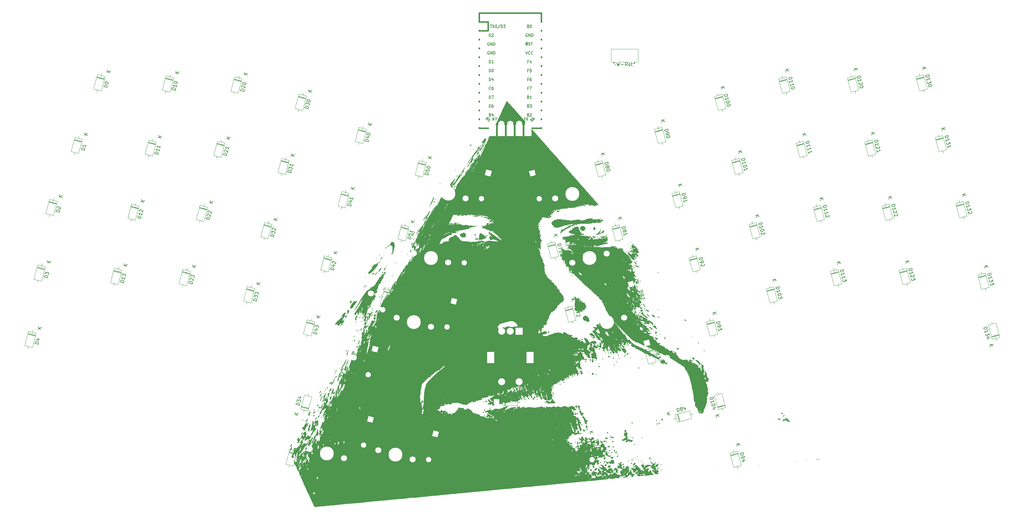
<source format=gto>
%TF.GenerationSoftware,KiCad,Pcbnew,(5.1.9)-1*%
%TF.CreationDate,2022-03-20T18:04:18-04:00*%
%TF.ProjectId,essence-pcb-rev_1,65737365-6e63-4652-9d70-63622d726576,rev?*%
%TF.SameCoordinates,Original*%
%TF.FileFunction,Legend,Top*%
%TF.FilePolarity,Positive*%
%FSLAX46Y46*%
G04 Gerber Fmt 4.6, Leading zero omitted, Abs format (unit mm)*
G04 Created by KiCad (PCBNEW (5.1.9)-1) date 2022-03-20 18:04:18*
%MOMM*%
%LPD*%
G01*
G04 APERTURE LIST*
%ADD10C,0.010000*%
%ADD11C,0.120000*%
%ADD12C,0.381000*%
%ADD13C,0.150000*%
%ADD14C,1.200000*%
%ADD15C,2.100000*%
%ADD16C,1.750000*%
%ADD17R,2.000000X3.250000*%
%ADD18R,3.250000X2.000000*%
%ADD19C,1.752600*%
%ADD20R,1.752600X1.752600*%
%ADD21C,2.000000*%
%ADD22R,2.000000X3.200000*%
%ADD23R,2.000000X2.000000*%
%ADD24C,3.987800*%
%ADD25C,3.048000*%
%ADD26O,1.600000X1.600000*%
%ADD27R,1.600000X1.600000*%
%ADD28C,0.100000*%
G04 APERTURE END LIST*
D10*
%TO.C,G\u002A\u002A\u002A*%
G36*
X213263441Y-56652583D02*
G01*
X213312080Y-56701891D01*
X213439807Y-56841098D01*
X213641796Y-57064773D01*
X213913224Y-57367483D01*
X214249267Y-57743797D01*
X214645098Y-58188284D01*
X215095896Y-58695512D01*
X215596834Y-59260050D01*
X216143089Y-59876466D01*
X216729837Y-60539330D01*
X217352253Y-61243208D01*
X218005512Y-61982670D01*
X218684791Y-62752284D01*
X219176229Y-63309500D01*
X220107777Y-64366067D01*
X220960589Y-65333341D01*
X221739919Y-66217288D01*
X222451025Y-67023872D01*
X223099161Y-67759060D01*
X223689583Y-68428816D01*
X224227549Y-69039105D01*
X224718313Y-69595894D01*
X225167132Y-70105147D01*
X225579261Y-70572830D01*
X225959958Y-71004908D01*
X226314477Y-71407346D01*
X226648074Y-71786110D01*
X226966007Y-72147165D01*
X227273530Y-72496477D01*
X227575899Y-72840010D01*
X227878372Y-73183731D01*
X228186203Y-73533603D01*
X228504648Y-73895594D01*
X228838964Y-74275668D01*
X229163149Y-74644250D01*
X229561958Y-75097602D01*
X229941135Y-75528476D01*
X230291135Y-75926035D01*
X230602410Y-76279442D01*
X230865416Y-76577863D01*
X231070607Y-76810461D01*
X231208435Y-76966401D01*
X231260935Y-77025500D01*
X231361957Y-77139302D01*
X231531047Y-77330813D01*
X231752544Y-77582251D01*
X232010787Y-77875832D01*
X232290116Y-78193775D01*
X232379414Y-78295500D01*
X232649237Y-78602634D01*
X232890858Y-78877108D01*
X233091730Y-79104715D01*
X233239308Y-79271248D01*
X233321045Y-79362500D01*
X233332764Y-79375000D01*
X233383983Y-79431485D01*
X233503517Y-79566870D01*
X233676435Y-79764141D01*
X233887811Y-80006283D01*
X234029250Y-80168750D01*
X234256950Y-80429956D01*
X234455565Y-80656652D01*
X234610099Y-80831814D01*
X234705558Y-80938419D01*
X234728363Y-80962500D01*
X234778196Y-81016890D01*
X234900379Y-81154273D01*
X235083744Y-81361971D01*
X235317120Y-81627303D01*
X235589338Y-81937591D01*
X235889228Y-82280154D01*
X235903084Y-82296000D01*
X236219020Y-82656635D01*
X236521637Y-83000843D01*
X236796649Y-83312470D01*
X237029772Y-83575363D01*
X237206722Y-83773366D01*
X237306851Y-83883500D01*
X237501424Y-84098376D01*
X237703897Y-84330158D01*
X237799697Y-84443550D01*
X237947968Y-84618503D01*
X238146351Y-84847416D01*
X238359829Y-85090003D01*
X238434416Y-85173800D01*
X238802485Y-85588276D01*
X239087588Y-85914981D01*
X239293727Y-86158691D01*
X239424907Y-86324182D01*
X239485130Y-86416229D01*
X239490250Y-86433379D01*
X239445023Y-86482188D01*
X239334225Y-86462331D01*
X239208238Y-86389730D01*
X239046717Y-86317109D01*
X238922488Y-86299830D01*
X238760000Y-86303161D01*
X238902875Y-86402825D01*
X239021990Y-86505700D01*
X239023500Y-86567316D01*
X238906217Y-86588660D01*
X238696500Y-86574061D01*
X238474224Y-86558186D01*
X238363953Y-86577395D01*
X238347250Y-86605257D01*
X238306060Y-86671757D01*
X238185870Y-86644090D01*
X238011201Y-86537292D01*
X237765053Y-86425557D01*
X237609111Y-86414762D01*
X237406123Y-86393454D01*
X237240587Y-86325416D01*
X237126645Y-86259477D01*
X237082741Y-86268829D01*
X237077250Y-86314062D01*
X237131449Y-86399507D01*
X237236000Y-86449575D01*
X237368018Y-86506598D01*
X237381829Y-86566034D01*
X237283873Y-86605964D01*
X237188375Y-86611716D01*
X236975052Y-86562331D01*
X236795958Y-86457353D01*
X236679266Y-86348891D01*
X236654048Y-86272423D01*
X236693882Y-86204102D01*
X236751379Y-86100760D01*
X236720693Y-86061950D01*
X236627625Y-86096191D01*
X236550920Y-86156892D01*
X236420676Y-86247269D01*
X236267674Y-86266102D01*
X236160297Y-86253065D01*
X235997650Y-86238347D01*
X235950370Y-86266576D01*
X235956522Y-86281165D01*
X235962456Y-86353727D01*
X235877673Y-86375703D01*
X235728675Y-86345380D01*
X235622375Y-86302735D01*
X235470643Y-86243660D01*
X235396169Y-86252022D01*
X235378958Y-86280625D01*
X235301495Y-86333094D01*
X235136716Y-86359642D01*
X235087583Y-86360972D01*
X234930060Y-86369182D01*
X234887936Y-86394882D01*
X234918250Y-86423500D01*
X235039709Y-86462749D01*
X235224593Y-86484535D01*
X235281140Y-86486027D01*
X235476254Y-86504913D01*
X235586478Y-86569532D01*
X235617254Y-86614942D01*
X235639146Y-86730937D01*
X235576244Y-86788343D01*
X235462162Y-86774481D01*
X235364059Y-86710434D01*
X235243001Y-86637834D01*
X235160049Y-86630984D01*
X235049735Y-86628536D01*
X234887209Y-86583397D01*
X234860397Y-86572968D01*
X234682802Y-86523813D01*
X234535237Y-86520131D01*
X234522385Y-86523467D01*
X234440680Y-86558719D01*
X234449963Y-86611661D01*
X234515013Y-86688012D01*
X234589415Y-86777506D01*
X234566261Y-86797360D01*
X234472025Y-86779165D01*
X234309317Y-86750490D01*
X234095160Y-86721522D01*
X234029250Y-86714122D01*
X233818809Y-86685850D01*
X233640187Y-86651888D01*
X233600625Y-86641561D01*
X233485640Y-86632466D01*
X233457750Y-86670093D01*
X233511925Y-86723838D01*
X233612752Y-86740999D01*
X233745250Y-86761643D01*
X233802538Y-86797280D01*
X233781049Y-86854848D01*
X233650689Y-86898892D01*
X233429246Y-86925141D01*
X233247095Y-86930632D01*
X233064908Y-86936782D01*
X232981973Y-86962226D01*
X232970722Y-87019503D01*
X232979543Y-87052336D01*
X232991058Y-87130854D01*
X232934752Y-87149907D01*
X232809197Y-87128488D01*
X232613696Y-87103173D01*
X232469422Y-87114662D01*
X232405755Y-87158374D01*
X232412970Y-87190305D01*
X232399670Y-87236602D01*
X232307506Y-87246785D01*
X232178720Y-87222989D01*
X232063807Y-87172672D01*
X231923274Y-87128782D01*
X231794793Y-87167609D01*
X231636253Y-87224947D01*
X231455406Y-87263670D01*
X231292817Y-87278804D01*
X231189051Y-87265375D01*
X231171750Y-87243999D01*
X231119780Y-87203812D01*
X230997290Y-87198191D01*
X230854412Y-87222044D01*
X230741277Y-87270281D01*
X230719651Y-87289905D01*
X230606394Y-87337507D01*
X230437567Y-87331311D01*
X230276847Y-87322461D01*
X230219738Y-87367907D01*
X230219250Y-87375850D01*
X230186542Y-87415925D01*
X230075679Y-87432833D01*
X229867552Y-87428247D01*
X229727125Y-87418873D01*
X229464456Y-87395436D01*
X229230206Y-87368052D01*
X229071044Y-87342254D01*
X229060375Y-87339811D01*
X228924176Y-87328577D01*
X228885750Y-87368597D01*
X228940895Y-87418367D01*
X229073775Y-87439494D01*
X229076250Y-87439500D01*
X229209966Y-87460300D01*
X229266733Y-87510422D01*
X229266750Y-87511360D01*
X229214080Y-87551422D01*
X229053034Y-87550417D01*
X228779058Y-87508057D01*
X228584125Y-87468227D01*
X228437946Y-87462331D01*
X228371336Y-87504179D01*
X228399754Y-87565847D01*
X228504750Y-87611600D01*
X228621248Y-87658237D01*
X228627832Y-87698617D01*
X228541522Y-87722401D01*
X228379340Y-87719252D01*
X228336077Y-87714044D01*
X228160591Y-87699943D01*
X228077766Y-87715482D01*
X228076905Y-87732576D01*
X228045099Y-87769462D01*
X227920980Y-87790052D01*
X227864578Y-87791636D01*
X227707402Y-87780535D01*
X227621306Y-87752872D01*
X227615750Y-87742568D01*
X227565091Y-87703013D01*
X227456919Y-87695956D01*
X227356942Y-87723139D01*
X227341134Y-87735282D01*
X227339353Y-87811636D01*
X227370076Y-87862282D01*
X227405490Y-87932474D01*
X227353650Y-87948367D01*
X227224447Y-87964915D01*
X227120920Y-87988230D01*
X227011304Y-87996949D01*
X226993920Y-87941245D01*
X226959948Y-87868183D01*
X226851720Y-87833355D01*
X226718045Y-87843622D01*
X226624999Y-87889395D01*
X226566003Y-87964009D01*
X226610780Y-88017817D01*
X226661127Y-88072129D01*
X226616859Y-88124462D01*
X226466346Y-88182785D01*
X226303500Y-88228341D01*
X225996500Y-88308267D01*
X226202875Y-88355179D01*
X226345665Y-88412493D01*
X226408928Y-88488488D01*
X226409250Y-88493867D01*
X226462060Y-88581489D01*
X226583875Y-88658453D01*
X226664423Y-88696970D01*
X226673410Y-88725234D01*
X226594962Y-88751203D01*
X226413204Y-88782836D01*
X226302038Y-88799756D01*
X226068102Y-88838234D01*
X225938222Y-88872365D01*
X225890275Y-88912240D01*
X225902141Y-88967952D01*
X225908318Y-88979375D01*
X226010095Y-89075364D01*
X226079030Y-89096829D01*
X226124802Y-89111781D01*
X226075736Y-89138982D01*
X225962320Y-89170124D01*
X225815040Y-89196901D01*
X225664385Y-89211006D01*
X225659377Y-89211170D01*
X225520537Y-89239788D01*
X225493985Y-89292818D01*
X225578007Y-89338700D01*
X225666872Y-89349330D01*
X225732207Y-89361726D01*
X225688559Y-89396140D01*
X225583750Y-89439750D01*
X225460470Y-89491592D01*
X225437821Y-89522782D01*
X225524970Y-89543833D01*
X225689778Y-89561378D01*
X225767679Y-89603905D01*
X225861301Y-89696203D01*
X225942783Y-89802608D01*
X225984261Y-89887459D01*
X225966829Y-89916000D01*
X225869023Y-89889384D01*
X225711925Y-89823041D01*
X225660595Y-89798166D01*
X225445592Y-89709884D01*
X225228378Y-89648405D01*
X225202750Y-89643713D01*
X225079462Y-89627937D01*
X225048645Y-89634140D01*
X225059875Y-89639838D01*
X225126484Y-89723036D01*
X225139250Y-89794291D01*
X225193889Y-89894660D01*
X225356579Y-89930717D01*
X225498824Y-89922014D01*
X225546787Y-89963228D01*
X225542413Y-90028604D01*
X225504197Y-90096441D01*
X225414565Y-90125605D01*
X225240434Y-90124578D01*
X225182838Y-90120813D01*
X224853549Y-90096514D01*
X224624573Y-90076483D01*
X224469459Y-90057212D01*
X224361759Y-90035195D01*
X224275024Y-90006924D01*
X224250250Y-89997150D01*
X224097256Y-89955748D01*
X223877249Y-89919307D01*
X223730818Y-89903712D01*
X223370136Y-89874538D01*
X223327395Y-90185300D01*
X223291535Y-90374775D01*
X223245788Y-90457886D01*
X223191339Y-90460253D01*
X223120739Y-90466873D01*
X223118511Y-90530487D01*
X223087144Y-90648006D01*
X222982041Y-90788862D01*
X222840735Y-90915169D01*
X222700757Y-90989039D01*
X222657865Y-90995500D01*
X222556505Y-91017321D01*
X222555168Y-91093117D01*
X222630985Y-91211229D01*
X222692593Y-91342030D01*
X222639515Y-91418577D01*
X222500252Y-91439999D01*
X222382710Y-91477129D01*
X222343232Y-91558420D01*
X222397926Y-91638721D01*
X222424625Y-91651945D01*
X222466905Y-91681218D01*
X222428372Y-91688986D01*
X222327562Y-91648070D01*
X222313393Y-91630328D01*
X222228459Y-91602302D01*
X222149117Y-91633514D01*
X222061628Y-91713001D01*
X222088560Y-91780394D01*
X222217455Y-91818082D01*
X222281750Y-91821000D01*
X222426993Y-91840959D01*
X222504000Y-91884500D01*
X222481518Y-91931586D01*
X222380747Y-91948000D01*
X222250265Y-91980473D01*
X222218250Y-92043250D01*
X222192374Y-92128448D01*
X222170625Y-92139472D01*
X222080291Y-92170718D01*
X222034855Y-92196264D01*
X221978773Y-92255985D01*
X222024163Y-92334847D01*
X222033807Y-92345321D01*
X222134027Y-92404470D01*
X222236943Y-92367903D01*
X222344461Y-92334539D01*
X222434470Y-92407247D01*
X222441120Y-92416071D01*
X222480981Y-92501265D01*
X222455353Y-92587570D01*
X222349896Y-92695392D01*
X222150270Y-92845137D01*
X222129173Y-92859980D01*
X222048796Y-92959962D01*
X222074386Y-93041884D01*
X222185700Y-93073548D01*
X222256927Y-93063185D01*
X222372414Y-93056271D01*
X222408750Y-93089790D01*
X222356551Y-93145203D01*
X222301163Y-93154500D01*
X222263538Y-93179484D01*
X222335511Y-93256959D01*
X222398656Y-93305803D01*
X222603736Y-93457106D01*
X222440146Y-93498164D01*
X222329472Y-93555966D01*
X222331202Y-93621571D01*
X222437879Y-93660801D01*
X222475997Y-93662499D01*
X222577066Y-93693577D01*
X222599250Y-93734874D01*
X222645348Y-93828423D01*
X222704201Y-93883991D01*
X222768736Y-93977301D01*
X222744083Y-94056065D01*
X222650064Y-94072415D01*
X222628966Y-94065682D01*
X222550179Y-94070134D01*
X222548636Y-94169555D01*
X222619758Y-94348278D01*
X222673862Y-94531308D01*
X222691430Y-94743489D01*
X222690810Y-94757875D01*
X222693662Y-94917317D01*
X222735622Y-94985213D01*
X222797301Y-94996000D01*
X222901288Y-95021051D01*
X222899124Y-95081001D01*
X222797792Y-95153046D01*
X222742125Y-95176195D01*
X222639126Y-95216948D01*
X222636665Y-95236523D01*
X222745793Y-95244792D01*
X222821500Y-95247099D01*
X222980000Y-95254701D01*
X223028827Y-95276428D01*
X222985281Y-95329103D01*
X222942861Y-95365126D01*
X222838639Y-95515213D01*
X222775995Y-95731459D01*
X222775034Y-95738385D01*
X222761287Y-95909624D01*
X222788679Y-95995573D01*
X222865740Y-96033665D01*
X222956538Y-96092076D01*
X222949914Y-96198044D01*
X222941992Y-96303692D01*
X222975970Y-96329500D01*
X223036077Y-96380863D01*
X223043750Y-96424750D01*
X223096689Y-96502321D01*
X223170750Y-96520000D01*
X223273935Y-96546592D01*
X223297750Y-96583500D01*
X223246459Y-96640163D01*
X223204492Y-96647000D01*
X223140676Y-96688423D01*
X223149240Y-96746038D01*
X223134437Y-96840208D01*
X223051997Y-96880444D01*
X222966249Y-96941215D01*
X222916310Y-97039451D01*
X222917386Y-97126374D01*
X222966400Y-97155000D01*
X223006965Y-97205977D01*
X223028581Y-97317502D01*
X223025598Y-97427467D01*
X222995413Y-97473911D01*
X222916369Y-97510078D01*
X222794636Y-97593598D01*
X222640772Y-97711873D01*
X222842261Y-97816067D01*
X222997917Y-97915567D01*
X223030794Y-97995248D01*
X222941809Y-98064069D01*
X222870422Y-98091192D01*
X222697094Y-98148968D01*
X222870422Y-98262537D01*
X223007982Y-98369937D01*
X223026741Y-98442841D01*
X222925824Y-98493891D01*
X222853250Y-98510725D01*
X222712448Y-98567918D01*
X222662750Y-98645662D01*
X222706574Y-98726167D01*
X222796415Y-98735392D01*
X222869823Y-98668118D01*
X222871770Y-98663125D01*
X222917620Y-98616830D01*
X222979898Y-98658011D01*
X223025652Y-98738449D01*
X223000894Y-98859828D01*
X222976365Y-98918780D01*
X222893808Y-99105289D01*
X222755153Y-98955677D01*
X222650521Y-98864125D01*
X222533572Y-98830752D01*
X222352126Y-98842417D01*
X222321574Y-98846489D01*
X222146234Y-98878100D01*
X222077804Y-98915826D01*
X222096293Y-98970821D01*
X222097081Y-98971776D01*
X222205065Y-99041318D01*
X222371446Y-99094790D01*
X222383380Y-99097136D01*
X222537153Y-99144501D01*
X222595646Y-99199294D01*
X222549935Y-99242241D01*
X222456375Y-99254797D01*
X222313500Y-99259095D01*
X222453144Y-99326559D01*
X222583312Y-99456350D01*
X222644799Y-99672751D01*
X222631493Y-99946200D01*
X222615799Y-100084262D01*
X222645135Y-100127043D01*
X222703043Y-100113258D01*
X222822566Y-100122215D01*
X222901894Y-100225929D01*
X222915777Y-100309845D01*
X222863980Y-100387293D01*
X222789749Y-100425250D01*
X222684031Y-100485249D01*
X222682921Y-100576139D01*
X222788006Y-100714216D01*
X222821156Y-100748178D01*
X222943287Y-100928999D01*
X223018488Y-101150563D01*
X223020140Y-101160349D01*
X223085261Y-101368345D01*
X223185562Y-101480927D01*
X223278383Y-101579943D01*
X223279632Y-101708725D01*
X223282153Y-101841300D01*
X223368554Y-101901011D01*
X223467761Y-101964918D01*
X223488250Y-102018163D01*
X223444505Y-102074916D01*
X223377125Y-102063715D01*
X223329714Y-102060853D01*
X223389384Y-102125652D01*
X223415483Y-102147844D01*
X223537388Y-102313845D01*
X223584889Y-102539386D01*
X223584817Y-102702805D01*
X223561039Y-102797227D01*
X223546531Y-102806499D01*
X223484506Y-102833217D01*
X223513788Y-102894584D01*
X223615313Y-102962419D01*
X223665944Y-102983020D01*
X223789234Y-103048657D01*
X223840728Y-103159972D01*
X223850159Y-103274960D01*
X223888604Y-103486949D01*
X223974115Y-103702804D01*
X223987822Y-103727227D01*
X224067811Y-103868556D01*
X224083429Y-103932061D01*
X224035555Y-103948873D01*
X223994108Y-103949500D01*
X223902602Y-103998710D01*
X223866268Y-104110868D01*
X223888933Y-104232760D01*
X223968247Y-104308974D01*
X224023701Y-104358895D01*
X224049929Y-104472018D01*
X224052037Y-104676006D01*
X224049243Y-104747810D01*
X224046567Y-104963420D01*
X224057524Y-105125894D01*
X224076694Y-105194111D01*
X224081609Y-105273577D01*
X224051423Y-105324782D01*
X224016767Y-105425984D01*
X224065090Y-105511684D01*
X224122148Y-105640081D01*
X224153995Y-105825335D01*
X224155693Y-105860970D01*
X224192189Y-106071171D01*
X224307817Y-106255715D01*
X224364827Y-106317933D01*
X224487680Y-106465297D01*
X224559799Y-106591661D01*
X224567750Y-106627622D01*
X224613088Y-106750599D01*
X224663000Y-106806999D01*
X224743157Y-106904753D01*
X224758250Y-106953720D01*
X224795547Y-107063554D01*
X224885837Y-107208215D01*
X224996718Y-107344911D01*
X225095788Y-107430852D01*
X225127654Y-107441566D01*
X225183149Y-107488639D01*
X225171119Y-107584875D01*
X225156819Y-107669562D01*
X225185630Y-107649721D01*
X225248785Y-107615854D01*
X225338790Y-107686927D01*
X225350232Y-107700048D01*
X225450570Y-107782960D01*
X225518755Y-107792173D01*
X225589320Y-107811419D01*
X225646298Y-107884721D01*
X225734389Y-107986617D01*
X225801199Y-108013500D01*
X225908107Y-108047769D01*
X226026824Y-108128376D01*
X226118690Y-108222013D01*
X226145046Y-108295378D01*
X226139124Y-108304617D01*
X226066547Y-108298155D01*
X225949218Y-108220506D01*
X225924862Y-108198958D01*
X225758475Y-108045250D01*
X225804875Y-108204000D01*
X225920495Y-108403167D01*
X226116321Y-108562033D01*
X226261780Y-108622669D01*
X226386947Y-108689102D01*
X226434412Y-108749480D01*
X226516773Y-108817301D01*
X226645382Y-108845329D01*
X226822000Y-108851659D01*
X226663250Y-108903176D01*
X226554754Y-108943058D01*
X226561603Y-108970193D01*
X226640722Y-108997763D01*
X226746194Y-109070675D01*
X226886269Y-109218135D01*
X227015665Y-109387443D01*
X227153894Y-109567155D01*
X227269401Y-109678736D01*
X227335174Y-109703051D01*
X227441128Y-109720189D01*
X227529524Y-109828433D01*
X227569327Y-109976926D01*
X227602557Y-110083025D01*
X227641399Y-110109000D01*
X227647239Y-110138899D01*
X227584265Y-110196203D01*
X227503575Y-110265106D01*
X227533701Y-110303300D01*
X227603921Y-110327495D01*
X227729494Y-110404829D01*
X227871471Y-110543258D01*
X227909079Y-110589542D01*
X228030203Y-110724167D01*
X228134879Y-110800784D01*
X228161103Y-110807500D01*
X228224554Y-110865721D01*
X228238724Y-111024496D01*
X228259528Y-111197214D01*
X228352509Y-111356336D01*
X228447033Y-111460113D01*
X228749539Y-111779258D01*
X228993520Y-112064434D01*
X229149481Y-112277607D01*
X229265118Y-112444262D01*
X229363613Y-112570176D01*
X229418645Y-112667717D01*
X229452881Y-112821784D01*
X229470455Y-113058620D01*
X229474970Y-113277101D01*
X229479975Y-113859815D01*
X229174856Y-114169592D01*
X228921335Y-114391800D01*
X228699717Y-114507361D01*
X228639618Y-114522367D01*
X228418998Y-114583882D01*
X228298181Y-114682375D01*
X228250317Y-114845419D01*
X228245736Y-114926900D01*
X228235663Y-115056079D01*
X228216768Y-115093533D01*
X228210505Y-115083306D01*
X228139152Y-115040416D01*
X227981858Y-115066270D01*
X227791150Y-115151658D01*
X227699743Y-115287688D01*
X227680222Y-115454002D01*
X227639057Y-115615131D01*
X227539325Y-115788859D01*
X227520500Y-115812419D01*
X227416933Y-115959801D01*
X227363662Y-116083100D01*
X227361750Y-116100807D01*
X227316210Y-116197589D01*
X227215237Y-116279455D01*
X227112304Y-116308393D01*
X227084349Y-116298015D01*
X227068314Y-116300983D01*
X227072976Y-116307809D01*
X227057993Y-116377863D01*
X227009476Y-116439345D01*
X226931806Y-116567752D01*
X226917250Y-116641284D01*
X226892945Y-116712655D01*
X226798595Y-116732772D01*
X226686333Y-116724040D01*
X226537760Y-116719834D01*
X226489918Y-116749873D01*
X226493799Y-116759186D01*
X226495843Y-116864596D01*
X226401279Y-116971915D01*
X226237791Y-117056960D01*
X226118312Y-117087206D01*
X225956640Y-117123667D01*
X225878851Y-117191428D01*
X225843963Y-117333342D01*
X225837750Y-117380572D01*
X225787556Y-117577230D01*
X225688020Y-117684031D01*
X225662253Y-117696807D01*
X225558178Y-117781550D01*
X225558182Y-117855557D01*
X225601724Y-118024980D01*
X225548004Y-118127747D01*
X225409125Y-118185635D01*
X225247831Y-118255428D01*
X225211609Y-118344931D01*
X225300789Y-118453181D01*
X225313852Y-118462989D01*
X225378926Y-118524366D01*
X225364785Y-118585678D01*
X225261247Y-118684885D01*
X225252248Y-118692632D01*
X225130710Y-118831649D01*
X225112582Y-118965236D01*
X225116600Y-118982745D01*
X225112204Y-119115216D01*
X225051204Y-119163772D01*
X224969314Y-119251667D01*
X224948750Y-119343974D01*
X224904208Y-119483430D01*
X224796376Y-119627896D01*
X224790000Y-119634000D01*
X224682487Y-119769321D01*
X224637048Y-119939650D01*
X224631250Y-120076868D01*
X224644692Y-120267229D01*
X224678620Y-120405801D01*
X224697441Y-120436791D01*
X224711413Y-120520657D01*
X224637540Y-120611015D01*
X224507470Y-120671334D01*
X224491531Y-120674491D01*
X224389612Y-120707334D01*
X224218716Y-120775941D01*
X224099302Y-120828086D01*
X223916281Y-120906427D01*
X223780861Y-120957004D01*
X223737925Y-120967500D01*
X223653546Y-121008827D01*
X223650803Y-121104326D01*
X223729236Y-121211272D01*
X223740657Y-121220298D01*
X223837504Y-121315184D01*
X223837011Y-121410482D01*
X223810104Y-121467364D01*
X223735044Y-121559875D01*
X223679951Y-121571492D01*
X223601431Y-121581584D01*
X223583500Y-121602500D01*
X223507444Y-121640205D01*
X223483862Y-121631538D01*
X223428497Y-121639185D01*
X223424750Y-121659366D01*
X223383483Y-121743804D01*
X223282484Y-121865646D01*
X223266000Y-121882477D01*
X223158245Y-122020778D01*
X223108351Y-122146367D01*
X223125964Y-122225681D01*
X223163956Y-122237500D01*
X223241071Y-122284478D01*
X223249736Y-122399577D01*
X223190104Y-122544040D01*
X223162593Y-122582697D01*
X223041018Y-122711274D01*
X222939359Y-122731175D01*
X222817868Y-122645835D01*
X222786456Y-122615206D01*
X222685777Y-122440710D01*
X222684204Y-122306985D01*
X222694939Y-122184941D01*
X222651870Y-122162661D01*
X222562224Y-122199153D01*
X222440082Y-122309470D01*
X222419439Y-122428000D01*
X222419895Y-122614579D01*
X222390265Y-122702580D01*
X222317551Y-122719269D01*
X222283085Y-122714007D01*
X222152461Y-122724442D01*
X222114640Y-122812297D01*
X222176530Y-122961446D01*
X222176883Y-122961985D01*
X222236273Y-123092449D01*
X222201931Y-123180916D01*
X222201407Y-123181442D01*
X222179043Y-123234080D01*
X222265902Y-123252947D01*
X222300800Y-123253500D01*
X222426055Y-123231639D01*
X222472250Y-123184954D01*
X222526259Y-123144775D01*
X222654698Y-123156481D01*
X222803666Y-123165261D01*
X222874444Y-123099343D01*
X222874955Y-123098027D01*
X222878802Y-123014228D01*
X222853250Y-122999500D01*
X222820022Y-122952874D01*
X222830286Y-122904250D01*
X222912332Y-122819821D01*
X222959041Y-122809000D01*
X223021661Y-122838320D01*
X223016303Y-122865537D01*
X223046805Y-122912914D01*
X223167021Y-122956342D01*
X223195220Y-122962194D01*
X223385949Y-122971342D01*
X223568040Y-122938602D01*
X223700144Y-122875717D01*
X223742250Y-122806824D01*
X223780065Y-122765721D01*
X223800326Y-122773898D01*
X223868835Y-122760830D01*
X223883934Y-122733195D01*
X223963142Y-122671412D01*
X224112240Y-122653286D01*
X224283313Y-122675029D01*
X224428448Y-122732852D01*
X224481146Y-122780425D01*
X224597613Y-122933551D01*
X224672631Y-123025941D01*
X224739297Y-123123632D01*
X224712407Y-123190023D01*
X224657512Y-123233614D01*
X224479430Y-123324896D01*
X224232447Y-123405722D01*
X223974505Y-123459279D01*
X223838369Y-123471333D01*
X223679155Y-123508853D01*
X223627338Y-123586875D01*
X223579485Y-123681277D01*
X223543346Y-123698000D01*
X223507846Y-123736213D01*
X223515887Y-123754846D01*
X223498334Y-123821612D01*
X223452110Y-123849647D01*
X223370326Y-123903506D01*
X223401610Y-123951933D01*
X223532034Y-123989780D01*
X223747666Y-124011900D01*
X223900999Y-124015499D01*
X224133493Y-124023534D01*
X224313217Y-124044734D01*
X224405319Y-124074743D01*
X224408999Y-124079000D01*
X224490666Y-124130623D01*
X224603350Y-124138860D01*
X224684814Y-124104201D01*
X224694750Y-124076743D01*
X224750258Y-124014934D01*
X224895633Y-123930998D01*
X225099151Y-123839477D01*
X225329088Y-123754913D01*
X225513870Y-123701265D01*
X225904088Y-123603090D01*
X226190285Y-123526058D01*
X226392251Y-123463031D01*
X226529775Y-123406875D01*
X226622648Y-123350451D01*
X226690659Y-123286623D01*
X226702909Y-123272472D01*
X226808607Y-123170653D01*
X226923973Y-123138162D01*
X227095739Y-123156220D01*
X227369169Y-123161218D01*
X227587890Y-123088647D01*
X227761409Y-123021033D01*
X227910359Y-123014821D01*
X228084059Y-123057836D01*
X228313850Y-123109609D01*
X228542665Y-123133722D01*
X228577860Y-123133921D01*
X228762051Y-123155203D01*
X228882230Y-123244896D01*
X228915211Y-123290668D01*
X229056550Y-123419764D01*
X229213589Y-123436993D01*
X229353045Y-123347660D01*
X229427712Y-123208953D01*
X229490771Y-123040264D01*
X229563220Y-122964306D01*
X229684998Y-122961018D01*
X229847715Y-122997976D01*
X230145882Y-123089325D01*
X230328096Y-123184483D01*
X230405376Y-123289870D01*
X230409750Y-123325496D01*
X230466989Y-123450549D01*
X230615254Y-123539605D01*
X230805625Y-123571000D01*
X230953558Y-123599246D01*
X231026921Y-123642071D01*
X231123247Y-123681154D01*
X231306257Y-123714374D01*
X231527330Y-123733940D01*
X231798587Y-123762395D01*
X231970468Y-123812669D01*
X232035822Y-123878415D01*
X231987498Y-123953290D01*
X231849794Y-124020062D01*
X231708746Y-124092988D01*
X231639011Y-124172032D01*
X231637416Y-124183179D01*
X231677197Y-124262243D01*
X231753561Y-124259489D01*
X231759125Y-124254780D01*
X231815819Y-124276336D01*
X231930244Y-124348799D01*
X231932004Y-124350030D01*
X232076695Y-124430094D01*
X232186004Y-124460391D01*
X232308709Y-124488796D01*
X232464883Y-124555641D01*
X232665430Y-124637174D01*
X232787337Y-124634447D01*
X232822750Y-124562656D01*
X232876259Y-124482021D01*
X232997522Y-124430806D01*
X233127638Y-124429047D01*
X233167144Y-124445509D01*
X233231699Y-124478578D01*
X233321547Y-124498265D01*
X233454575Y-124513828D01*
X233511859Y-124540029D01*
X233470450Y-124599700D01*
X233406498Y-124690604D01*
X233400974Y-124752680D01*
X233457348Y-124745997D01*
X233457750Y-124745750D01*
X233516264Y-124750784D01*
X233521250Y-124773752D01*
X233471097Y-124836865D01*
X233441875Y-124841972D01*
X233408819Y-124863925D01*
X233457750Y-124904500D01*
X233509415Y-124955845D01*
X233473625Y-124967027D01*
X233411121Y-125020761D01*
X233396035Y-125151005D01*
X233431255Y-125308046D01*
X233500464Y-125373775D01*
X233586938Y-125349849D01*
X233643897Y-125256283D01*
X233648250Y-125215206D01*
X233675435Y-125132317D01*
X233778384Y-125098681D01*
X233874674Y-125095000D01*
X234065090Y-125113274D01*
X234217765Y-125157577D01*
X234223924Y-125160734D01*
X234305018Y-125218042D01*
X234300597Y-125289358D01*
X234247176Y-125378436D01*
X234184643Y-125491669D01*
X234206046Y-125555452D01*
X234281404Y-125602012D01*
X234387744Y-125635457D01*
X234495447Y-125597178D01*
X234608099Y-125511310D01*
X234763967Y-125391284D01*
X234860813Y-125363584D01*
X234930595Y-125431922D01*
X234987239Y-125555375D01*
X235091582Y-125763929D01*
X235209985Y-125885453D01*
X235315713Y-125938161D01*
X235401176Y-125995266D01*
X235410963Y-126029858D01*
X235437590Y-126090660D01*
X235541899Y-126112899D01*
X235680508Y-126096387D01*
X235810037Y-126040940D01*
X235822958Y-126031625D01*
X235882136Y-125966636D01*
X235894462Y-125872619D01*
X235862780Y-125708734D01*
X235849158Y-125655289D01*
X235782740Y-125452046D01*
X235705593Y-125286640D01*
X235675704Y-125242539D01*
X235592182Y-125106372D01*
X235509641Y-124919215D01*
X235496499Y-124882316D01*
X235451346Y-124683065D01*
X235472500Y-124572839D01*
X235550073Y-124562261D01*
X235674179Y-124661953D01*
X235687583Y-124677031D01*
X235806432Y-124780920D01*
X235906181Y-124815296D01*
X235916067Y-124812830D01*
X236084947Y-124812036D01*
X236257363Y-124934106D01*
X236428515Y-125175179D01*
X236475210Y-125262790D01*
X236602081Y-125483925D01*
X236739474Y-125677557D01*
X236834908Y-125780413D01*
X236963760Y-125914007D01*
X237043141Y-126040709D01*
X237045623Y-126047890D01*
X237047438Y-126210191D01*
X236972629Y-126352429D01*
X236849544Y-126426212D01*
X236822646Y-126428500D01*
X236703258Y-126484351D01*
X236601000Y-126619000D01*
X236495942Y-126755784D01*
X236382410Y-126809500D01*
X236259172Y-126858591D01*
X236221200Y-126981908D01*
X236236147Y-127047625D01*
X236315936Y-127121501D01*
X236348175Y-127127000D01*
X236408812Y-127172809D01*
X236406311Y-127272803D01*
X236349240Y-127363287D01*
X236324927Y-127366872D01*
X236340566Y-127333375D01*
X236364395Y-127262726D01*
X236355398Y-127254000D01*
X236303757Y-127306811D01*
X236234923Y-127434200D01*
X236169817Y-127589598D01*
X236129360Y-127726436D01*
X236124750Y-127767432D01*
X236178026Y-127886156D01*
X236306548Y-128004969D01*
X236463357Y-128089392D01*
X236588242Y-128107737D01*
X236674515Y-128126306D01*
X236683492Y-128222356D01*
X236705680Y-128334185D01*
X236829254Y-128399505D01*
X236835972Y-128401360D01*
X236976329Y-128414319D01*
X237076115Y-128339117D01*
X237111295Y-128289334D01*
X237176639Y-128171716D01*
X237157659Y-128097943D01*
X237068114Y-128025794D01*
X236910699Y-127933492D01*
X236793124Y-127886215D01*
X236678271Y-127807713D01*
X236642854Y-127735820D01*
X236650608Y-127657590D01*
X236684415Y-127659435D01*
X236804206Y-127677249D01*
X236896745Y-127588408D01*
X236938984Y-127426965D01*
X237007271Y-127212749D01*
X237111115Y-127076805D01*
X237214787Y-126993906D01*
X237266448Y-126978790D01*
X237267750Y-126984411D01*
X237321219Y-127037266D01*
X237457373Y-127112552D01*
X237553500Y-127155300D01*
X237719442Y-127233825D01*
X237822528Y-127302038D01*
X237839250Y-127327069D01*
X237893143Y-127369350D01*
X237982125Y-127381433D01*
X238146814Y-127441671D01*
X238282822Y-127608936D01*
X238380298Y-127864663D01*
X238429392Y-128190283D01*
X238431357Y-128228200D01*
X238448225Y-128468381D01*
X238484224Y-128627536D01*
X238555409Y-128751600D01*
X238652343Y-128860450D01*
X238803277Y-129052780D01*
X238853442Y-129208189D01*
X238798724Y-129313183D01*
X238791750Y-129317750D01*
X238731942Y-129418143D01*
X238760936Y-129557094D01*
X238827151Y-129647973D01*
X238892113Y-129762339D01*
X238890651Y-129833937D01*
X238835196Y-129970041D01*
X238822628Y-130000817D01*
X238847708Y-130082859D01*
X238933753Y-130143692D01*
X239046368Y-130243907D01*
X239087714Y-130384015D01*
X239058314Y-130518539D01*
X238958691Y-130602002D01*
X238928410Y-130608855D01*
X238765054Y-130580716D01*
X238642660Y-130502999D01*
X238462005Y-130404446D01*
X238252000Y-130386643D01*
X238088523Y-130403226D01*
X238020796Y-130446509D01*
X238016266Y-130524250D01*
X238019979Y-130600043D01*
X237983670Y-130582572D01*
X237911129Y-130495629D01*
X237811607Y-130394223D01*
X237733176Y-130390771D01*
X237694951Y-130417006D01*
X237633543Y-130445083D01*
X237584795Y-130393763D01*
X237531907Y-130242319D01*
X237520283Y-130201511D01*
X237477230Y-129992100D01*
X237489945Y-129878309D01*
X237500577Y-129867384D01*
X237595292Y-129738292D01*
X237584160Y-129570390D01*
X237518201Y-129454661D01*
X237411319Y-129272196D01*
X237419705Y-129142272D01*
X237543497Y-129063827D01*
X237569375Y-129057048D01*
X237739675Y-128983008D01*
X237887825Y-128862846D01*
X237981335Y-128729750D01*
X237991671Y-128625656D01*
X237920928Y-128535020D01*
X237795568Y-128438066D01*
X237653531Y-128356514D01*
X237532758Y-128312086D01*
X237471186Y-128326505D01*
X237470845Y-128327462D01*
X237396467Y-128386127D01*
X237329705Y-128397000D01*
X237219822Y-128427468D01*
X237154888Y-128493606D01*
X237164313Y-128557516D01*
X237193007Y-128573169D01*
X237264700Y-128646751D01*
X237248705Y-128763902D01*
X237156217Y-128888500D01*
X237077168Y-128946899D01*
X236896857Y-129099062D01*
X236841156Y-129267745D01*
X236880208Y-129400777D01*
X236940956Y-129556293D01*
X236975957Y-129695464D01*
X237036930Y-129885167D01*
X237111054Y-130028297D01*
X237177800Y-130143169D01*
X237193514Y-130198437D01*
X237193448Y-130198477D01*
X237132110Y-130242406D01*
X237065936Y-130292207D01*
X236970809Y-130337020D01*
X236853407Y-130315009D01*
X236748436Y-130266582D01*
X236512127Y-130128129D01*
X236376957Y-129993232D01*
X236320725Y-129835185D01*
X236315250Y-129745524D01*
X236306259Y-129600502D01*
X236261758Y-129551119D01*
X236162000Y-129564695D01*
X236000072Y-129540748D01*
X235827537Y-129390422D01*
X235644558Y-129113881D01*
X235555370Y-128941129D01*
X235525634Y-128891059D01*
X236417494Y-128891059D01*
X236423850Y-128968500D01*
X236480866Y-129079445D01*
X236549551Y-129074309D01*
X236589830Y-129006458D01*
X236589913Y-128889999D01*
X236485766Y-128841959D01*
X236469361Y-128841500D01*
X236417494Y-128891059D01*
X235525634Y-128891059D01*
X235455130Y-128772344D01*
X235354951Y-128663071D01*
X235309460Y-128641598D01*
X235117076Y-128621172D01*
X234990581Y-128594952D01*
X234869076Y-128549831D01*
X234854750Y-128543730D01*
X234721820Y-128495928D01*
X234651108Y-128483982D01*
X234583289Y-128445636D01*
X234510253Y-128365250D01*
X234436573Y-128281364D01*
X234407411Y-128270000D01*
X234378288Y-128438546D01*
X234388796Y-128513122D01*
X234415868Y-128524000D01*
X234468063Y-128575127D01*
X234473750Y-128613853D01*
X234518500Y-128701652D01*
X234634326Y-128836227D01*
X234755904Y-128952069D01*
X234910926Y-129091862D01*
X234982525Y-129176885D01*
X234982949Y-129235897D01*
X234924441Y-129297654D01*
X234908792Y-129311113D01*
X234822845Y-129403077D01*
X234833572Y-129480029D01*
X234870986Y-129528522D01*
X234965771Y-129669075D01*
X235002220Y-129747328D01*
X235088434Y-129853601D01*
X235202372Y-129920381D01*
X235335619Y-130012492D01*
X235352626Y-130131591D01*
X235296479Y-130215870D01*
X235280700Y-130304822D01*
X235351880Y-130463953D01*
X235403009Y-130546070D01*
X235550870Y-130732891D01*
X235672138Y-130805208D01*
X235761088Y-130760484D01*
X235784286Y-130714750D01*
X235869919Y-130634602D01*
X235993938Y-130628945D01*
X236092490Y-130696926D01*
X236103424Y-130719018D01*
X236109318Y-130831922D01*
X236013348Y-130888990D01*
X235808456Y-130893619D01*
X235751739Y-130888333D01*
X235556035Y-130849596D01*
X235459514Y-130779181D01*
X235442708Y-130739078D01*
X235377005Y-130641571D01*
X235285136Y-130625126D01*
X235221724Y-130693326D01*
X235140338Y-130766981D01*
X235003714Y-130782919D01*
X234872731Y-130734858D01*
X234866593Y-130729978D01*
X234688089Y-130646112D01*
X234508233Y-130664549D01*
X234477177Y-130680881D01*
X234419257Y-130740087D01*
X234457345Y-130821418D01*
X234474703Y-130842898D01*
X234523262Y-130928282D01*
X234484109Y-131003126D01*
X234408895Y-131065021D01*
X234287910Y-131139115D01*
X234212453Y-131154739D01*
X234212304Y-131154648D01*
X234156941Y-131179463D01*
X234133146Y-131223114D01*
X234132009Y-131304657D01*
X234158242Y-131318000D01*
X234209120Y-131367842D01*
X234217982Y-131480612D01*
X234189606Y-131601169D01*
X234128771Y-131674376D01*
X234127311Y-131674957D01*
X234083059Y-131716443D01*
X234102623Y-131802430D01*
X234192649Y-131960340D01*
X234198885Y-131970244D01*
X234296453Y-132144620D01*
X234321928Y-132260005D01*
X234291324Y-132344667D01*
X234220610Y-132559251D01*
X234274743Y-132767943D01*
X234419373Y-132935182D01*
X234545767Y-133062637D01*
X234566548Y-133148676D01*
X234550924Y-133171225D01*
X234517811Y-133269219D01*
X234556085Y-133356564D01*
X234596819Y-133474473D01*
X234557067Y-133546082D01*
X234467336Y-133583540D01*
X234388702Y-133555844D01*
X234374584Y-133485311D01*
X234381211Y-133472612D01*
X234396123Y-133376776D01*
X234313643Y-133330986D01*
X234165929Y-133347223D01*
X233960467Y-133363359D01*
X233825772Y-133281823D01*
X233775324Y-133111054D01*
X233775250Y-133102686D01*
X233729505Y-132918968D01*
X233614400Y-132785964D01*
X233463125Y-132735184D01*
X233398800Y-132745305D01*
X233293850Y-132800529D01*
X233267250Y-132842000D01*
X233215104Y-132903658D01*
X233146218Y-132935355D01*
X233049791Y-133013161D01*
X233063666Y-133141288D01*
X233130722Y-133243270D01*
X233200166Y-133384376D01*
X233220690Y-133487801D01*
X233266392Y-133645811D01*
X233358129Y-133728215D01*
X233465480Y-133714968D01*
X233507380Y-133676704D01*
X233565695Y-133610647D01*
X233554524Y-133649075D01*
X233531903Y-133695569D01*
X233511174Y-133852301D01*
X233555976Y-133949569D01*
X233595948Y-134058843D01*
X233620324Y-134249426D01*
X233630386Y-134537297D01*
X233628825Y-134858863D01*
X233620727Y-135143885D01*
X233607445Y-135364043D01*
X233590731Y-135499505D01*
X233572340Y-135530438D01*
X233569862Y-135525613D01*
X233518700Y-135402889D01*
X233441165Y-135216891D01*
X233397493Y-135112125D01*
X233308689Y-134927223D01*
X233225373Y-134836289D01*
X233120239Y-134810597D01*
X233110756Y-134810500D01*
X232990357Y-134788291D01*
X232949750Y-134744765D01*
X232905257Y-134714965D01*
X232815439Y-134750912D01*
X232724603Y-134827770D01*
X232705208Y-134949830D01*
X232716007Y-135037733D01*
X232725411Y-135216154D01*
X232685309Y-135280952D01*
X232607378Y-135229800D01*
X232512325Y-135078369D01*
X232367480Y-134836492D01*
X232246816Y-134711484D01*
X232160344Y-134701039D01*
X232118073Y-134802851D01*
X232130015Y-135014613D01*
X232159146Y-135159750D01*
X232217902Y-135420655D01*
X232243259Y-135579203D01*
X232235092Y-135655600D01*
X232193272Y-135670052D01*
X232156000Y-135658963D01*
X232084187Y-135569036D01*
X232060750Y-135413990D01*
X232021542Y-135216160D01*
X231935040Y-135055659D01*
X231840691Y-134959647D01*
X231780568Y-134959118D01*
X231745512Y-135001000D01*
X231700961Y-135127797D01*
X231679537Y-135306139D01*
X231679310Y-135318500D01*
X231674455Y-135463125D01*
X231651141Y-135495416D01*
X231589624Y-135430030D01*
X231567213Y-135401724D01*
X231438195Y-135290607D01*
X231282810Y-135222425D01*
X231145498Y-135210912D01*
X231079039Y-135250890D01*
X230997661Y-135289236D01*
X230967587Y-135278306D01*
X230931960Y-135298301D01*
X230925858Y-135426502D01*
X230942776Y-135621196D01*
X230958360Y-135853423D01*
X230946005Y-136003684D01*
X230923990Y-136044892D01*
X230844935Y-136028297D01*
X230719650Y-135941059D01*
X230665250Y-135891466D01*
X230499750Y-135746405D01*
X230399988Y-135707708D01*
X230356662Y-135779280D01*
X230360471Y-135965024D01*
X230366163Y-136017000D01*
X230376519Y-136227610D01*
X230341051Y-136324117D01*
X230255160Y-136307420D01*
X230114247Y-136178418D01*
X230030538Y-136082631D01*
X229901682Y-135946729D01*
X229799996Y-135870864D01*
X229763426Y-135865248D01*
X229735743Y-135945354D01*
X229735268Y-136102266D01*
X229758582Y-136289539D01*
X229802269Y-136460727D01*
X229808480Y-136477375D01*
X229816793Y-136555214D01*
X229739888Y-136585360D01*
X229654543Y-136588500D01*
X229512720Y-136606473D01*
X229460613Y-136675475D01*
X229457250Y-136719523D01*
X229410020Y-136812161D01*
X229295489Y-136842689D01*
X229154390Y-136815759D01*
X229027457Y-136736023D01*
X228974878Y-136664436D01*
X228919534Y-136567204D01*
X228888864Y-136579528D01*
X228871062Y-136637808D01*
X228816249Y-136719176D01*
X228686348Y-136758941D01*
X228564867Y-136768265D01*
X228345919Y-136801074D01*
X228239319Y-136874914D01*
X228249606Y-136985067D01*
X228295906Y-137047814D01*
X228358873Y-137149318D01*
X228355643Y-137203273D01*
X228255179Y-137237896D01*
X228083219Y-137247793D01*
X227892811Y-137233103D01*
X227756867Y-137201672D01*
X227656773Y-137178123D01*
X227630491Y-137229284D01*
X227643669Y-137329787D01*
X227645487Y-137532801D01*
X227563392Y-137640704D01*
X227397668Y-137653142D01*
X227386534Y-137651126D01*
X227169160Y-137669453D01*
X227058227Y-137734134D01*
X226923358Y-137807812D01*
X226818829Y-137816746D01*
X226727726Y-137841435D01*
X226667770Y-137941861D01*
X226575330Y-138078174D01*
X226476387Y-138143095D01*
X226365423Y-138207173D01*
X226358590Y-138278577D01*
X226420492Y-138317330D01*
X226476030Y-138367607D01*
X226441793Y-138426465D01*
X226349976Y-138467107D01*
X226242557Y-138465430D01*
X226116058Y-138462188D01*
X226041711Y-138554936D01*
X226031243Y-138580877D01*
X225933083Y-138736686D01*
X225827628Y-138836341D01*
X225743585Y-138900026D01*
X225745866Y-138929325D01*
X225850620Y-138937586D01*
X225950620Y-138938000D01*
X226114835Y-138950295D01*
X226209560Y-138981195D01*
X226218750Y-138996306D01*
X226239699Y-139104752D01*
X226252667Y-139143001D01*
X226239326Y-139244058D01*
X226166813Y-139399439D01*
X226115267Y-139481569D01*
X226009669Y-139665969D01*
X225956122Y-139857948D01*
X225938590Y-140115730D01*
X225938474Y-140123494D01*
X225943657Y-140359748D01*
X225975101Y-140514191D01*
X226044409Y-140631165D01*
X226082679Y-140674580D01*
X226176451Y-140804638D01*
X226206005Y-140909889D01*
X226204106Y-140917835D01*
X226224542Y-141021245D01*
X226271119Y-141071942D01*
X226332155Y-141178394D01*
X226297505Y-141298678D01*
X226183591Y-141386963D01*
X226154929Y-141396184D01*
X226063076Y-141454857D01*
X226027001Y-141538389D01*
X226060416Y-141598409D01*
X226095741Y-141605000D01*
X226146109Y-141656256D01*
X226149315Y-141716125D01*
X226181066Y-141931511D01*
X226317200Y-142181051D01*
X226546966Y-142445294D01*
X226558501Y-142456421D01*
X226804500Y-142713773D01*
X226964376Y-142929198D01*
X227030438Y-143091260D01*
X227025237Y-143150455D01*
X226938792Y-143207126D01*
X226729635Y-143252462D01*
X226499490Y-143278045D01*
X226231969Y-143295120D01*
X226059190Y-143289458D01*
X225950458Y-143258176D01*
X225898331Y-143221608D01*
X225812044Y-143157106D01*
X225767977Y-143185024D01*
X225752338Y-143221508D01*
X225692121Y-143280646D01*
X225552951Y-143311386D01*
X225334216Y-143319500D01*
X225099733Y-143310024D01*
X224949978Y-143274086D01*
X224843593Y-143200413D01*
X224824223Y-143180526D01*
X224730725Y-143055678D01*
X224694750Y-142962555D01*
X224642230Y-142880749D01*
X224574272Y-142845320D01*
X224488901Y-142771425D01*
X224493423Y-142663754D01*
X224576928Y-142565781D01*
X224652995Y-142531663D01*
X224799434Y-142543382D01*
X224922706Y-142644512D01*
X225075452Y-142767539D01*
X225269302Y-142865232D01*
X225286947Y-142871352D01*
X225446205Y-142935229D01*
X225545944Y-142996118D01*
X225554863Y-143006632D01*
X225643375Y-143069184D01*
X225738927Y-143028049D01*
X225809180Y-142900279D01*
X225816830Y-142868474D01*
X225893294Y-142697122D01*
X226041382Y-142606906D01*
X226175753Y-142530550D01*
X226190618Y-142448782D01*
X226147064Y-142314313D01*
X226115474Y-142198881D01*
X226057377Y-142083343D01*
X225938624Y-142059148D01*
X225909370Y-142061905D01*
X225777167Y-142110150D01*
X225724628Y-142237698D01*
X225722699Y-142252841D01*
X225659860Y-142408641D01*
X225518102Y-142466080D01*
X225296581Y-142425361D01*
X225188596Y-142383012D01*
X224877730Y-142297413D01*
X224530098Y-142278202D01*
X224213498Y-142328634D01*
X224193268Y-142335189D01*
X224087120Y-142360250D01*
X224063975Y-142311306D01*
X224083352Y-142218102D01*
X224097929Y-142093629D01*
X224044015Y-142050274D01*
X224013334Y-142048088D01*
X223848171Y-141996041D01*
X223691867Y-141872159D01*
X223629216Y-141776168D01*
X224206292Y-141776168D01*
X224283186Y-141795036D01*
X224313750Y-141795500D01*
X224414680Y-141782694D01*
X224404536Y-141734813D01*
X224389950Y-141719300D01*
X224303539Y-141675796D01*
X224237550Y-141719300D01*
X224206292Y-141776168D01*
X223629216Y-141776168D01*
X223591924Y-141719033D01*
X223578289Y-141658011D01*
X223546551Y-141486121D01*
X223536148Y-141453751D01*
X223637795Y-141453751D01*
X223704558Y-141497790D01*
X223824047Y-141446930D01*
X223968929Y-141372917D01*
X224068260Y-141351000D01*
X224140525Y-141307344D01*
X224161195Y-141220272D01*
X224119201Y-141155625D01*
X224101868Y-141151121D01*
X223945172Y-141163020D01*
X223781935Y-141218966D01*
X223669970Y-141296888D01*
X223654812Y-141321789D01*
X223637795Y-141453751D01*
X223536148Y-141453751D01*
X223497315Y-141332922D01*
X223450223Y-141192795D01*
X223438540Y-141110672D01*
X223419489Y-141029628D01*
X223387698Y-140958508D01*
X224413969Y-140958508D01*
X224438273Y-141086247D01*
X224454884Y-141118567D01*
X224508015Y-141256322D01*
X224514376Y-141336921D01*
X224539092Y-141439729D01*
X224621633Y-141575421D01*
X224624505Y-141579098D01*
X224702597Y-141718052D01*
X224716160Y-141831122D01*
X224715250Y-141833667D01*
X224727227Y-141945977D01*
X224795428Y-142055498D01*
X224911508Y-142183765D01*
X224960067Y-142052500D01*
X224973110Y-141897686D01*
X224939192Y-141747242D01*
X224879513Y-141547629D01*
X224852683Y-141392854D01*
X224816618Y-141235508D01*
X224765179Y-141142029D01*
X224718917Y-141036034D01*
X224695468Y-140865423D01*
X224694750Y-140830300D01*
X224688563Y-140675913D01*
X224673200Y-140593332D01*
X224668193Y-140589000D01*
X224593084Y-140571843D01*
X224525318Y-140551259D01*
X224456543Y-140538250D01*
X224486230Y-140569557D01*
X224528144Y-140638612D01*
X224494112Y-140757141D01*
X224471168Y-140803489D01*
X224413969Y-140958508D01*
X223387698Y-140958508D01*
X223356690Y-140889144D01*
X223342555Y-140862028D01*
X223266973Y-140665997D01*
X223250281Y-140567833D01*
X223869250Y-140567833D01*
X223890508Y-140630194D01*
X223916875Y-140616197D01*
X224012834Y-140523194D01*
X224028000Y-140511336D01*
X224034217Y-140472050D01*
X223980375Y-140462972D01*
X223886241Y-140511395D01*
X223869250Y-140567833D01*
X223250281Y-140567833D01*
X223234284Y-140473758D01*
X223234250Y-140468900D01*
X223231309Y-140444753D01*
X224418232Y-140444753D01*
X224438919Y-140462000D01*
X224516759Y-140418873D01*
X224565441Y-140369531D01*
X224605504Y-140270563D01*
X224586803Y-140186123D01*
X224524123Y-140166070D01*
X224507527Y-140174224D01*
X224453043Y-140248303D01*
X224418670Y-140357807D01*
X224418232Y-140444753D01*
X223231309Y-140444753D01*
X223216367Y-140322083D01*
X223175137Y-140242461D01*
X223092599Y-140248171D01*
X223028801Y-140375328D01*
X222985326Y-140619543D01*
X222970144Y-140811250D01*
X222988299Y-140988590D01*
X223046699Y-141232117D01*
X223130264Y-141493701D01*
X223223914Y-141725214D01*
X223298971Y-141860715D01*
X223396471Y-142009669D01*
X223408778Y-142084684D01*
X223330481Y-142110631D01*
X223244091Y-142113000D01*
X223057286Y-142063786D01*
X222943309Y-141980264D01*
X222863045Y-141880747D01*
X222870649Y-141819541D01*
X222947940Y-141756306D01*
X223024744Y-141647402D01*
X222998934Y-141540888D01*
X222890786Y-141471207D01*
X222775259Y-141462966D01*
X222666005Y-141452672D01*
X222587348Y-141373360D01*
X222519082Y-141224870D01*
X222424299Y-141057930D01*
X222325503Y-141002998D01*
X222239534Y-141063228D01*
X222198702Y-141164892D01*
X222127911Y-141265792D01*
X222064235Y-141287500D01*
X221994056Y-141318378D01*
X221997666Y-141429593D01*
X222001674Y-141446250D01*
X222013611Y-141563810D01*
X221949741Y-141602994D01*
X221905587Y-141605000D01*
X221770805Y-141547922D01*
X221715605Y-141462125D01*
X221678563Y-141335895D01*
X221710972Y-141282339D01*
X221785439Y-141265227D01*
X221905826Y-141203650D01*
X222043295Y-141077467D01*
X222151437Y-140932058D01*
X222173482Y-140885774D01*
X222173917Y-140798468D01*
X222101540Y-140779079D01*
X221987406Y-140822444D01*
X221862572Y-140923401D01*
X221847662Y-140939928D01*
X221733326Y-141045628D01*
X221636155Y-141056644D01*
X221586511Y-141035245D01*
X221453711Y-140899457D01*
X221375128Y-140685255D01*
X221362577Y-140558476D01*
X221305335Y-140436292D01*
X221190744Y-140351930D01*
X221742540Y-140351930D01*
X221763235Y-140477507D01*
X221798640Y-140496077D01*
X221917992Y-140445937D01*
X221980125Y-140422884D01*
X222064847Y-140339224D01*
X222088506Y-140209237D01*
X222047620Y-140093680D01*
X222044148Y-140091170D01*
X222380615Y-140091170D01*
X222382267Y-140153022D01*
X222431528Y-140196606D01*
X222461647Y-140141372D01*
X222530581Y-140029475D01*
X222559307Y-140005077D01*
X222603596Y-139946016D01*
X222597311Y-139930894D01*
X222525427Y-139929858D01*
X222438950Y-139997998D01*
X222380615Y-140091170D01*
X222044148Y-140091170D01*
X222000929Y-140059928D01*
X221939995Y-139984001D01*
X221955490Y-139869124D01*
X222032820Y-139764912D01*
X222098106Y-139729573D01*
X222149615Y-139698600D01*
X222689322Y-139698600D01*
X222754636Y-139823282D01*
X222893613Y-139935962D01*
X222995916Y-139927612D01*
X223040091Y-139838593D01*
X223325444Y-139838593D01*
X223337437Y-139903343D01*
X223379106Y-139943004D01*
X223459503Y-139949787D01*
X223616545Y-139925003D01*
X223668344Y-139914806D01*
X223825608Y-139849668D01*
X223840477Y-139827000D01*
X224440750Y-139827000D01*
X224463983Y-139879267D01*
X224483083Y-139869333D01*
X224490683Y-139793973D01*
X224483083Y-139784666D01*
X224445332Y-139793383D01*
X224440750Y-139827000D01*
X223840477Y-139827000D01*
X223918404Y-139708208D01*
X223933530Y-139665885D01*
X224048325Y-139474255D01*
X224189998Y-139390882D01*
X224317491Y-139318369D01*
X224378079Y-139233023D01*
X224365544Y-139166989D01*
X224273669Y-139152410D01*
X224234375Y-139161488D01*
X224084737Y-139242853D01*
X223980397Y-139340392D01*
X223872739Y-139472736D01*
X223803978Y-139556365D01*
X223696110Y-139629747D01*
X223565830Y-139677267D01*
X223399603Y-139746134D01*
X223325444Y-139838593D01*
X223040091Y-139838593D01*
X223060013Y-139798450D01*
X223064166Y-139779375D01*
X223053488Y-139623076D01*
X222976451Y-139502710D01*
X222862951Y-139458197D01*
X222828604Y-139464798D01*
X222710540Y-139557840D01*
X222689322Y-139698600D01*
X222149615Y-139698600D01*
X222204688Y-139665484D01*
X222195295Y-139601998D01*
X222075375Y-139573972D01*
X221918528Y-139594400D01*
X221820727Y-139668588D01*
X221767489Y-139819799D01*
X221744330Y-140071293D01*
X221742933Y-140107903D01*
X221742540Y-140351930D01*
X221190744Y-140351930D01*
X221186072Y-140348491D01*
X221068758Y-140274550D01*
X221052938Y-140195566D01*
X221075119Y-140144743D01*
X221104513Y-140023571D01*
X221075421Y-139985856D01*
X221020441Y-139895488D01*
X221011750Y-139833094D01*
X220977478Y-139734181D01*
X220897671Y-139621167D01*
X220806837Y-139533479D01*
X220739487Y-139510548D01*
X220733499Y-139515180D01*
X220698478Y-139589777D01*
X220666010Y-139684437D01*
X220659857Y-139813455D01*
X220721621Y-139865856D01*
X220808637Y-139941024D01*
X220821250Y-139985285D01*
X220848955Y-140095616D01*
X220915625Y-140247436D01*
X220916110Y-140248366D01*
X221010970Y-140430250D01*
X220709735Y-140462000D01*
X220528751Y-140486599D01*
X220443551Y-140525040D01*
X220423221Y-140599913D01*
X220428780Y-140667311D01*
X220429021Y-140848351D01*
X220380186Y-140922772D01*
X220289285Y-140883697D01*
X220249749Y-140843000D01*
X220148772Y-140761160D01*
X220092669Y-140776798D01*
X220105257Y-140851478D01*
X220154124Y-140883392D01*
X220225183Y-140958964D01*
X220222719Y-141012347D01*
X220238252Y-141108908D01*
X220274613Y-141134893D01*
X220362820Y-141219379D01*
X220453210Y-141377741D01*
X220523772Y-141559182D01*
X220552498Y-141712902D01*
X220545597Y-141760335D01*
X220476896Y-141848014D01*
X220394286Y-141832369D01*
X220314997Y-141733199D01*
X220256259Y-141570303D01*
X220235542Y-141404050D01*
X220214516Y-141275905D01*
X220139093Y-141187316D01*
X219977128Y-141102722D01*
X219954152Y-141092778D01*
X219791494Y-141008609D01*
X219692387Y-140929475D01*
X219678250Y-140899882D01*
X219627364Y-140800124D01*
X219511294Y-140703612D01*
X219384919Y-140654989D01*
X219376625Y-140654519D01*
X219312283Y-140705736D01*
X219297250Y-140779500D01*
X219333852Y-140882493D01*
X219385093Y-140906500D01*
X219468175Y-140960082D01*
X219509436Y-141046070D01*
X219510506Y-141184735D01*
X219456383Y-141289856D01*
X219372398Y-141320845D01*
X219345023Y-141309530D01*
X219305373Y-141330727D01*
X219308287Y-141460697D01*
X219309471Y-141468979D01*
X219315195Y-141605610D01*
X219289536Y-141668096D01*
X219286252Y-141668500D01*
X219234118Y-141621374D01*
X219233750Y-141615051D01*
X219178947Y-141565580D01*
X219041576Y-141505648D01*
X218979493Y-141485425D01*
X218791884Y-141400403D01*
X218647422Y-141285762D01*
X218626433Y-141258456D01*
X218519584Y-141133099D01*
X218429758Y-141070106D01*
X218370526Y-141067558D01*
X218347817Y-141138403D01*
X218353813Y-141308167D01*
X218354432Y-141316026D01*
X218355310Y-141517417D01*
X218310643Y-141636649D01*
X218263037Y-141681626D01*
X218121249Y-141757772D01*
X218036050Y-141730443D01*
X217996570Y-141591591D01*
X217990613Y-141479982D01*
X217982093Y-141316709D01*
X217944545Y-141215747D01*
X217849297Y-141139881D01*
X217667681Y-141051898D01*
X217657135Y-141047111D01*
X217405404Y-140957821D01*
X217213879Y-140940087D01*
X217099621Y-140993185D01*
X217074750Y-141071763D01*
X217100237Y-141131649D01*
X217193400Y-141101468D01*
X217311327Y-141063229D01*
X217355651Y-141120295D01*
X217330893Y-141279496D01*
X217325053Y-141300390D01*
X217309363Y-141531379D01*
X217411743Y-141722124D01*
X217518476Y-141813210D01*
X217619556Y-141922666D01*
X217716049Y-142085937D01*
X217787355Y-142258169D01*
X217812872Y-142394508D01*
X217803272Y-142433295D01*
X217705977Y-142490922D01*
X217578344Y-142476156D01*
X217486427Y-142399293D01*
X217479749Y-142382875D01*
X217349176Y-142081484D01*
X217146681Y-141804799D01*
X217066305Y-141717813D01*
X216929398Y-141582630D01*
X216828136Y-141495659D01*
X216796430Y-141478000D01*
X216750433Y-141523900D01*
X216762330Y-141633894D01*
X216819545Y-141766415D01*
X216909504Y-141879900D01*
X216920914Y-141889480D01*
X217034898Y-142010904D01*
X217052464Y-142140238D01*
X217043494Y-142183674D01*
X216993856Y-142291719D01*
X216889087Y-142358227D01*
X216705204Y-142404808D01*
X216517485Y-142452704D01*
X216428044Y-142512981D01*
X216407915Y-142589250D01*
X216401289Y-142639198D01*
X216368578Y-142674087D01*
X216290416Y-142696701D01*
X216147437Y-142709820D01*
X215920274Y-142716226D01*
X215589562Y-142718701D01*
X215504791Y-142718983D01*
X215123792Y-142717099D01*
X214854648Y-142707919D01*
X214682360Y-142690171D01*
X214591927Y-142662581D01*
X214570244Y-142639608D01*
X214488683Y-142572617D01*
X214406865Y-142557500D01*
X214322759Y-142572043D01*
X214298128Y-142639288D01*
X214318528Y-142789553D01*
X214362062Y-143021606D01*
X214006320Y-142984890D01*
X213774043Y-142971739D01*
X213620435Y-142995922D01*
X213505289Y-143060761D01*
X213326712Y-143135617D01*
X213074695Y-143163712D01*
X212793596Y-143145745D01*
X212527776Y-143082414D01*
X212434366Y-143043912D01*
X212237377Y-142974269D01*
X212079557Y-142986421D01*
X212053366Y-142995955D01*
X211966146Y-143041247D01*
X211975228Y-143061474D01*
X212021140Y-143115206D01*
X212019925Y-143234257D01*
X211972927Y-143366557D01*
X211967108Y-143376352D01*
X211892649Y-143404650D01*
X211720559Y-143435060D01*
X211480038Y-143463093D01*
X211311326Y-143477170D01*
X211023466Y-143496006D01*
X210828331Y-143499755D01*
X210692051Y-143483472D01*
X210580757Y-143442212D01*
X210460580Y-143371029D01*
X210424772Y-143347711D01*
X210272403Y-143221005D01*
X210143824Y-143068376D01*
X210061302Y-142922995D01*
X210060250Y-142915216D01*
X211550250Y-142915216D01*
X211581557Y-143008325D01*
X211644294Y-143044592D01*
X211667725Y-143032691D01*
X211659337Y-142970250D01*
X211740750Y-142970250D01*
X211772500Y-143002000D01*
X211804250Y-142970250D01*
X211772500Y-142938500D01*
X211740750Y-142970250D01*
X211659337Y-142970250D01*
X211658961Y-142967453D01*
X211625391Y-142924741D01*
X211561460Y-142888943D01*
X211550250Y-142915216D01*
X210060250Y-142915216D01*
X210047105Y-142818033D01*
X210057779Y-142801023D01*
X210011618Y-142790238D01*
X209870281Y-142783194D01*
X209687469Y-142781445D01*
X209424011Y-142779060D01*
X209265283Y-142764282D01*
X209189121Y-142729877D01*
X209173359Y-142668607D01*
X209183423Y-142616898D01*
X209179323Y-142516716D01*
X209140908Y-142494000D01*
X209090856Y-142524746D01*
X209096852Y-142543507D01*
X209066320Y-142577069D01*
X208957724Y-142585943D01*
X208824491Y-142551059D01*
X208771586Y-142438667D01*
X208768741Y-142418087D01*
X208713797Y-142303500D01*
X214534750Y-142303500D01*
X214583071Y-142365154D01*
X214598250Y-142367000D01*
X214659904Y-142318678D01*
X214661750Y-142303500D01*
X214613428Y-142241845D01*
X214598250Y-142240000D01*
X214536595Y-142288321D01*
X214534750Y-142303500D01*
X208713797Y-142303500D01*
X208691547Y-142257100D01*
X208594116Y-142186512D01*
X208478879Y-142112533D01*
X208438750Y-142050861D01*
X208450785Y-142024902D01*
X210810077Y-142024902D01*
X210820000Y-142049500D01*
X210877061Y-142110077D01*
X210887247Y-142113000D01*
X215169750Y-142113000D01*
X215192983Y-142165267D01*
X215212083Y-142155333D01*
X215219683Y-142079973D01*
X215212083Y-142070666D01*
X215174332Y-142079383D01*
X215169750Y-142113000D01*
X210887247Y-142113000D01*
X210914521Y-142063870D01*
X210915250Y-142049500D01*
X210866434Y-141988440D01*
X210848002Y-141986000D01*
X210810077Y-142024902D01*
X208450785Y-142024902D01*
X208489097Y-141942272D01*
X208541795Y-141890750D01*
X212121750Y-141890750D01*
X212153500Y-141922500D01*
X212185250Y-141890750D01*
X212153500Y-141859000D01*
X212121750Y-141890750D01*
X208541795Y-141890750D01*
X208607391Y-141826618D01*
X208714402Y-141763750D01*
X215804750Y-141763750D01*
X215836500Y-141795500D01*
X215868250Y-141763750D01*
X215836500Y-141732000D01*
X215804750Y-141763750D01*
X208714402Y-141763750D01*
X208744507Y-141746064D01*
X208810222Y-141732000D01*
X208936134Y-141694696D01*
X209101115Y-141601262D01*
X209120751Y-141586888D01*
X210476204Y-141586888D01*
X210504335Y-141648702D01*
X210597750Y-141668500D01*
X210679538Y-141650916D01*
X214051112Y-141650916D01*
X214058222Y-141668051D01*
X214138607Y-141718771D01*
X214251136Y-141729349D01*
X214333560Y-141698873D01*
X214344250Y-141672247D01*
X214297936Y-141586710D01*
X214277709Y-141571370D01*
X214177159Y-141552503D01*
X214083794Y-141586874D01*
X214051112Y-141650916D01*
X210679538Y-141650916D01*
X210701000Y-141646302D01*
X210724750Y-141615583D01*
X210678186Y-141521765D01*
X210562573Y-141519871D01*
X210559791Y-141520919D01*
X210476204Y-141586888D01*
X209120751Y-141586888D01*
X209267570Y-141479418D01*
X209397903Y-141356882D01*
X209439029Y-141287500D01*
X210153250Y-141287500D01*
X210176483Y-141339767D01*
X210195583Y-141329833D01*
X210203183Y-141254473D01*
X210195583Y-141245166D01*
X210157832Y-141253883D01*
X210153250Y-141287500D01*
X209439029Y-141287500D01*
X209454517Y-141261371D01*
X209454750Y-141256815D01*
X209503484Y-141157038D01*
X209609668Y-141061921D01*
X209721799Y-140951576D01*
X209726397Y-140862292D01*
X209634087Y-140823632D01*
X209529537Y-140838974D01*
X209382138Y-140867337D01*
X209296000Y-140865058D01*
X209211142Y-140888652D01*
X209080948Y-140974655D01*
X209047998Y-141001832D01*
X208829752Y-141134726D01*
X208621403Y-141143687D01*
X208457047Y-141064569D01*
X208333792Y-141009181D01*
X208280420Y-141032819D01*
X208192171Y-141083236D01*
X208091697Y-141097000D01*
X207983511Y-141119182D01*
X207971281Y-141204865D01*
X207975850Y-141224000D01*
X207973159Y-141324664D01*
X207878935Y-141351000D01*
X207753001Y-141406140D01*
X207707657Y-141480653D01*
X207639958Y-141575251D01*
X207541581Y-141570657D01*
X207402523Y-141567217D01*
X207336542Y-141597495D01*
X207207848Y-141632678D01*
X207069714Y-141613033D01*
X206860090Y-141602962D01*
X206730857Y-141660416D01*
X206559762Y-141729927D01*
X206357574Y-141761468D01*
X206352398Y-141761557D01*
X206196525Y-141777140D01*
X206121115Y-141841356D01*
X206086048Y-141960100D01*
X206029719Y-142166135D01*
X205951789Y-142269265D01*
X205825949Y-142293498D01*
X205732394Y-142282816D01*
X205520276Y-142287129D01*
X205423908Y-142342912D01*
X205306871Y-142404090D01*
X205118239Y-142451097D01*
X205016251Y-142463991D01*
X204774133Y-142486780D01*
X204623617Y-142511689D01*
X204529573Y-142549091D01*
X204456873Y-142609360D01*
X204430801Y-142636875D01*
X204317806Y-142724493D01*
X204245301Y-142748000D01*
X204135990Y-142787588D01*
X204050639Y-142849232D01*
X203933871Y-142901515D01*
X203779802Y-142912984D01*
X203637217Y-142887801D01*
X203554902Y-142830127D01*
X203549250Y-142806454D01*
X203496941Y-142762701D01*
X203377562Y-142750572D01*
X203247434Y-142771627D01*
X203193631Y-142796597D01*
X203109668Y-142887235D01*
X203054141Y-142975624D01*
X202963579Y-143071721D01*
X202813450Y-143082761D01*
X202799035Y-143080774D01*
X202587331Y-143090738D01*
X202394595Y-143167487D01*
X202258578Y-143289459D01*
X202215750Y-143413933D01*
X202191487Y-143524295D01*
X202096297Y-143591508D01*
X201977625Y-143627001D01*
X201737036Y-143668837D01*
X201456410Y-143692021D01*
X201170395Y-143696841D01*
X200913642Y-143683587D01*
X200720800Y-143652548D01*
X200636627Y-143615817D01*
X200492936Y-143525442D01*
X200374250Y-143477202D01*
X200237065Y-143415866D01*
X200171008Y-143359888D01*
X200083915Y-143318979D01*
X199927220Y-143308218D01*
X199896112Y-143310245D01*
X199655923Y-143285801D01*
X199543171Y-143219201D01*
X199474078Y-143172106D01*
X199374981Y-143141403D01*
X199222100Y-143124586D01*
X198991652Y-143119149D01*
X198659856Y-143122587D01*
X198631305Y-143123112D01*
X198220381Y-143134006D01*
X197919258Y-143151746D01*
X197710765Y-143180453D01*
X197577731Y-143224249D01*
X197502986Y-143287254D01*
X197469359Y-143373591D01*
X197464907Y-143403070D01*
X197427547Y-143526974D01*
X197328044Y-143570539D01*
X197258532Y-143573500D01*
X197126565Y-143557916D01*
X197072250Y-143520839D01*
X197014308Y-143492902D01*
X196862707Y-143471005D01*
X196659310Y-143460198D01*
X196420385Y-143462588D01*
X196268964Y-143487367D01*
X196166229Y-143543814D01*
X196118527Y-143589440D01*
X196023559Y-143678216D01*
X195942131Y-143687591D01*
X195815275Y-143623039D01*
X195807295Y-143618331D01*
X195658396Y-143543347D01*
X195548919Y-143510095D01*
X195545452Y-143510000D01*
X195447813Y-143463585D01*
X195385817Y-143398974D01*
X195304089Y-143318802D01*
X195264191Y-143345359D01*
X195270438Y-143464037D01*
X195317049Y-143631672D01*
X195369223Y-143799196D01*
X195370724Y-143892400D01*
X195315888Y-143955719D01*
X195271904Y-143985922D01*
X195130719Y-144040835D01*
X194944558Y-144029770D01*
X194881500Y-144016411D01*
X194700450Y-143978487D01*
X194566176Y-143957416D01*
X194545577Y-143956014D01*
X194443668Y-144002584D01*
X194308961Y-144121618D01*
X194171279Y-144277910D01*
X194060446Y-144436254D01*
X194006289Y-144561444D01*
X194006574Y-144592268D01*
X193994264Y-144768990D01*
X193883973Y-144930951D01*
X193704556Y-145056995D01*
X193484871Y-145125965D01*
X193282718Y-145122944D01*
X193125595Y-145111070D01*
X193082521Y-145152998D01*
X193154475Y-145244706D01*
X193237204Y-145310391D01*
X193453191Y-145399669D01*
X193583810Y-145400858D01*
X193766907Y-145416645D01*
X193907671Y-145521342D01*
X194029688Y-145625174D01*
X194129784Y-145668993D01*
X194130568Y-145669000D01*
X194203170Y-145704621D01*
X194225086Y-145826340D01*
X194218070Y-145938875D01*
X194243832Y-146034485D01*
X194312110Y-146037927D01*
X194358493Y-145970625D01*
X194359178Y-145856280D01*
X194325546Y-145715830D01*
X194292446Y-145509849D01*
X194365139Y-145366942D01*
X194509479Y-145284586D01*
X194651516Y-145251571D01*
X194729185Y-145296558D01*
X194732384Y-145301414D01*
X194780218Y-145463643D01*
X194780779Y-145678506D01*
X194739049Y-145884061D01*
X194675967Y-146003110D01*
X194602868Y-146098752D01*
X194622802Y-146162324D01*
X194688104Y-146214485D01*
X194849492Y-146305506D01*
X194941443Y-146291103D01*
X194964475Y-146170640D01*
X194919107Y-145943483D01*
X194916694Y-145935011D01*
X194888038Y-145771963D01*
X194929900Y-145658771D01*
X194980194Y-145602055D01*
X195115277Y-145520631D01*
X195285071Y-145481337D01*
X195437773Y-145490261D01*
X195514786Y-145539226D01*
X195597281Y-145573381D01*
X195647898Y-145563275D01*
X195762567Y-145574333D01*
X195867890Y-145639187D01*
X195943607Y-145759375D01*
X195912578Y-145854549D01*
X195794982Y-145895358D01*
X195699734Y-145883752D01*
X195578650Y-145881620D01*
X195551883Y-145961532D01*
X195613984Y-146117674D01*
X195698860Y-146225006D01*
X195776037Y-146208266D01*
X195850514Y-146066059D01*
X195856234Y-146050000D01*
X195929296Y-145917522D01*
X196014475Y-145859599D01*
X196017596Y-145859500D01*
X196128089Y-145912655D01*
X196235266Y-146039571D01*
X196302619Y-146191424D01*
X196310250Y-146250881D01*
X196335821Y-146358374D01*
X196424869Y-146402655D01*
X196595891Y-146386943D01*
X196796685Y-146335521D01*
X197046753Y-146281192D01*
X197193105Y-146295413D01*
X197239773Y-146379505D01*
X197218020Y-146473675D01*
X197228654Y-146586392D01*
X197302937Y-146699309D01*
X197396315Y-146748500D01*
X197450407Y-146694650D01*
X197491300Y-146587252D01*
X197570138Y-146437189D01*
X197709005Y-146293740D01*
X197869450Y-146186640D01*
X198013024Y-146145624D01*
X198053164Y-146152756D01*
X198183072Y-146136299D01*
X198339151Y-146011078D01*
X198505993Y-145849867D01*
X198699644Y-145677519D01*
X198746925Y-145637855D01*
X198883874Y-145510075D01*
X198966364Y-145404414D01*
X198977250Y-145372589D01*
X199023213Y-145285819D01*
X199135513Y-145173788D01*
X199151875Y-145160662D01*
X199295345Y-144990919D01*
X199358250Y-144824034D01*
X199428841Y-144657793D01*
X199555020Y-144554744D01*
X199700054Y-144530767D01*
X199827215Y-144601743D01*
X199838734Y-144616301D01*
X199898168Y-144676706D01*
X199985373Y-144707523D01*
X200131872Y-144713141D01*
X200369187Y-144697952D01*
X200404058Y-144695041D01*
X200882250Y-144654619D01*
X200882250Y-145146375D01*
X201310875Y-145118227D01*
X201648612Y-145091037D01*
X201870988Y-145060449D01*
X201989633Y-145024276D01*
X202017358Y-144985258D01*
X202015822Y-144888884D01*
X202020013Y-144811750D01*
X202034200Y-144735810D01*
X202075733Y-144746469D01*
X202170178Y-144850328D01*
X202170408Y-144850600D01*
X202333797Y-144980869D01*
X202520301Y-145055973D01*
X202705252Y-145126648D01*
X202911767Y-145258643D01*
X203108982Y-145424746D01*
X203266031Y-145597745D01*
X203352049Y-145750428D01*
X203359691Y-145796000D01*
X203391471Y-145989781D01*
X203488910Y-146079008D01*
X203621838Y-146080412D01*
X203805040Y-146103557D01*
X203898921Y-146177466D01*
X204028448Y-146285558D01*
X204146054Y-146281012D01*
X204260125Y-146197550D01*
X204374834Y-146130570D01*
X204445283Y-146158633D01*
X204477365Y-146235521D01*
X204443782Y-146268830D01*
X204381689Y-146363530D01*
X204374750Y-146411306D01*
X204404014Y-146477032D01*
X204511497Y-146486214D01*
X204581125Y-146476460D01*
X204763716Y-146437839D01*
X204903388Y-146396030D01*
X204990410Y-146384256D01*
X204999178Y-146466817D01*
X204998638Y-146470003D01*
X205006851Y-146554024D01*
X205094037Y-146574183D01*
X205155987Y-146568890D01*
X205342130Y-146581056D01*
X205454139Y-146655783D01*
X205469625Y-146774550D01*
X205452915Y-146814493D01*
X205398031Y-146945064D01*
X205433330Y-146996529D01*
X205574313Y-146989961D01*
X205581250Y-146988954D01*
X205725974Y-146988288D01*
X205771738Y-147048020D01*
X205771750Y-147049526D01*
X205795754Y-147100557D01*
X205882505Y-147101036D01*
X206054105Y-147049108D01*
X206136339Y-147018947D01*
X206223308Y-147041399D01*
X206251720Y-147084548D01*
X206318181Y-147146835D01*
X206466174Y-147154588D01*
X206528559Y-147147542D01*
X206699575Y-147140935D01*
X206831107Y-147192592D01*
X206970459Y-147312384D01*
X207133877Y-147444985D01*
X207295264Y-147496588D01*
X207427482Y-147499447D01*
X207658063Y-147523237D01*
X207786328Y-147592863D01*
X207860303Y-147650394D01*
X207930547Y-147637624D01*
X208035992Y-147542965D01*
X208069001Y-147508722D01*
X208183145Y-147366738D01*
X208204931Y-147324117D01*
X208445562Y-147324117D01*
X208497622Y-147452897D01*
X208539231Y-147490427D01*
X208700235Y-147567415D01*
X208821788Y-147525832D01*
X208896876Y-147410702D01*
X208925391Y-147255816D01*
X208846471Y-147164288D01*
X208665834Y-147141809D01*
X208629792Y-147144800D01*
X208493570Y-147206339D01*
X208445562Y-147324117D01*
X208204931Y-147324117D01*
X208244749Y-147246223D01*
X208248250Y-147223335D01*
X208198571Y-147118314D01*
X208085331Y-147080900D01*
X207967845Y-147125063D01*
X207814280Y-147211087D01*
X207628738Y-147263475D01*
X207467781Y-147269288D01*
X207415379Y-147251436D01*
X207363809Y-147167158D01*
X207413106Y-147065582D01*
X207544035Y-146970695D01*
X207681979Y-146918940D01*
X207899000Y-146861768D01*
X207756125Y-146765639D01*
X207637165Y-146663122D01*
X207631198Y-146569527D01*
X207712124Y-146468196D01*
X207803020Y-146404265D01*
X207901240Y-146428245D01*
X207950249Y-146457427D01*
X208116178Y-146535127D01*
X208291487Y-146587598D01*
X208416318Y-146630940D01*
X208534089Y-146696760D01*
X208614116Y-146762559D01*
X208625714Y-146805834D01*
X208597500Y-146812000D01*
X208590541Y-146850648D01*
X208623610Y-146900455D01*
X208688331Y-146948273D01*
X208783710Y-146938444D01*
X208945818Y-146868705D01*
X209114805Y-146794380D01*
X209240186Y-146752153D01*
X209264930Y-146748500D01*
X209308302Y-146712444D01*
X209300586Y-146692421D01*
X209222886Y-146653938D01*
X209060071Y-146614807D01*
X208922260Y-146593404D01*
X208707951Y-146555588D01*
X208681329Y-146543279D01*
X227457515Y-146543279D01*
X227500829Y-146648280D01*
X227532209Y-146714488D01*
X227614682Y-146876958D01*
X227659309Y-146927212D01*
X227677009Y-146870300D01*
X227678188Y-146824062D01*
X231742450Y-146824062D01*
X231798082Y-146885789D01*
X231822625Y-146896945D01*
X231902455Y-146929590D01*
X231912681Y-146933986D01*
X231971770Y-146919176D01*
X232023806Y-146900456D01*
X232117187Y-146837424D01*
X232096398Y-146780412D01*
X231973464Y-146749708D01*
X231933750Y-146748500D01*
X231793116Y-146771027D01*
X231742450Y-146824062D01*
X227678188Y-146824062D01*
X227679250Y-146782484D01*
X227628063Y-146626465D01*
X227552198Y-146557972D01*
X227473659Y-146520841D01*
X227457515Y-146543279D01*
X208681329Y-146543279D01*
X208591664Y-146501822D01*
X208546365Y-146427233D01*
X208461798Y-146323546D01*
X208377020Y-146304000D01*
X208191593Y-146267001D01*
X208011229Y-146177109D01*
X207915847Y-146088118D01*
X207877526Y-145971469D01*
X207877512Y-145971318D01*
X211958791Y-145971318D01*
X212021208Y-145981486D01*
X212103568Y-145969811D01*
X212104552Y-145948135D01*
X212019564Y-145932976D01*
X211982843Y-145943122D01*
X211958791Y-145971318D01*
X207877512Y-145971318D01*
X207869760Y-145891250D01*
X208883250Y-145891250D01*
X208915000Y-145923000D01*
X208934901Y-145903099D01*
X227188466Y-145903099D01*
X227212079Y-145989304D01*
X227298191Y-146124724D01*
X227340345Y-146177714D01*
X227464578Y-146296803D01*
X227535186Y-146309313D01*
X227542743Y-146240500D01*
X229266750Y-146240500D01*
X229289983Y-146292767D01*
X229309083Y-146282833D01*
X229316683Y-146207473D01*
X229309083Y-146198166D01*
X229271332Y-146206883D01*
X229266750Y-146240500D01*
X227542743Y-146240500D01*
X227544208Y-146227170D01*
X227483683Y-146062300D01*
X227454895Y-146006096D01*
X227372689Y-145891250D01*
X230790750Y-145891250D01*
X230822500Y-145923000D01*
X230854250Y-145891250D01*
X230822500Y-145859500D01*
X230790750Y-145891250D01*
X227372689Y-145891250D01*
X227348707Y-145857747D01*
X227256244Y-145820123D01*
X227190175Y-145898123D01*
X227188466Y-145903099D01*
X208934901Y-145903099D01*
X208946750Y-145891250D01*
X208915000Y-145859500D01*
X208883250Y-145891250D01*
X207869760Y-145891250D01*
X207868222Y-145875375D01*
X207849849Y-145822359D01*
X212334573Y-145822359D01*
X212358360Y-145854753D01*
X212477033Y-145858527D01*
X212642764Y-145839469D01*
X212749010Y-145802127D01*
X212802899Y-145718900D01*
X212792887Y-145676099D01*
X212688639Y-145610230D01*
X212543843Y-145633224D01*
X212407500Y-145732500D01*
X212334573Y-145822359D01*
X207849849Y-145822359D01*
X207827899Y-145759027D01*
X207714063Y-145741431D01*
X207534030Y-145823382D01*
X207513164Y-145836757D01*
X207365797Y-145904373D01*
X207226195Y-145882071D01*
X207197898Y-145869868D01*
X207068049Y-145768640D01*
X207063011Y-145708059D01*
X210216750Y-145708059D01*
X210263835Y-145779611D01*
X210371910Y-145790171D01*
X210491208Y-145740883D01*
X210534250Y-145700750D01*
X210638255Y-145620265D01*
X210693000Y-145605500D01*
X210797250Y-145561031D01*
X210851750Y-145510250D01*
X214534750Y-145510250D01*
X214566500Y-145542000D01*
X214598250Y-145510250D01*
X214566500Y-145478500D01*
X214534750Y-145510250D01*
X210851750Y-145510250D01*
X210897108Y-145445221D01*
X210879357Y-145421583D01*
X210780857Y-145439739D01*
X210583969Y-145500087D01*
X210530306Y-145517559D01*
X210349823Y-145592244D01*
X210237265Y-145669535D01*
X210216750Y-145708059D01*
X207063011Y-145708059D01*
X207058642Y-145655538D01*
X207168791Y-145556225D01*
X207209306Y-145538651D01*
X207339536Y-145501276D01*
X207404985Y-145503069D01*
X207475762Y-145499474D01*
X207614763Y-145454796D01*
X207649044Y-145440967D01*
X207806704Y-145385464D01*
X207915213Y-145365635D01*
X207925133Y-145366996D01*
X208005426Y-145334968D01*
X208073880Y-145264480D01*
X208223154Y-145167110D01*
X208411737Y-145137480D01*
X208572445Y-145139616D01*
X208643196Y-145178290D01*
X208660661Y-145280319D01*
X208661000Y-145319750D01*
X208689292Y-145452592D01*
X208779818Y-145492170D01*
X208941050Y-145438514D01*
X208976342Y-145417459D01*
X214882479Y-145417459D01*
X214908462Y-145455240D01*
X215022198Y-145470514D01*
X215186450Y-145463283D01*
X215363982Y-145433553D01*
X215423750Y-145417410D01*
X215527187Y-145377619D01*
X215525956Y-145373452D01*
X227074051Y-145373452D01*
X227098005Y-145459814D01*
X227107750Y-145478500D01*
X227172426Y-145578240D01*
X227205234Y-145605500D01*
X227229253Y-145552083D01*
X227234750Y-145478500D01*
X227194019Y-145374226D01*
X227137265Y-145351500D01*
X227074051Y-145373452D01*
X215525956Y-145373452D01*
X215517188Y-145343785D01*
X215470896Y-145321513D01*
X215333095Y-145300510D01*
X215152632Y-145314869D01*
X214984860Y-145355562D01*
X214885128Y-145413565D01*
X214882479Y-145417459D01*
X208976342Y-145417459D01*
X209137250Y-145321464D01*
X209393943Y-145162823D01*
X209464753Y-145124404D01*
X212253480Y-145124404D01*
X212261335Y-145186627D01*
X212355698Y-145256437D01*
X212423375Y-145282986D01*
X212437453Y-145236066D01*
X212439250Y-145192750D01*
X212388420Y-145108563D01*
X212344000Y-145097500D01*
X212253480Y-145124404D01*
X209464753Y-145124404D01*
X209654772Y-145021308D01*
X209888201Y-144912321D01*
X210062694Y-144851262D01*
X210115994Y-144843499D01*
X210264180Y-144884813D01*
X210338949Y-144934405D01*
X210451099Y-144970206D01*
X210649982Y-144972814D01*
X210909145Y-144947842D01*
X211202133Y-144900903D01*
X211502491Y-144837608D01*
X211783766Y-144763571D01*
X212019502Y-144684404D01*
X212183244Y-144605718D01*
X212248540Y-144533126D01*
X212248750Y-144529240D01*
X212302710Y-144477760D01*
X212396430Y-144462500D01*
X212526793Y-144442003D01*
X212734071Y-144387926D01*
X212976305Y-144311385D01*
X213007502Y-144300600D01*
X213310085Y-144203311D01*
X213499063Y-144162609D01*
X213574541Y-144178521D01*
X213536626Y-144251074D01*
X213385420Y-144380294D01*
X213369154Y-144392542D01*
X213205991Y-144534694D01*
X213092935Y-144671032D01*
X213061557Y-144741792D01*
X213013889Y-144852356D01*
X212963125Y-144883187D01*
X212824837Y-144896402D01*
X212795707Y-144899062D01*
X212721236Y-144959614D01*
X212680775Y-145086963D01*
X212681755Y-145223718D01*
X212731607Y-145312487D01*
X212741548Y-145317313D01*
X212920017Y-145347209D01*
X213042414Y-145268302D01*
X213085804Y-145192750D01*
X213158870Y-145108181D01*
X230665680Y-145108181D01*
X230682050Y-145283901D01*
X230711375Y-145393931D01*
X230747247Y-145457452D01*
X230752169Y-145446750D01*
X231616250Y-145446750D01*
X231649481Y-145531269D01*
X231677757Y-145542000D01*
X231712695Y-145495454D01*
X231702713Y-145446750D01*
X231657641Y-145363198D01*
X231641206Y-145351500D01*
X231619008Y-145403352D01*
X231616250Y-145446750D01*
X230752169Y-145446750D01*
X230768916Y-145410341D01*
X230778936Y-145337244D01*
X230770712Y-145164583D01*
X230733242Y-145051494D01*
X230686154Y-144987001D01*
X230668316Y-145030236D01*
X230665680Y-145108181D01*
X213158870Y-145108181D01*
X213200155Y-145060398D01*
X213314627Y-145034000D01*
X213398504Y-145025574D01*
X213513313Y-144995703D01*
X213677633Y-144937494D01*
X213910039Y-144844056D01*
X214229111Y-144708495D01*
X214449096Y-144613127D01*
X214652545Y-144553868D01*
X214880053Y-144526258D01*
X214899996Y-144526000D01*
X215124890Y-144507127D01*
X215336081Y-144461164D01*
X215351895Y-144455897D01*
X215545315Y-144418303D01*
X215717748Y-144427146D01*
X215831007Y-144464155D01*
X215833646Y-144516590D01*
X215770286Y-144592498D01*
X215652165Y-144686848D01*
X215565305Y-144716500D01*
X215454880Y-144735955D01*
X215265687Y-144786241D01*
X215038475Y-144855232D01*
X214813994Y-144930807D01*
X214693500Y-144975873D01*
X214666517Y-145000393D01*
X214740154Y-145007892D01*
X214889529Y-145000821D01*
X215089763Y-144981628D01*
X215315974Y-144952763D01*
X215543284Y-144916675D01*
X215746813Y-144875813D01*
X215773000Y-144869606D01*
X215991957Y-144818726D01*
X222313778Y-144818726D01*
X222321437Y-144856343D01*
X222395229Y-144899927D01*
X222489820Y-144900893D01*
X222517587Y-144875250D01*
X223107250Y-144875250D01*
X223139000Y-144907000D01*
X223170750Y-144875250D01*
X223139000Y-144843500D01*
X223107250Y-144875250D01*
X222517587Y-144875250D01*
X222534777Y-144859375D01*
X222502717Y-144770635D01*
X222471277Y-144716500D01*
X222411162Y-144653928D01*
X222354861Y-144705139D01*
X222349439Y-144713468D01*
X222313778Y-144818726D01*
X215991957Y-144818726D01*
X215998159Y-144817285D01*
X216188506Y-144777180D01*
X216281000Y-144761176D01*
X216392186Y-144728206D01*
X216423875Y-144699142D01*
X216434706Y-144574172D01*
X216358913Y-144535508D01*
X216322688Y-144541799D01*
X216192582Y-144517580D01*
X216131650Y-144453956D01*
X216094739Y-144371860D01*
X216143127Y-144340096D01*
X216252459Y-144335500D01*
X216378814Y-144352509D01*
X216409942Y-144395613D01*
X216408449Y-144398272D01*
X216418670Y-144434356D01*
X216468201Y-144423228D01*
X216554257Y-144361048D01*
X216566750Y-144328706D01*
X216619782Y-144280760D01*
X216755569Y-144279345D01*
X216939149Y-144323332D01*
X216991241Y-144342399D01*
X217111465Y-144394233D01*
X217121391Y-144429530D01*
X217028893Y-144478282D01*
X217027125Y-144479103D01*
X216906565Y-144552953D01*
X216906777Y-144621846D01*
X217001849Y-144695892D01*
X217125893Y-144735603D01*
X217269353Y-144683264D01*
X217271724Y-144681907D01*
X217421793Y-144601246D01*
X217519250Y-144555259D01*
X217644237Y-144497004D01*
X217783047Y-144425769D01*
X217997588Y-144343429D01*
X218149131Y-144354608D01*
X218225403Y-144457858D01*
X218229208Y-144478375D01*
X218267757Y-144576089D01*
X218370978Y-144624905D01*
X218499220Y-144641649D01*
X218696989Y-144638708D01*
X218860509Y-144605092D01*
X218880220Y-144596548D01*
X219058246Y-144534242D01*
X219289451Y-144483845D01*
X219500050Y-144460278D01*
X219551250Y-144460853D01*
X219653225Y-144464805D01*
X219849171Y-144470455D01*
X220106085Y-144476893D01*
X220267937Y-144480584D01*
X220578727Y-144492522D01*
X220783199Y-144514215D01*
X220901872Y-144548940D01*
X220949590Y-144589500D01*
X220999408Y-144641706D01*
X221010777Y-144624424D01*
X221045402Y-144606321D01*
X221080475Y-144632825D01*
X221177305Y-144665822D01*
X221318600Y-144617269D01*
X221449069Y-144576941D01*
X221672850Y-144532246D01*
X221956670Y-144489068D01*
X222218250Y-144458161D01*
X222513056Y-144424622D01*
X222762527Y-144390012D01*
X222938771Y-144358607D01*
X223012000Y-144336424D01*
X223148408Y-144269611D01*
X223305923Y-144237644D01*
X223451320Y-144238832D01*
X223551377Y-144271487D01*
X223572868Y-144333921D01*
X223554446Y-144364000D01*
X223531268Y-144474341D01*
X223574942Y-144556786D01*
X223678631Y-144628776D01*
X223770923Y-144596935D01*
X223805750Y-144490502D01*
X223835887Y-144408357D01*
X223859493Y-144399000D01*
X223982768Y-144433613D01*
X224139546Y-144516034D01*
X224276393Y-144614132D01*
X224337312Y-144686310D01*
X224422600Y-144769799D01*
X224470507Y-144780000D01*
X224545143Y-144731256D01*
X224565679Y-144624179D01*
X224527260Y-144517502D01*
X224494630Y-144488304D01*
X224469749Y-144427048D01*
X224538517Y-144357557D01*
X224731196Y-144277560D01*
X224911226Y-144320536D01*
X224978868Y-144374689D01*
X225060447Y-144434302D01*
X225164385Y-144443786D01*
X225336334Y-144405965D01*
X225363388Y-144398471D01*
X225552373Y-144355122D01*
X225679034Y-144361302D01*
X225799494Y-144420723D01*
X225810819Y-144428068D01*
X225948956Y-144497244D01*
X226080401Y-144490931D01*
X226176959Y-144457328D01*
X226345956Y-144378114D01*
X226472146Y-144298323D01*
X226472750Y-144297816D01*
X226542053Y-144242581D01*
X226605247Y-144220019D01*
X226697590Y-144232199D01*
X226854339Y-144281195D01*
X226991552Y-144328292D01*
X227202241Y-144394901D01*
X227333466Y-144415633D01*
X227423044Y-144393332D01*
X227467802Y-144364104D01*
X227594269Y-144312161D01*
X227778131Y-144280767D01*
X227967363Y-144273708D01*
X228109936Y-144294769D01*
X228145375Y-144314792D01*
X228237140Y-144355804D01*
X228330584Y-144374237D01*
X228612398Y-144410393D01*
X228792541Y-144443232D01*
X228895985Y-144478924D01*
X228947704Y-144523639D01*
X228950039Y-144527278D01*
X228998970Y-144555981D01*
X229040591Y-144474813D01*
X229138960Y-144357676D01*
X229329247Y-144270706D01*
X229579662Y-144215340D01*
X229858415Y-144193015D01*
X230133717Y-144205169D01*
X230373779Y-144253240D01*
X230546809Y-144338665D01*
X230603012Y-144404161D01*
X230717188Y-144501764D01*
X230875804Y-144519032D01*
X231022641Y-144453066D01*
X231044242Y-144430750D01*
X232060750Y-144430750D01*
X232092500Y-144462500D01*
X232124250Y-144430750D01*
X232092500Y-144399000D01*
X232060750Y-144430750D01*
X231044242Y-144430750D01*
X231047794Y-144427081D01*
X231194858Y-144314794D01*
X231417165Y-144214120D01*
X231669165Y-144138613D01*
X231905311Y-144101826D01*
X232080054Y-144117312D01*
X232083975Y-144118765D01*
X232173541Y-144196266D01*
X232187750Y-144245456D01*
X232231034Y-144303969D01*
X232362894Y-144297296D01*
X232465702Y-144286162D01*
X232531707Y-144322295D01*
X232585191Y-144432409D01*
X232637587Y-144599527D01*
X232703281Y-144796342D01*
X232767172Y-144900262D01*
X232854115Y-144942562D01*
X232916579Y-144950579D01*
X233051074Y-144977383D01*
X233152487Y-145023238D01*
X233194421Y-145069114D01*
X233150481Y-145095976D01*
X233120338Y-145097500D01*
X232980505Y-145128941D01*
X232877091Y-145176875D01*
X232769208Y-145224256D01*
X232719014Y-145189518D01*
X232713911Y-145176875D01*
X232656678Y-145095627D01*
X232603120Y-145118055D01*
X232578059Y-145222608D01*
X232582705Y-145290795D01*
X232585992Y-145454789D01*
X232546029Y-145514690D01*
X232481964Y-145462072D01*
X232433895Y-145356262D01*
X232372909Y-145222436D01*
X232316792Y-145161374D01*
X232313410Y-145161000D01*
X232235711Y-145123436D01*
X232106250Y-145029781D01*
X232062940Y-144994348D01*
X231934839Y-144895876D01*
X231853271Y-144850561D01*
X231842453Y-144851473D01*
X231820488Y-144923842D01*
X231794189Y-145073395D01*
X231788134Y-145116942D01*
X231787276Y-145322992D01*
X231849550Y-145434442D01*
X232014022Y-145591623D01*
X232179712Y-145787613D01*
X232322133Y-145988600D01*
X232416802Y-146160773D01*
X232441750Y-146252194D01*
X232487326Y-146342867D01*
X232552875Y-146406105D01*
X232624405Y-146470041D01*
X232583404Y-146490407D01*
X232521125Y-146492480D01*
X232407402Y-146529018D01*
X232378250Y-146586594D01*
X232328645Y-146692713D01*
X232274084Y-146736983D01*
X232207033Y-146816443D01*
X232237098Y-146891058D01*
X232338581Y-146923654D01*
X232397541Y-146915556D01*
X232572352Y-146923121D01*
X232778734Y-147004162D01*
X232967212Y-147134380D01*
X233062102Y-147241940D01*
X233127786Y-147358715D01*
X233115491Y-147427551D01*
X233052964Y-147480778D01*
X232978832Y-147546864D01*
X233016863Y-147585310D01*
X233075414Y-147605326D01*
X233230093Y-147603623D01*
X233352516Y-147521057D01*
X233394250Y-147407474D01*
X233404093Y-147337658D01*
X233446875Y-147337819D01*
X233542467Y-147416711D01*
X233646622Y-147518641D01*
X233773078Y-147664924D01*
X233816365Y-147787391D01*
X233804000Y-147905155D01*
X233795213Y-148062035D01*
X233870046Y-148167038D01*
X233895993Y-148186364D01*
X234007507Y-148336465D01*
X234029250Y-148462853D01*
X234050287Y-148609519D01*
X234099841Y-148688202D01*
X234157572Y-148675063D01*
X234178708Y-148638020D01*
X234231363Y-148629931D01*
X234322173Y-148695332D01*
X234420435Y-148801001D01*
X234495447Y-148913717D01*
X234516506Y-149000255D01*
X234515776Y-149002750D01*
X234442389Y-149077764D01*
X234339938Y-149068019D01*
X234267409Y-148980277D01*
X234265655Y-148974074D01*
X234209010Y-148869364D01*
X234160007Y-148844000D01*
X234128429Y-148899447D01*
X234121184Y-149039730D01*
X234134824Y-149225762D01*
X234165903Y-149418455D01*
X234210970Y-149578720D01*
X234228259Y-149617700D01*
X234268140Y-149757552D01*
X234283249Y-149923499D01*
X234343761Y-150223844D01*
X234513349Y-150480161D01*
X234515528Y-150482350D01*
X234582875Y-150613638D01*
X234603761Y-150795834D01*
X234583922Y-150988899D01*
X234529089Y-151152792D01*
X234444998Y-151247475D01*
X234404600Y-151257000D01*
X234353301Y-151202565D01*
X234270860Y-151059283D01*
X234170820Y-150857183D01*
X234066724Y-150626296D01*
X233972115Y-150396654D01*
X233900536Y-150198285D01*
X233865611Y-150061849D01*
X233832798Y-149885698D01*
X233781342Y-149687894D01*
X233721610Y-149499093D01*
X233663971Y-149349949D01*
X233618793Y-149271115D01*
X233599656Y-149275529D01*
X233541661Y-149349546D01*
X233481434Y-149319379D01*
X233457750Y-149218206D01*
X233483359Y-149121812D01*
X233562018Y-149124424D01*
X233622076Y-149132606D01*
X233645427Y-149077931D01*
X233638441Y-148934279D01*
X233629004Y-148849634D01*
X233586904Y-148635525D01*
X233515229Y-148397537D01*
X233428647Y-148174246D01*
X233341828Y-148004223D01*
X233279595Y-147930879D01*
X233201293Y-147945627D01*
X233074042Y-148022722D01*
X233046300Y-148044025D01*
X232864494Y-148188992D01*
X233073404Y-148261818D01*
X233212368Y-148323790D01*
X233256695Y-148401758D01*
X233242602Y-148509947D01*
X233183342Y-148780443D01*
X233156115Y-148959022D01*
X233164479Y-149077533D01*
X233211991Y-149167826D01*
X233302210Y-149261750D01*
X233329424Y-149287261D01*
X233458412Y-149443492D01*
X233496351Y-149572734D01*
X233441641Y-149653375D01*
X233357699Y-149669500D01*
X233286376Y-149700363D01*
X233301882Y-149780625D01*
X233343447Y-149919649D01*
X233378137Y-150104315D01*
X233379446Y-150114000D01*
X233424833Y-150296021D01*
X233494810Y-150433973D01*
X233499160Y-150439141D01*
X233555566Y-150542293D01*
X233530522Y-150669517D01*
X233513345Y-150709240D01*
X233399738Y-150841962D01*
X233252518Y-150873759D01*
X233109976Y-150808388D01*
X233013960Y-150660244D01*
X232956992Y-150537700D01*
X232900068Y-150524648D01*
X232872093Y-150547256D01*
X232831260Y-150632355D01*
X232869876Y-150758461D01*
X232889944Y-150797248D01*
X232960756Y-151013433D01*
X232961649Y-151235018D01*
X232898355Y-151420547D01*
X232789565Y-151523207D01*
X232685248Y-151591726D01*
X232685155Y-151678062D01*
X232702725Y-151714534D01*
X232755690Y-151782742D01*
X232841936Y-151811459D01*
X232997219Y-151807257D01*
X233128761Y-151792842D01*
X233363660Y-151761998D01*
X233495688Y-151729760D01*
X233548080Y-151679695D01*
X233544069Y-151595366D01*
X233522255Y-151514507D01*
X233507575Y-151332648D01*
X233562969Y-151197655D01*
X233669794Y-151140327D01*
X233741569Y-151152222D01*
X233822910Y-151231272D01*
X233822210Y-151357471D01*
X233834656Y-151516954D01*
X233906980Y-151592190D01*
X233984093Y-151667216D01*
X233950609Y-151753732D01*
X233946646Y-151758697D01*
X233903344Y-151822823D01*
X233952485Y-151805557D01*
X233965750Y-151798024D01*
X234007256Y-151789312D01*
X233955089Y-151863872D01*
X233943486Y-151877269D01*
X233870482Y-151967607D01*
X233886002Y-151997845D01*
X234007473Y-151988382D01*
X234035412Y-151984862D01*
X234196049Y-151938933D01*
X234297432Y-151864144D01*
X234299704Y-151860342D01*
X234376796Y-151795140D01*
X234446171Y-151835846D01*
X234473750Y-151953302D01*
X234439544Y-152039944D01*
X234353916Y-152039273D01*
X234235522Y-152043906D01*
X234191418Y-152076968D01*
X234088980Y-152139954D01*
X233948610Y-152125822D01*
X233838100Y-152049966D01*
X233739430Y-151991709D01*
X233687449Y-152012594D01*
X233575816Y-152075572D01*
X233388751Y-152156104D01*
X233171622Y-152237422D01*
X232969792Y-152302761D01*
X232828627Y-152335353D01*
X232811154Y-152336467D01*
X232705292Y-152283738D01*
X232667102Y-152219275D01*
X232586642Y-152125761D01*
X232432923Y-152039024D01*
X232384873Y-152021185D01*
X232219368Y-151976788D01*
X232097839Y-151988147D01*
X231956439Y-152065380D01*
X231910137Y-152096414D01*
X231778733Y-152197212D01*
X231714163Y-152270133D01*
X231714214Y-152286298D01*
X231719516Y-152367786D01*
X231668267Y-152491036D01*
X231589347Y-152603840D01*
X231511637Y-152653991D01*
X231510807Y-152654000D01*
X231433063Y-152616188D01*
X231425750Y-152590500D01*
X231374317Y-152534164D01*
X231330500Y-152527000D01*
X231252375Y-152579588D01*
X231235250Y-152649391D01*
X231188201Y-152771565D01*
X231074475Y-152898188D01*
X231069295Y-152902321D01*
X230963623Y-153017134D01*
X230935945Y-153117114D01*
X230937505Y-153121890D01*
X230928305Y-153241395D01*
X230853454Y-153375102D01*
X230749924Y-153466848D01*
X230702092Y-153479500D01*
X230618387Y-153531341D01*
X230548304Y-153638250D01*
X230463091Y-153755623D01*
X230379361Y-153797000D01*
X230300278Y-153850026D01*
X230282750Y-153924000D01*
X230317225Y-154032147D01*
X230390795Y-154037266D01*
X230451384Y-153952888D01*
X230490500Y-153895028D01*
X230547251Y-153939607D01*
X230576378Y-153979478D01*
X230627889Y-154150502D01*
X230564958Y-154323961D01*
X230477185Y-154414105D01*
X230427896Y-154466912D01*
X230476703Y-154489177D01*
X230580627Y-154493480D01*
X230733061Y-154476806D01*
X230821349Y-154433739D01*
X230822500Y-154432000D01*
X230916223Y-154380035D01*
X231058582Y-154372830D01*
X231179613Y-154409727D01*
X231205730Y-154435609D01*
X231229610Y-154579008D01*
X231166044Y-154727867D01*
X231040577Y-154829660D01*
X231009041Y-154840069D01*
X230897419Y-154894846D01*
X230871080Y-154958216D01*
X230952185Y-155025024D01*
X231099828Y-155034437D01*
X231251125Y-154989645D01*
X231339695Y-154981001D01*
X231363465Y-155048163D01*
X231318973Y-155155732D01*
X231272762Y-155210915D01*
X231206354Y-155324217D01*
X231258054Y-155406705D01*
X231421884Y-155454619D01*
X231676072Y-155464683D01*
X231891341Y-155463714D01*
X232008205Y-155480997D01*
X232054804Y-155524050D01*
X232060750Y-155567427D01*
X232034012Y-155700157D01*
X231959621Y-155718731D01*
X231889904Y-155667226D01*
X231756861Y-155581309D01*
X231657457Y-155602863D01*
X231616335Y-155725900D01*
X231616250Y-155733750D01*
X231640965Y-155848493D01*
X231732662Y-155899307D01*
X231917671Y-155899623D01*
X231937828Y-155897819D01*
X232036986Y-155941570D01*
X232123183Y-156049257D01*
X232209130Y-156170417D01*
X232281359Y-156210055D01*
X232314540Y-156155314D01*
X232314750Y-156146500D01*
X232369092Y-156098765D01*
X232473500Y-156083000D01*
X232595120Y-156109993D01*
X232631895Y-156212606D01*
X232632250Y-156231908D01*
X232677872Y-156385936D01*
X232763157Y-156499286D01*
X232852629Y-156627972D01*
X232864369Y-156731314D01*
X232866055Y-156843639D01*
X232892211Y-156880434D01*
X232928351Y-156960857D01*
X232948347Y-157118202D01*
X232949750Y-157176089D01*
X232953003Y-157338078D01*
X232974765Y-157392805D01*
X233033039Y-157360008D01*
X233079713Y-157318567D01*
X233130685Y-157257750D01*
X234641286Y-157257750D01*
X234649788Y-157339783D01*
X234691199Y-157353000D01*
X234787430Y-157301816D01*
X234814213Y-157257750D01*
X234805711Y-157175716D01*
X234764300Y-157162500D01*
X234668069Y-157213683D01*
X234641286Y-157257750D01*
X233130685Y-157257750D01*
X233196392Y-157179354D01*
X233305364Y-156998925D01*
X233312906Y-156983413D01*
X233483350Y-156766473D01*
X233617591Y-156686250D01*
X233965750Y-156686250D01*
X233997500Y-156718000D01*
X234029250Y-156686250D01*
X233997500Y-156654500D01*
X233965750Y-156686250D01*
X233617591Y-156686250D01*
X233642898Y-156671127D01*
X233869661Y-156576380D01*
X233663705Y-156404440D01*
X233514132Y-156268286D01*
X233481021Y-156210000D01*
X234918250Y-156210000D01*
X234941483Y-156262267D01*
X234960583Y-156252333D01*
X234968183Y-156176973D01*
X234960583Y-156167666D01*
X234922832Y-156176383D01*
X234918250Y-156210000D01*
X233481021Y-156210000D01*
X233468973Y-156188792D01*
X233526622Y-156152701D01*
X233632375Y-156146145D01*
X233843719Y-156126478D01*
X234047222Y-156076744D01*
X234205524Y-156009614D01*
X234281266Y-155937759D01*
X234283250Y-155925399D01*
X234261684Y-155804371D01*
X234215419Y-155658859D01*
X234182843Y-155536699D01*
X234212129Y-155441353D01*
X234321220Y-155325604D01*
X234352932Y-155296977D01*
X234485142Y-155187320D01*
X234562492Y-155157767D01*
X234619759Y-155198459D01*
X234634138Y-155217251D01*
X234757074Y-155303774D01*
X234842635Y-155321000D01*
X234925677Y-155312380D01*
X234942586Y-155263670D01*
X234931500Y-155231796D01*
X235974796Y-155231796D01*
X236000196Y-155401044D01*
X236012195Y-155434775D01*
X236069017Y-155580481D01*
X236109367Y-155625996D01*
X236166145Y-155588144D01*
X236215464Y-155538714D01*
X236303604Y-155391766D01*
X236296015Y-155283958D01*
X236701263Y-155283958D01*
X236712938Y-155366318D01*
X236734614Y-155367302D01*
X236749773Y-155282314D01*
X236739627Y-155245593D01*
X236711431Y-155221541D01*
X236701263Y-155283958D01*
X236296015Y-155283958D01*
X236293867Y-155253454D01*
X236189725Y-155162873D01*
X236181857Y-155160221D01*
X236036547Y-155149584D01*
X235974796Y-155231796D01*
X234931500Y-155231796D01*
X234899779Y-155140594D01*
X234883676Y-155101787D01*
X234833008Y-154890145D01*
X234855285Y-154708449D01*
X234941274Y-154588773D01*
X235039930Y-154559000D01*
X235162145Y-154587807D01*
X235204000Y-154622500D01*
X235307146Y-154682807D01*
X235464037Y-154656064D01*
X235642204Y-154548471D01*
X235657084Y-154535973D01*
X235831500Y-154385946D01*
X235692375Y-154311489D01*
X235575475Y-154191845D01*
X235567929Y-154042447D01*
X235655847Y-153917901D01*
X235712014Y-153844661D01*
X235734149Y-153726259D01*
X235726562Y-153528886D01*
X235717579Y-153433876D01*
X235699813Y-153212378D01*
X235706239Y-153090009D01*
X235740448Y-153040582D01*
X235772267Y-153035000D01*
X235873675Y-153083791D01*
X235969382Y-153189999D01*
X236099889Y-153311830D01*
X236235823Y-153364624D01*
X236357702Y-153404056D01*
X236426326Y-153467669D01*
X236421782Y-153524095D01*
X236349051Y-153543000D01*
X236267108Y-153590786D01*
X236183212Y-153706143D01*
X236117027Y-153847072D01*
X236088217Y-153971570D01*
X236116446Y-154037636D01*
X236117330Y-154037943D01*
X236215445Y-154092757D01*
X236324274Y-154172538D01*
X236411035Y-154253870D01*
X236426226Y-154331501D01*
X236375153Y-154457881D01*
X236356873Y-154494786D01*
X236276612Y-154672950D01*
X236260331Y-154785145D01*
X236307204Y-154874624D01*
X236348770Y-154919091D01*
X236453748Y-154979618D01*
X236527176Y-154948567D01*
X236629376Y-154919607D01*
X236795898Y-154966779D01*
X236842906Y-154987241D01*
X236989790Y-155062546D01*
X237071356Y-155121316D01*
X237077250Y-155132732D01*
X237131644Y-155152158D01*
X237262986Y-155144732D01*
X237267750Y-155144045D01*
X237412851Y-155086972D01*
X237458278Y-154967120D01*
X237405955Y-154775426D01*
X237364340Y-154688591D01*
X237307398Y-154561091D01*
X237328012Y-154496545D01*
X237441901Y-154446980D01*
X237443715Y-154446345D01*
X237591193Y-154370860D01*
X237779481Y-154243868D01*
X237892167Y-154155449D01*
X238097115Y-154010889D01*
X238246750Y-153977415D01*
X238355077Y-154059698D01*
X238436100Y-154262409D01*
X238456316Y-154343631D01*
X238489051Y-154584213D01*
X238446557Y-154728071D01*
X238318935Y-154787388D01*
X238105201Y-154775795D01*
X237943482Y-154757757D01*
X237865332Y-154784851D01*
X237830313Y-154874801D01*
X237825602Y-154898342D01*
X237821281Y-155022682D01*
X237883549Y-155085673D01*
X238034115Y-155098999D01*
X238177724Y-155087822D01*
X238334784Y-155079855D01*
X238397273Y-155108769D01*
X238397511Y-155175822D01*
X238343709Y-155256435D01*
X238209137Y-155275487D01*
X238170161Y-155273133D01*
X238017313Y-155282561D01*
X237971142Y-155353250D01*
X238023264Y-155499260D01*
X238028918Y-155509947D01*
X238131649Y-155596535D01*
X238225918Y-155591916D01*
X238362502Y-155601325D01*
X238430939Y-155687900D01*
X238403384Y-155812561D01*
X238393336Y-155826870D01*
X238356576Y-155885740D01*
X238374814Y-155877612D01*
X238449742Y-155883611D01*
X238510520Y-155941112D01*
X238640879Y-156025078D01*
X238866049Y-156051250D01*
X239141000Y-156051250D01*
X239123434Y-156273500D01*
X239095851Y-156427204D01*
X239051223Y-156513055D01*
X239044059Y-156516916D01*
X238999838Y-156588581D01*
X238983589Y-156723176D01*
X238996527Y-156859479D01*
X239035764Y-156934078D01*
X239099512Y-156905976D01*
X239208201Y-156798870D01*
X239301566Y-156683826D01*
X239351514Y-156624198D01*
X240132162Y-156624198D01*
X240160206Y-156717771D01*
X240259068Y-156837689D01*
X240392886Y-156981326D01*
X240560142Y-156833788D01*
X240685821Y-156717096D01*
X240767579Y-156630777D01*
X240771384Y-156625781D01*
X240793245Y-156535400D01*
X240786774Y-156519044D01*
X240802423Y-156449284D01*
X240822714Y-156432890D01*
X240869444Y-156346431D01*
X240887250Y-156208486D01*
X240856352Y-156056899D01*
X240750223Y-155962214D01*
X240548709Y-155911059D01*
X240420167Y-155898584D01*
X240175335Y-155881613D01*
X240218809Y-156197708D01*
X240234345Y-156422041D01*
X240207005Y-156543559D01*
X240193766Y-156556149D01*
X240132162Y-156624198D01*
X239351514Y-156624198D01*
X239460458Y-156494142D01*
X239579802Y-156409746D01*
X239675148Y-156421504D01*
X239705570Y-156446486D01*
X239794557Y-156480287D01*
X239953331Y-156503510D01*
X239982506Y-156505493D01*
X240122568Y-156503568D01*
X240141064Y-156475685D01*
X240124759Y-156463696D01*
X240020034Y-156431940D01*
X239985406Y-156440187D01*
X239937558Y-156424541D01*
X239934750Y-156404247D01*
X239881229Y-156350851D01*
X239798875Y-156337000D01*
X239643581Y-156281335D01*
X239527337Y-156145468D01*
X239492269Y-156013817D01*
X239545030Y-155918732D01*
X239675306Y-155828717D01*
X239835802Y-155772314D01*
X239903753Y-155765500D01*
X239981570Y-155721215D01*
X240070405Y-155621685D01*
X240131777Y-155516891D01*
X240135980Y-155463875D01*
X240127798Y-155396145D01*
X240125250Y-155291242D01*
X240147209Y-155178591D01*
X240220500Y-155171036D01*
X240298233Y-155160962D01*
X240315750Y-155078718D01*
X240367878Y-154968339D01*
X240493470Y-154883394D01*
X240646332Y-154839644D01*
X240780273Y-154852849D01*
X240836262Y-154901113D01*
X240921517Y-155014140D01*
X241051385Y-155150404D01*
X241064826Y-155163018D01*
X241173644Y-155281151D01*
X241193071Y-155370465D01*
X241161057Y-155439879D01*
X241132430Y-155573594D01*
X241197306Y-155675601D01*
X241287686Y-155702000D01*
X241363414Y-155747256D01*
X241466779Y-155856561D01*
X241470094Y-155860750D01*
X241586722Y-155972607D01*
X241692524Y-156019498D01*
X241693011Y-156019500D01*
X241758342Y-156049734D01*
X241756484Y-156159474D01*
X241748694Y-156194125D01*
X241718546Y-156392542D01*
X241711030Y-156567691D01*
X241705049Y-156688834D01*
X241657895Y-156754598D01*
X241536932Y-156791844D01*
X241414390Y-156811821D01*
X241113054Y-156857009D01*
X241333527Y-157037577D01*
X241495279Y-157146935D01*
X241599640Y-157167827D01*
X241614325Y-157158572D01*
X241736066Y-157098967D01*
X241852286Y-157123802D01*
X241910812Y-157221227D01*
X241911187Y-157226000D01*
X241923104Y-157363078D01*
X241949251Y-157467424D01*
X242007509Y-157595274D01*
X242062000Y-157700340D01*
X242135600Y-157861214D01*
X242140670Y-157944866D01*
X242105743Y-157971836D01*
X242071954Y-158026868D01*
X242118866Y-158111190D01*
X242215971Y-158192751D01*
X242332767Y-158239501D01*
X242362885Y-158242000D01*
X242468291Y-158284512D01*
X242613560Y-158389775D01*
X242761753Y-158524379D01*
X242875930Y-158654914D01*
X242919250Y-158745210D01*
X242969849Y-158776955D01*
X243046250Y-158768399D01*
X243152589Y-158773342D01*
X243174222Y-158821968D01*
X243186112Y-158876172D01*
X243228946Y-158823951D01*
X243298027Y-158750788D01*
X243322557Y-158742839D01*
X243410917Y-158726052D01*
X243454476Y-158711199D01*
X243585671Y-158709262D01*
X243648257Y-158732798D01*
X243709260Y-158783484D01*
X243693577Y-158853711D01*
X243622444Y-158951859D01*
X243546270Y-159073483D01*
X243532677Y-159151066D01*
X243535163Y-159154246D01*
X243521876Y-159188918D01*
X243478242Y-159194500D01*
X243371696Y-159152331D01*
X243236072Y-159048718D01*
X243214081Y-159027513D01*
X243095026Y-158925897D01*
X242975989Y-158885977D01*
X242801696Y-158892681D01*
X242745047Y-158899612D01*
X242450468Y-158907837D01*
X242250044Y-158838827D01*
X242132496Y-158686150D01*
X242093750Y-158528146D01*
X242064459Y-158379790D01*
X242002497Y-158278527D01*
X241876875Y-158188978D01*
X241728796Y-158111488D01*
X241558615Y-158016946D01*
X241454568Y-157939938D01*
X241437755Y-157903161D01*
X241427652Y-157864780D01*
X241389958Y-157858457D01*
X241374877Y-157832297D01*
X241456074Y-157771550D01*
X241474625Y-157761179D01*
X241597653Y-157666116D01*
X241649247Y-157569980D01*
X241649250Y-157569474D01*
X241682975Y-157506910D01*
X241719085Y-157515665D01*
X241755363Y-157516593D01*
X241716851Y-157424162D01*
X241636992Y-157318092D01*
X241521720Y-157278846D01*
X241363500Y-157283583D01*
X241213482Y-157297157D01*
X241020397Y-157314626D01*
X241005335Y-157315988D01*
X240829001Y-157343001D01*
X240703086Y-157381443D01*
X240693898Y-157386512D01*
X240642515Y-157400878D01*
X240650998Y-157375654D01*
X240654527Y-157275658D01*
X240631871Y-157223768D01*
X240592220Y-157186080D01*
X240583969Y-157263500D01*
X240585389Y-157290300D01*
X240617561Y-157429486D01*
X240661953Y-157494902D01*
X240660197Y-157529845D01*
X240569750Y-157544640D01*
X240411000Y-157547725D01*
X240556978Y-157669428D01*
X240687122Y-157746837D01*
X240786908Y-157758916D01*
X240876157Y-157780558D01*
X240911525Y-157832670D01*
X240918784Y-157908453D01*
X240857188Y-157902184D01*
X240752699Y-157921055D01*
X240697546Y-157986510D01*
X240671775Y-158108957D01*
X240756089Y-158170128D01*
X240904188Y-158173297D01*
X241090173Y-158190023D01*
X241271714Y-158258852D01*
X241395708Y-158357220D01*
X241414069Y-158389950D01*
X241392079Y-158480080D01*
X241276816Y-158555043D01*
X241101983Y-158602205D01*
X240901282Y-158608931D01*
X240847668Y-158602279D01*
X240698159Y-158584234D01*
X240640576Y-158613661D01*
X240641878Y-158715388D01*
X240647219Y-158752891D01*
X240642111Y-158896444D01*
X240566789Y-158939010D01*
X240416871Y-158881783D01*
X240342362Y-158836044D01*
X240217798Y-158772730D01*
X240092210Y-158769818D01*
X239937491Y-158812595D01*
X239735725Y-158855446D01*
X239553101Y-158857200D01*
X239526246Y-158851989D01*
X239412739Y-158807977D01*
X239403134Y-158737293D01*
X239427585Y-158684939D01*
X239505115Y-158585258D01*
X239555984Y-158559500D01*
X239613308Y-158518211D01*
X239603746Y-158431253D01*
X239537362Y-158353987D01*
X239516806Y-158344043D01*
X239331371Y-158304042D01*
X239208805Y-158340141D01*
X239172750Y-158425097D01*
X239116482Y-158533302D01*
X238998286Y-158578045D01*
X238860967Y-158587068D01*
X238791911Y-158563204D01*
X238716289Y-158499768D01*
X238609049Y-158435450D01*
X238487408Y-158388368D01*
X238417892Y-158420731D01*
X238402754Y-158441818D01*
X238360414Y-158590242D01*
X238431454Y-158698341D01*
X238554167Y-158738342D01*
X238679860Y-158731369D01*
X238728250Y-158689087D01*
X238775943Y-158672342D01*
X238894105Y-158707313D01*
X239045356Y-158778647D01*
X239192318Y-158870990D01*
X239216816Y-158889758D01*
X239261209Y-158992593D01*
X239206789Y-159128730D01*
X239069014Y-159276057D01*
X238863343Y-159412460D01*
X238844643Y-159422124D01*
X238653882Y-159535369D01*
X238576496Y-159627127D01*
X238578305Y-159670800D01*
X238645736Y-159758848D01*
X238718763Y-159726456D01*
X238759270Y-159641297D01*
X238812187Y-159557323D01*
X238920985Y-159542192D01*
X239001674Y-159554148D01*
X239208112Y-159609304D01*
X239412598Y-159686904D01*
X239551231Y-159767611D01*
X239591320Y-159853102D01*
X239579712Y-159916927D01*
X239503369Y-160075415D01*
X239435957Y-160168610D01*
X239369222Y-160263641D01*
X239399741Y-160331044D01*
X239455604Y-160374985D01*
X239569113Y-160444901D01*
X239625440Y-160464500D01*
X239660899Y-160516954D01*
X239663990Y-160582204D01*
X239618312Y-160670136D01*
X239540937Y-160670048D01*
X239444846Y-160682875D01*
X239426750Y-160742843D01*
X239380263Y-160823482D01*
X239279048Y-160842462D01*
X239180469Y-160797823D01*
X239150567Y-160752283D01*
X239151244Y-160650104D01*
X239175523Y-160621536D01*
X239230932Y-160556127D01*
X239191028Y-160471247D01*
X239046848Y-160348362D01*
X239041540Y-160344428D01*
X238846831Y-160200473D01*
X238665089Y-160390648D01*
X238540420Y-160560611D01*
X238513982Y-160697900D01*
X238514456Y-160699783D01*
X238492063Y-160840393D01*
X238368804Y-160966903D01*
X238170542Y-161056918D01*
X238078542Y-161077285D01*
X237921437Y-161085695D01*
X237794576Y-161034910D01*
X237650212Y-160910429D01*
X237480522Y-160774063D01*
X237344182Y-160737720D01*
X237307670Y-160743991D01*
X237126136Y-160775308D01*
X237033617Y-160781132D01*
X236942013Y-160797577D01*
X236915393Y-160869832D01*
X236929490Y-160996177D01*
X236934823Y-161161818D01*
X236894370Y-161253532D01*
X236893748Y-161253924D01*
X236839841Y-161344755D01*
X236823250Y-161458442D01*
X236778747Y-161604375D01*
X236696250Y-161652600D01*
X236598000Y-161724089D01*
X236564092Y-161837170D01*
X236595082Y-161941941D01*
X236691528Y-161988496D01*
X236692502Y-161988500D01*
X236828154Y-162026221D01*
X236862423Y-162140060D01*
X236837775Y-162236827D01*
X236792658Y-162326076D01*
X236728099Y-162322957D01*
X236645466Y-162269660D01*
X236545246Y-162160287D01*
X236519939Y-162063093D01*
X236488700Y-161974836D01*
X236363411Y-161936708D01*
X236215744Y-161951598D01*
X236123983Y-162060669D01*
X236116087Y-162077404D01*
X236080047Y-162195564D01*
X236107017Y-162305141D01*
X236209024Y-162456004D01*
X236375197Y-162673868D01*
X236234098Y-162773947D01*
X236093000Y-162874027D01*
X236250282Y-163008734D01*
X236426898Y-163108122D01*
X236614244Y-163109901D01*
X236764579Y-163101542D01*
X236851381Y-163126457D01*
X236854042Y-163129950D01*
X236866657Y-163225764D01*
X236825323Y-163317476D01*
X236758638Y-163349935D01*
X236743284Y-163343573D01*
X236707190Y-163343486D01*
X236727847Y-163391563D01*
X236891325Y-163602989D01*
X237075705Y-163696504D01*
X237146991Y-163703000D01*
X237332103Y-163759872D01*
X237462301Y-163915394D01*
X237520308Y-164146918D01*
X237521750Y-164194240D01*
X237517563Y-164317280D01*
X237496319Y-164424120D01*
X237444986Y-164553251D01*
X237350536Y-164743168D01*
X237308567Y-164824047D01*
X237229013Y-164987884D01*
X237215025Y-165069678D01*
X237268913Y-165097513D01*
X237331250Y-165100000D01*
X237433222Y-165059948D01*
X237458250Y-164951833D01*
X237465199Y-164873050D01*
X237501076Y-164822028D01*
X237588421Y-164792829D01*
X237749775Y-164779516D01*
X238007680Y-164776153D01*
X238125000Y-164776228D01*
X238362764Y-164772772D01*
X238511583Y-164753264D01*
X238609450Y-164705663D01*
X238630909Y-164683488D01*
X239448048Y-164683488D01*
X239464850Y-164744400D01*
X239513189Y-164819273D01*
X239537689Y-164819727D01*
X239545151Y-164741811D01*
X239528350Y-164680900D01*
X239480010Y-164606026D01*
X239455510Y-164605572D01*
X239448048Y-164683488D01*
X238630909Y-164683488D01*
X238694354Y-164617930D01*
X238718027Y-164588290D01*
X238733190Y-164569017D01*
X241550671Y-164569017D01*
X241636927Y-164663379D01*
X241774973Y-164716296D01*
X241814413Y-164719000D01*
X241916391Y-164706905D01*
X241926541Y-164645749D01*
X241891695Y-164560250D01*
X241793218Y-164441495D01*
X241668454Y-164401520D01*
X241562887Y-164452716D01*
X241552280Y-164467781D01*
X241550671Y-164569017D01*
X238733190Y-164569017D01*
X238866554Y-164399513D01*
X238663629Y-164209952D01*
X238534784Y-164060448D01*
X238493286Y-163943018D01*
X238497242Y-163925172D01*
X238507025Y-163869882D01*
X238456075Y-163868095D01*
X238318321Y-163919999D01*
X238302511Y-163926584D01*
X238133071Y-164005002D01*
X238009852Y-164075299D01*
X237995420Y-164086140D01*
X237903582Y-164095846D01*
X237807425Y-164017036D01*
X237742143Y-163881893D01*
X237735520Y-163848485D01*
X237681093Y-163736276D01*
X237589862Y-163630168D01*
X237544257Y-163569032D01*
X238675794Y-163569032D01*
X238709569Y-163652370D01*
X238784101Y-163727827D01*
X238872203Y-163860436D01*
X238936420Y-164048915D01*
X238943601Y-164086919D01*
X238981830Y-164251591D01*
X239045780Y-164326378D01*
X239157625Y-164347875D01*
X239457626Y-164344566D01*
X239677521Y-164289863D01*
X239777034Y-164236232D01*
X239974804Y-164172578D01*
X240083046Y-164182300D01*
X240253428Y-164178509D01*
X240387494Y-164089947D01*
X240511838Y-163985280D01*
X240588816Y-163971493D01*
X240658760Y-164047612D01*
X240681287Y-164082837D01*
X240722827Y-164176017D01*
X240673092Y-164223718D01*
X240585437Y-164246891D01*
X240387679Y-164293881D01*
X240298564Y-164333117D01*
X240302085Y-164381180D01*
X240382240Y-164454651D01*
X240383733Y-164455862D01*
X240547840Y-164541447D01*
X240691801Y-164566507D01*
X240814048Y-164537234D01*
X240855991Y-164436349D01*
X240858417Y-164387999D01*
X240874839Y-164245317D01*
X240880419Y-164231438D01*
X240961435Y-164231438D01*
X240976436Y-164264688D01*
X241083457Y-164331420D01*
X241243455Y-164304198D01*
X241388455Y-164218340D01*
X241424482Y-164178247D01*
X242970815Y-164178247D01*
X242972047Y-164352633D01*
X243041800Y-164436084D01*
X243173250Y-164454973D01*
X243224859Y-164443583D01*
X243189125Y-164422945D01*
X243115327Y-164339597D01*
X243109750Y-164306250D01*
X243159855Y-164210718D01*
X243189125Y-164194868D01*
X243233926Y-164151868D01*
X243181654Y-164062945D01*
X243181349Y-164062576D01*
X243080784Y-163970189D01*
X243015944Y-163991827D01*
X242976723Y-164133041D01*
X242970815Y-164178247D01*
X241424482Y-164178247D01*
X241497098Y-164097438D01*
X241502549Y-163959347D01*
X241500141Y-163949877D01*
X241433743Y-163759394D01*
X241351792Y-163676717D01*
X241230420Y-163682925D01*
X241183606Y-163698967D01*
X241045225Y-163791791D01*
X241029250Y-163915525D01*
X241136164Y-164065521D01*
X241144565Y-164073460D01*
X241228946Y-164163869D01*
X241219880Y-164211359D01*
X241170585Y-164234889D01*
X241044911Y-164248385D01*
X240998708Y-164233144D01*
X240961435Y-164231438D01*
X240880419Y-164231438D01*
X240903808Y-164173275D01*
X240915202Y-164087676D01*
X240858058Y-163980211D01*
X240766534Y-163903728D01*
X240722971Y-163893500D01*
X240607735Y-163865906D01*
X240440351Y-163797276D01*
X240391830Y-163773451D01*
X240095260Y-163640024D01*
X239858026Y-163570208D01*
X239699195Y-163569124D01*
X239673355Y-163580570D01*
X239623474Y-163649107D01*
X239635102Y-163678519D01*
X239636675Y-163753418D01*
X239563844Y-163850065D01*
X239454172Y-163930270D01*
X239361183Y-163957000D01*
X239244701Y-163923036D01*
X239161280Y-163846617D01*
X239144132Y-163765955D01*
X239169666Y-163736655D01*
X239230986Y-163642816D01*
X239236250Y-163604002D01*
X239194271Y-163542802D01*
X239055705Y-163515416D01*
X238950500Y-163512500D01*
X238753928Y-163525224D01*
X238675794Y-163569032D01*
X237544257Y-163569032D01*
X237475798Y-163477259D01*
X237485813Y-163348326D01*
X237618522Y-163246252D01*
X237752172Y-163140736D01*
X237815335Y-163027639D01*
X237898027Y-162886867D01*
X238053196Y-162844850D01*
X238284816Y-162900947D01*
X238372033Y-162937826D01*
X238575310Y-163015894D01*
X238757915Y-163062357D01*
X238816415Y-163068000D01*
X238948201Y-163108257D01*
X239067957Y-163203758D01*
X239138894Y-163316599D01*
X239134604Y-163395848D01*
X239140450Y-163450551D01*
X239153127Y-163453858D01*
X239255224Y-163469066D01*
X239314786Y-163479866D01*
X239388853Y-163477871D01*
X239376215Y-163417250D01*
X239871250Y-163417250D01*
X239903000Y-163449000D01*
X239934750Y-163417250D01*
X239903000Y-163385500D01*
X239871250Y-163417250D01*
X239376215Y-163417250D01*
X239374076Y-163406991D01*
X239358004Y-163375699D01*
X239336051Y-163228839D01*
X239407668Y-163110488D01*
X239529775Y-163068000D01*
X239608711Y-163018287D01*
X239630965Y-162896988D01*
X239597140Y-162745861D01*
X239523336Y-162623500D01*
X239450711Y-162495694D01*
X239401055Y-162331771D01*
X239384530Y-162181215D01*
X239411294Y-162093508D01*
X239414112Y-162091560D01*
X239535938Y-162081136D01*
X239671441Y-162154793D01*
X239780170Y-162281723D01*
X239820727Y-162401250D01*
X239854749Y-162539164D01*
X239948144Y-162597649D01*
X240036434Y-162610944D01*
X240172324Y-162639219D01*
X240213162Y-162706167D01*
X240206352Y-162771467D01*
X240234505Y-162935825D01*
X240306760Y-163028114D01*
X240397515Y-163160143D01*
X240371094Y-163264744D01*
X240237244Y-163318969D01*
X240181956Y-163322000D01*
X240051119Y-163337704D01*
X239998250Y-163374389D01*
X240053831Y-163410550D01*
X240189192Y-163428302D01*
X240204625Y-163428583D01*
X240394959Y-163444104D01*
X240543568Y-163476155D01*
X240633086Y-163493747D01*
X240658897Y-163438960D01*
X240647372Y-163325933D01*
X240610655Y-163177592D01*
X240562631Y-163095351D01*
X240562428Y-163095225D01*
X240521592Y-163012746D01*
X240506250Y-162878797D01*
X240530101Y-162741219D01*
X240627334Y-162673416D01*
X240693126Y-162656045D01*
X240825601Y-162598663D01*
X240837531Y-162515389D01*
X240731361Y-162411997D01*
X240547065Y-162311206D01*
X240406442Y-162230880D01*
X240926181Y-162230880D01*
X240944988Y-162278149D01*
X240985293Y-162284833D01*
X241068230Y-162275089D01*
X241077750Y-162267414D01*
X241030453Y-162217851D01*
X240949127Y-162213312D01*
X240926181Y-162230880D01*
X240406442Y-162230880D01*
X240362291Y-162205661D01*
X240161094Y-162059845D01*
X239968746Y-161896601D01*
X239810516Y-161738774D01*
X239711672Y-161609208D01*
X239692972Y-161539082D01*
X239739922Y-161504952D01*
X239835964Y-161572607D01*
X239854122Y-161590372D01*
X240032615Y-161696713D01*
X240318462Y-161760647D01*
X240358153Y-161765407D01*
X240567548Y-161781963D01*
X240654039Y-161771009D01*
X240638942Y-161744713D01*
X240573997Y-161667594D01*
X240534263Y-161526435D01*
X240511541Y-161307690D01*
X240452806Y-161240763D01*
X240316678Y-161181259D01*
X240299875Y-161176654D01*
X240147987Y-161107657D01*
X240098268Y-161023314D01*
X240154548Y-160950805D01*
X240263854Y-160921069D01*
X240424014Y-160943835D01*
X240504213Y-161032194D01*
X240629976Y-161142163D01*
X240746609Y-161163972D01*
X240949328Y-161197760D01*
X241044579Y-161297005D01*
X241052350Y-161337625D01*
X241069765Y-161509335D01*
X241091175Y-161586121D01*
X241125375Y-161599980D01*
X241305388Y-161594066D01*
X241451723Y-161626854D01*
X241521131Y-161687721D01*
X241522250Y-161697458D01*
X241476409Y-161795020D01*
X241445455Y-161813014D01*
X241443079Y-161856443D01*
X241531493Y-161933220D01*
X241572536Y-161959045D01*
X241719172Y-162073096D01*
X241810207Y-162194048D01*
X241815592Y-162208614D01*
X241925697Y-162414859D01*
X242091041Y-162537622D01*
X242205725Y-162560000D01*
X242317438Y-162541187D01*
X242334499Y-162459510D01*
X242323910Y-162410162D01*
X242340778Y-162243154D01*
X242469795Y-162104315D01*
X242643508Y-162025343D01*
X242767711Y-161955560D01*
X242814544Y-161894993D01*
X242888949Y-161841997D01*
X243013861Y-161863889D01*
X243152662Y-161943156D01*
X243268733Y-162062284D01*
X243306339Y-162130202D01*
X243413349Y-162297261D01*
X243555024Y-162433551D01*
X243719464Y-162615267D01*
X243765369Y-162829378D01*
X243689141Y-163054641D01*
X243666152Y-163089201D01*
X243565613Y-163207007D01*
X243458647Y-163247292D01*
X243287916Y-163232143D01*
X243083263Y-163222380D01*
X242954338Y-163278502D01*
X242943200Y-163288977D01*
X242791149Y-163375084D01*
X242638271Y-163361366D01*
X242542567Y-163274375D01*
X242480062Y-163202700D01*
X242423898Y-163243951D01*
X242421464Y-163247600D01*
X242363570Y-163289888D01*
X242262495Y-163269510D01*
X242119617Y-163199975D01*
X241940621Y-163117675D01*
X241790970Y-163071573D01*
X241757567Y-163068000D01*
X241678775Y-163039635D01*
X241688829Y-162991831D01*
X241737145Y-162836853D01*
X241735679Y-162806593D01*
X242538250Y-162806593D01*
X242591361Y-162864174D01*
X242665250Y-162877500D01*
X242768435Y-162904092D01*
X242792250Y-162941000D01*
X242846592Y-162988734D01*
X242951000Y-163004500D01*
X243078678Y-162971379D01*
X243109750Y-162909250D01*
X243146372Y-162824783D01*
X243177666Y-162814000D01*
X243223826Y-162766941D01*
X243221240Y-162663085D01*
X243179555Y-162558414D01*
X243125625Y-162512057D01*
X243054470Y-162536214D01*
X243046250Y-162571183D01*
X242991256Y-162680383D01*
X242860142Y-162757974D01*
X242703711Y-162776815D01*
X242672566Y-162770812D01*
X242565313Y-162769523D01*
X242538250Y-162806593D01*
X241735679Y-162806593D01*
X241728918Y-162667100D01*
X241668127Y-162549317D01*
X241589173Y-162523895D01*
X241547383Y-162586093D01*
X241484746Y-162655105D01*
X241352737Y-162659719D01*
X241298968Y-162650866D01*
X241154238Y-162635297D01*
X241085058Y-162682327D01*
X241047631Y-162806572D01*
X241028082Y-162994109D01*
X241085348Y-163088028D01*
X241235280Y-163104750D01*
X241324588Y-163093529D01*
X241492590Y-163080920D01*
X241608684Y-163127697D01*
X241729406Y-163252142D01*
X241857333Y-163377551D01*
X241969935Y-163445183D01*
X241992166Y-163449000D01*
X242097511Y-163499455D01*
X242155015Y-163571825D01*
X242213228Y-163702191D01*
X242194706Y-163757209D01*
X242125500Y-163766500D01*
X242041377Y-163802367D01*
X242043816Y-163884359D01*
X242124606Y-163974055D01*
X242176053Y-164003047D01*
X242256847Y-164035013D01*
X242328448Y-164035916D01*
X242421161Y-163993789D01*
X242565286Y-163896662D01*
X242708678Y-163792687D01*
X242807034Y-163675071D01*
X242813813Y-163586131D01*
X242807409Y-163525043D01*
X242833884Y-163544250D01*
X242894848Y-163594391D01*
X242997948Y-163630252D01*
X243176438Y-163661123D01*
X243316379Y-163679050D01*
X243480881Y-163686420D01*
X243571909Y-163641362D01*
X243630518Y-163541585D01*
X243744437Y-163392253D01*
X243917382Y-163267147D01*
X244106827Y-163188176D01*
X244270244Y-163177251D01*
X244309848Y-163191573D01*
X244415356Y-163299218D01*
X244470354Y-163421348D01*
X244529365Y-163542012D01*
X244608257Y-163550635D01*
X244718662Y-163569063D01*
X244853904Y-163675010D01*
X244856890Y-163678211D01*
X245025068Y-163804281D01*
X245239049Y-163841366D01*
X245250166Y-163841361D01*
X245450917Y-163864760D01*
X245620362Y-163923656D01*
X245633875Y-163931725D01*
X245744823Y-164051852D01*
X245771135Y-164187980D01*
X245709249Y-164296565D01*
X245665625Y-164320182D01*
X245526991Y-164409253D01*
X245436324Y-164532465D01*
X245424784Y-164633083D01*
X245391012Y-164700546D01*
X245235139Y-164742088D01*
X244959493Y-164757210D01*
X244847502Y-164756409D01*
X244643255Y-164739058D01*
X244557288Y-164695502D01*
X244554374Y-164671375D01*
X244518252Y-164602522D01*
X244471252Y-164592000D01*
X244405900Y-164557855D01*
X244417508Y-164512625D01*
X244413268Y-164493150D01*
X244341246Y-164554239D01*
X244335168Y-164560250D01*
X244250610Y-164675370D01*
X244233966Y-164758833D01*
X244192226Y-164809265D01*
X244036834Y-164851658D01*
X243907303Y-164869958D01*
X243623082Y-164901804D01*
X243314668Y-164936380D01*
X243196038Y-164949686D01*
X242977852Y-164964871D01*
X242879688Y-164948249D01*
X242877839Y-164925131D01*
X242868921Y-164835946D01*
X242753661Y-164744473D01*
X242649483Y-164699141D01*
X242515123Y-164717897D01*
X242350707Y-164843109D01*
X242196357Y-164963231D01*
X242010746Y-165032471D01*
X241794974Y-165066316D01*
X241548201Y-165092968D01*
X241237364Y-165126608D01*
X240924657Y-165160507D01*
X240887250Y-165164566D01*
X240675576Y-165187084D01*
X240426618Y-165212648D01*
X240130862Y-165242165D01*
X239778797Y-165276541D01*
X239360911Y-165316681D01*
X238867691Y-165363491D01*
X238289626Y-165417877D01*
X237617203Y-165480745D01*
X236840911Y-165553001D01*
X235951236Y-165635550D01*
X235585000Y-165669477D01*
X234982785Y-165725490D01*
X234397705Y-165780371D01*
X233846725Y-165832496D01*
X233346807Y-165880242D01*
X232914914Y-165921983D01*
X232568011Y-165956097D01*
X232323061Y-165980960D01*
X232251250Y-165988627D01*
X231919172Y-166023604D01*
X231522271Y-166063148D01*
X231122276Y-166101188D01*
X230917750Y-166119765D01*
X230609527Y-166147846D01*
X230212443Y-166185079D01*
X229763997Y-166227890D01*
X229301689Y-166272706D01*
X228949250Y-166307382D01*
X228523531Y-166349202D01*
X228007752Y-166399246D01*
X227438312Y-166454020D01*
X226851607Y-166510031D01*
X226284037Y-166563786D01*
X225996500Y-166590815D01*
X225449119Y-166642319D01*
X224857776Y-166698324D01*
X224260205Y-166755231D01*
X223694137Y-166809441D01*
X223197307Y-166857357D01*
X222980250Y-166878455D01*
X222698761Y-166905694D01*
X222304546Y-166943517D01*
X221811320Y-166990621D01*
X221232798Y-167045704D01*
X220582697Y-167107464D01*
X219874733Y-167174598D01*
X219122620Y-167245806D01*
X218340075Y-167319784D01*
X217540814Y-167395231D01*
X216947750Y-167451139D01*
X215186728Y-167617074D01*
X213548958Y-167771443D01*
X212031248Y-167914549D01*
X210630406Y-168046693D01*
X209343240Y-168168179D01*
X208166558Y-168279308D01*
X207097167Y-168380383D01*
X206131875Y-168471707D01*
X205267491Y-168553582D01*
X204500823Y-168626310D01*
X203828677Y-168690194D01*
X203247862Y-168745536D01*
X202755187Y-168792639D01*
X202347458Y-168831806D01*
X202021484Y-168863338D01*
X201774072Y-168887538D01*
X201602031Y-168904709D01*
X201549000Y-168910155D01*
X201354704Y-168929711D01*
X201049896Y-168959509D01*
X200650517Y-168998029D01*
X200172508Y-169043749D01*
X199631810Y-169095150D01*
X199044365Y-169150710D01*
X198426115Y-169208910D01*
X197897750Y-169258433D01*
X197157232Y-169327763D01*
X196342951Y-169404108D01*
X195487285Y-169484424D01*
X194622617Y-169565670D01*
X193781326Y-169644802D01*
X192995793Y-169718778D01*
X192298398Y-169784554D01*
X192182750Y-169795474D01*
X191646756Y-169846100D01*
X191003294Y-169906877D01*
X190271331Y-169976014D01*
X189469835Y-170051718D01*
X188617774Y-170132199D01*
X187734117Y-170215664D01*
X186837831Y-170300323D01*
X185947885Y-170384382D01*
X185083247Y-170466052D01*
X184785000Y-170494223D01*
X184003646Y-170568008D01*
X183243000Y-170639801D01*
X182515017Y-170708476D01*
X181831654Y-170772907D01*
X181204868Y-170831968D01*
X180646616Y-170884532D01*
X180168853Y-170929474D01*
X179783537Y-170965665D01*
X179502624Y-170991982D01*
X179355750Y-171005663D01*
X179031297Y-171035933D01*
X178723153Y-171065102D01*
X178471045Y-171089385D01*
X178339750Y-171102411D01*
X178126379Y-171123600D01*
X177817275Y-171153548D01*
X177443170Y-171189352D01*
X177034794Y-171228108D01*
X176622877Y-171266912D01*
X176238152Y-171302860D01*
X175911347Y-171333050D01*
X175673195Y-171354577D01*
X175641000Y-171357405D01*
X175470646Y-171372955D01*
X175196631Y-171398801D01*
X174841679Y-171432763D01*
X174428514Y-171472659D01*
X173979861Y-171516306D01*
X173672500Y-171546388D01*
X173081827Y-171603976D01*
X172373891Y-171672353D01*
X171557893Y-171750643D01*
X170643033Y-171837969D01*
X169638510Y-171933453D01*
X168553526Y-172036221D01*
X167397280Y-172145396D01*
X166338250Y-172245122D01*
X166078387Y-172269673D01*
X165708858Y-172304745D01*
X165246419Y-172348740D01*
X164707824Y-172400060D01*
X164109827Y-172457108D01*
X163469183Y-172518286D01*
X162802647Y-172581996D01*
X162126975Y-172646641D01*
X162030810Y-172655847D01*
X161386100Y-172717122D01*
X160773171Y-172774517D01*
X160204888Y-172826885D01*
X159694117Y-172873081D01*
X159253724Y-172911960D01*
X158896573Y-172942376D01*
X158635531Y-172963182D01*
X158483463Y-172973234D01*
X158458135Y-172974000D01*
X158313881Y-172966760D01*
X158221158Y-172926181D01*
X158146066Y-172823975D01*
X158058654Y-172640625D01*
X157985807Y-172480075D01*
X157870636Y-172227885D01*
X157723993Y-171907745D01*
X157556732Y-171543345D01*
X157379706Y-171158374D01*
X157353179Y-171100750D01*
X157130185Y-170615914D01*
X156871942Y-170053607D01*
X156588140Y-169434989D01*
X156484504Y-169208895D01*
X157781142Y-169208895D01*
X157814570Y-169360616D01*
X157925365Y-169417475D01*
X158107803Y-169373008D01*
X158164170Y-169345176D01*
X158316889Y-169233822D01*
X158448643Y-169090082D01*
X158521176Y-168957892D01*
X158525637Y-168930080D01*
X158474635Y-168880519D01*
X158373890Y-168882810D01*
X158213205Y-168867547D01*
X158124426Y-168815105D01*
X158014550Y-168732836D01*
X157932784Y-168752983D01*
X157860336Y-168885380D01*
X157830808Y-168968778D01*
X157781142Y-169208895D01*
X156484504Y-169208895D01*
X156288467Y-168781223D01*
X155982611Y-168113470D01*
X155680262Y-167452890D01*
X155391108Y-166820646D01*
X155124838Y-166237898D01*
X154891141Y-165725809D01*
X154866403Y-165671500D01*
X156051250Y-165671500D01*
X156074483Y-165723767D01*
X156093583Y-165713833D01*
X156101183Y-165638473D01*
X156093583Y-165629166D01*
X156055832Y-165637883D01*
X156051250Y-165671500D01*
X154866403Y-165671500D01*
X154758749Y-165435160D01*
X157020396Y-165435160D01*
X157032080Y-165475467D01*
X157094891Y-165540640D01*
X157104204Y-165523628D01*
X234046472Y-165523628D01*
X234072158Y-165566190D01*
X234161370Y-165562132D01*
X234263994Y-165521533D01*
X234323037Y-165467995D01*
X234301919Y-165428736D01*
X234215896Y-165428034D01*
X234092181Y-165473500D01*
X234046472Y-165523628D01*
X157104204Y-165523628D01*
X157126594Y-165482734D01*
X157130750Y-165404800D01*
X157115192Y-165312675D01*
X157061556Y-165334303D01*
X157060082Y-165335767D01*
X157020396Y-165435160D01*
X154758749Y-165435160D01*
X154699705Y-165305538D01*
X154681037Y-165264488D01*
X154649556Y-165195250D01*
X235870750Y-165195250D01*
X235902969Y-165274280D01*
X235939012Y-165278329D01*
X236004618Y-165212772D01*
X236007275Y-165195250D01*
X235957838Y-165120794D01*
X235939012Y-165112170D01*
X235881110Y-165142823D01*
X235870750Y-165195250D01*
X154649556Y-165195250D01*
X154581831Y-165046299D01*
X236706993Y-165046299D01*
X236781155Y-165118574D01*
X236869191Y-165175519D01*
X237033164Y-165247718D01*
X237122062Y-165218729D01*
X237140750Y-165134949D01*
X237083336Y-165069455D01*
X236935274Y-165026605D01*
X236918500Y-165024448D01*
X236752395Y-165016087D01*
X236706993Y-165046299D01*
X154581831Y-165046299D01*
X154477756Y-164817407D01*
X158802116Y-164817407D01*
X158810089Y-164886768D01*
X158885076Y-165008469D01*
X159003394Y-165036500D01*
X159123228Y-165006782D01*
X159194234Y-164895343D01*
X159214059Y-164830125D01*
X159233281Y-164655500D01*
X227838000Y-164655500D01*
X227852395Y-164709862D01*
X227897752Y-164719000D01*
X227984634Y-164685846D01*
X227996750Y-164655500D01*
X227951174Y-164593817D01*
X227936997Y-164592000D01*
X227850997Y-164638158D01*
X227838000Y-164655500D01*
X159233281Y-164655500D01*
X159235737Y-164633191D01*
X159207031Y-164448760D01*
X159139062Y-164316432D01*
X159115540Y-164304257D01*
X232441750Y-164304257D01*
X232489303Y-164310990D01*
X232596083Y-164277707D01*
X232708267Y-164222263D01*
X232727500Y-164209458D01*
X232839677Y-164163058D01*
X233032679Y-164111215D01*
X233261234Y-164063606D01*
X233270474Y-164062183D01*
X236135604Y-164062183D01*
X236137237Y-164130880D01*
X236167083Y-164168666D01*
X236254682Y-164209579D01*
X236312637Y-164172851D01*
X236315250Y-164154293D01*
X236264715Y-164084876D01*
X236220000Y-164061036D01*
X236135604Y-164062183D01*
X233270474Y-164062183D01*
X233364862Y-164047647D01*
X236463447Y-164047647D01*
X236463575Y-164047981D01*
X236540915Y-164134691D01*
X236635649Y-164134596D01*
X236693748Y-164053207D01*
X236696250Y-164024247D01*
X236664402Y-163900853D01*
X236627217Y-163858330D01*
X236531535Y-163854247D01*
X236464131Y-163932204D01*
X236463447Y-164047647D01*
X233364862Y-164047647D01*
X233480070Y-164029905D01*
X233616500Y-164019474D01*
X233783998Y-164012191D01*
X233974873Y-163997142D01*
X234136344Y-163979148D01*
X234210909Y-163965188D01*
X234184652Y-163924688D01*
X234089662Y-163837905D01*
X234083909Y-163833131D01*
X233966677Y-163755009D01*
X233893345Y-163766552D01*
X233870500Y-163791080D01*
X233751634Y-163886136D01*
X233584037Y-163905118D01*
X233342522Y-163852560D01*
X233162375Y-163806578D01*
X233041566Y-163811863D01*
X232920247Y-163875814D01*
X232869999Y-163910983D01*
X232685753Y-164052503D01*
X232537099Y-164183917D01*
X232451930Y-164279608D01*
X232441750Y-164304257D01*
X159115540Y-164304257D01*
X159058047Y-164274500D01*
X158971422Y-164330299D01*
X158888083Y-164468541D01*
X158825744Y-164645489D01*
X158802116Y-164817407D01*
X154477756Y-164817407D01*
X154279431Y-164381227D01*
X154419215Y-164233710D01*
X154541732Y-164129750D01*
X154641852Y-164085118D01*
X154642791Y-164085097D01*
X154697497Y-164036176D01*
X154702174Y-163957000D01*
X231838500Y-163957000D01*
X231852895Y-164011362D01*
X231898252Y-164020500D01*
X231985134Y-163987346D01*
X231997250Y-163957000D01*
X231951674Y-163895317D01*
X231937497Y-163893500D01*
X231851497Y-163939658D01*
X231838500Y-163957000D01*
X154702174Y-163957000D01*
X154703743Y-163930450D01*
X154666539Y-163826310D01*
X154617083Y-163785543D01*
X154552140Y-163823856D01*
X154468455Y-163946921D01*
X154432814Y-164018694D01*
X154353501Y-164173438D01*
X154288457Y-164264388D01*
X154270981Y-164274500D01*
X154229261Y-164221233D01*
X154157808Y-164085172D01*
X154072818Y-163901928D01*
X153990486Y-163707111D01*
X153927009Y-163536333D01*
X153909979Y-163480750D01*
X232822750Y-163480750D01*
X232854500Y-163512500D01*
X232886250Y-163480750D01*
X232854500Y-163449000D01*
X232822750Y-163480750D01*
X153909979Y-163480750D01*
X153874213Y-163318252D01*
X232759250Y-163318252D01*
X232805345Y-163382915D01*
X232822750Y-163385500D01*
X232884599Y-163363834D01*
X232886250Y-163357497D01*
X232841753Y-163303283D01*
X232822750Y-163290250D01*
X232764235Y-163295284D01*
X232759250Y-163318252D01*
X153874213Y-163318252D01*
X153866797Y-163284560D01*
X153830757Y-163054715D01*
X153815912Y-162912997D01*
X154527250Y-162912997D01*
X154562754Y-162995067D01*
X154590750Y-163004500D01*
X154641843Y-162951155D01*
X154654250Y-162873752D01*
X154629805Y-162785949D01*
X154590750Y-162782250D01*
X154532321Y-162874126D01*
X154527250Y-162912997D01*
X153815912Y-162912997D01*
X153808532Y-162842548D01*
X153806794Y-162699393D01*
X153807617Y-162693252D01*
X153800517Y-162581787D01*
X153751555Y-162570643D01*
X153693595Y-162657451D01*
X153679297Y-162702498D01*
X153641341Y-162799436D01*
X153585550Y-162784216D01*
X153550445Y-162750123D01*
X153479642Y-162644327D01*
X153384615Y-162461125D01*
X153293118Y-162256880D01*
X153255215Y-162156226D01*
X153684842Y-162156226D01*
X153690866Y-162242500D01*
X153727127Y-162425253D01*
X153796495Y-162488802D01*
X153909741Y-162438963D01*
X153966624Y-162391408D01*
X154056731Y-162282071D01*
X154082750Y-162211404D01*
X154095713Y-162185760D01*
X156110899Y-162185760D01*
X156187973Y-162379525D01*
X156256800Y-162459334D01*
X156378178Y-162635574D01*
X156391554Y-162766375D01*
X156396511Y-162892711D01*
X156427580Y-162941000D01*
X156453140Y-162883523D01*
X156466704Y-162734656D01*
X156466694Y-162727594D01*
X233164794Y-162727594D01*
X233221832Y-162837349D01*
X233305793Y-162877500D01*
X233375260Y-162931620D01*
X233394250Y-163023550D01*
X233444014Y-163206758D01*
X233587479Y-163306576D01*
X233708575Y-163322972D01*
X233904482Y-163356550D01*
X234020302Y-163467925D01*
X234049308Y-163532399D01*
X234108432Y-163613334D01*
X234164913Y-163594192D01*
X234191659Y-163499523D01*
X234185634Y-163449477D01*
X235553250Y-163449477D01*
X235614730Y-163551293D01*
X235800191Y-163641030D01*
X235998123Y-163695633D01*
X236042508Y-163649342D01*
X236108224Y-163526506D01*
X236116185Y-163508853D01*
X236164656Y-163367252D01*
X236167977Y-163281489D01*
X236165257Y-163277840D01*
X236087865Y-163270756D01*
X235942104Y-163296561D01*
X235774077Y-163342324D01*
X235629890Y-163395117D01*
X235555648Y-163442010D01*
X235553250Y-163449477D01*
X234185634Y-163449477D01*
X234181227Y-163412874D01*
X234180877Y-163257676D01*
X234231451Y-163078580D01*
X234301815Y-162942224D01*
X234980361Y-162942224D01*
X235043269Y-163017673D01*
X235061125Y-163025945D01*
X235186245Y-163059640D01*
X235232896Y-163015949D01*
X235235750Y-162980156D01*
X235182548Y-162894863D01*
X235108750Y-162859100D01*
X235007315Y-162871402D01*
X234980361Y-162942224D01*
X234301815Y-162942224D01*
X234313544Y-162919497D01*
X234407756Y-162824341D01*
X234445840Y-162814000D01*
X234572558Y-162846124D01*
X234663526Y-162891784D01*
X234798222Y-162933417D01*
X234851442Y-162906207D01*
X234851118Y-162818143D01*
X234747588Y-162657129D01*
X234665235Y-162558547D01*
X234656910Y-162547808D01*
X235885397Y-162547808D01*
X235891742Y-162651706D01*
X235945882Y-162765923D01*
X236018160Y-162841168D01*
X236063730Y-162844217D01*
X236075455Y-162771481D01*
X236016974Y-162645052D01*
X236015809Y-162643267D01*
X235936415Y-162549997D01*
X235887402Y-162543143D01*
X235885397Y-162547808D01*
X234656910Y-162547808D01*
X234507101Y-162354565D01*
X234430177Y-162182522D01*
X234412957Y-162039872D01*
X234385983Y-161844500D01*
X234316024Y-161757158D01*
X234210963Y-161784952D01*
X234169828Y-161820707D01*
X234115939Y-161889322D01*
X234102350Y-161972856D01*
X234129854Y-162109163D01*
X234179336Y-162273259D01*
X234234112Y-162471586D01*
X234261069Y-162620608D01*
X234258042Y-162676414D01*
X234175062Y-162710354D01*
X234006782Y-162726137D01*
X233793329Y-162725546D01*
X233574826Y-162710365D01*
X233391399Y-162682381D01*
X233283173Y-162643377D01*
X233272859Y-162632595D01*
X233208728Y-162586318D01*
X233179731Y-162610990D01*
X233164794Y-162727594D01*
X156466694Y-162727594D01*
X156466470Y-162575875D01*
X156444956Y-162327166D01*
X160707916Y-162327166D01*
X160716633Y-162364917D01*
X160750250Y-162369500D01*
X160802517Y-162346266D01*
X160792583Y-162327166D01*
X160717223Y-162319566D01*
X160707916Y-162327166D01*
X156444956Y-162327166D01*
X156444393Y-162320665D01*
X156401727Y-162074032D01*
X156372615Y-161966096D01*
X156315837Y-161815851D01*
X156268557Y-161768853D01*
X156207110Y-161805756D01*
X156193148Y-161819387D01*
X156110929Y-161982005D01*
X156110899Y-162185760D01*
X154095713Y-162185760D01*
X154126617Y-162124630D01*
X154235701Y-162001683D01*
X154273250Y-161966756D01*
X154409271Y-161803940D01*
X154432569Y-161736693D01*
X235661277Y-161736693D01*
X235661323Y-161872707D01*
X235735114Y-161926160D01*
X235855471Y-161891585D01*
X235966000Y-161798000D01*
X236095168Y-161701508D01*
X236199943Y-161671000D01*
X236271931Y-161653795D01*
X236300916Y-161580865D01*
X236297237Y-161420234D01*
X236293966Y-161380257D01*
X236248192Y-161139010D01*
X236166641Y-160984888D01*
X236060757Y-160932081D01*
X235965443Y-160972961D01*
X235899378Y-161071268D01*
X235894225Y-161229730D01*
X235905064Y-161305177D01*
X235923247Y-161469319D01*
X235895832Y-161550466D01*
X235819428Y-161585916D01*
X235700419Y-161665240D01*
X235661277Y-161736693D01*
X154432569Y-161736693D01*
X154463692Y-161646863D01*
X154463750Y-161642507D01*
X154435973Y-161491202D01*
X154362457Y-161454230D01*
X154257918Y-161537133D01*
X154241506Y-161558812D01*
X154172629Y-161648133D01*
X154147744Y-161641400D01*
X154151813Y-161524949D01*
X154155320Y-161480500D01*
X154190823Y-161321750D01*
X156178250Y-161321750D01*
X156210000Y-161353500D01*
X156241750Y-161321750D01*
X156210000Y-161290000D01*
X156178250Y-161321750D01*
X154190823Y-161321750D01*
X154199890Y-161281208D01*
X154273118Y-161131250D01*
X154844750Y-161131250D01*
X154871652Y-161252777D01*
X154974316Y-161289613D01*
X154994694Y-161290000D01*
X155102259Y-161269652D01*
X155122413Y-161183247D01*
X155114291Y-161131250D01*
X155049520Y-161005678D01*
X155879075Y-161005678D01*
X155958767Y-161147680D01*
X156046435Y-161242032D01*
X156135272Y-161235896D01*
X156179392Y-161211049D01*
X156259778Y-161145457D01*
X156232102Y-161096379D01*
X156208375Y-161082084D01*
X156148798Y-161006174D01*
X157464673Y-161006174D01*
X157477388Y-161031775D01*
X157537938Y-161097425D01*
X157549076Y-161051127D01*
X157533662Y-161001511D01*
X157486912Y-160932356D01*
X157465796Y-160933786D01*
X157464673Y-161006174D01*
X156148798Y-161006174D01*
X156128139Y-160979852D01*
X156114750Y-160911789D01*
X156082730Y-160825667D01*
X155987750Y-160827100D01*
X155880003Y-160890977D01*
X155879075Y-161005678D01*
X155049520Y-161005678D01*
X155046834Y-161000472D01*
X154964347Y-160972500D01*
X154869393Y-161013959D01*
X154844750Y-161131250D01*
X154273118Y-161131250D01*
X154282357Y-161112331D01*
X154283109Y-161111322D01*
X154351864Y-160973998D01*
X154356836Y-160869752D01*
X154315538Y-160820180D01*
X154238886Y-160851931D01*
X154154009Y-160921430D01*
X154036139Y-161023039D01*
X153966509Y-161079404D01*
X153962930Y-161081736D01*
X153942174Y-161147610D01*
X153923031Y-161291376D01*
X153920535Y-161320376D01*
X153923139Y-161467966D01*
X153959587Y-161508819D01*
X153967315Y-161505102D01*
X153993457Y-161517199D01*
X153959851Y-161599837D01*
X153883763Y-161703982D01*
X153832460Y-161734500D01*
X153801574Y-161785127D01*
X153810350Y-161861500D01*
X153805362Y-161967551D01*
X153755103Y-161988500D01*
X153698188Y-162026816D01*
X153684842Y-162156226D01*
X153255215Y-162156226D01*
X153202393Y-162015955D01*
X153168795Y-161856248D01*
X153173192Y-161829750D01*
X153638250Y-161829750D01*
X153670000Y-161861500D01*
X153701750Y-161829750D01*
X153670000Y-161798000D01*
X153638250Y-161829750D01*
X153173192Y-161829750D01*
X153186664Y-161748582D01*
X153192315Y-161737180D01*
X153207118Y-161702750D01*
X153511250Y-161702750D01*
X153543000Y-161734500D01*
X153574750Y-161702750D01*
X153543000Y-161671000D01*
X153511250Y-161702750D01*
X153207118Y-161702750D01*
X153250607Y-161601600D01*
X153225884Y-161550346D01*
X153133989Y-161561421D01*
X153078811Y-161567194D01*
X153026534Y-161542580D01*
X152967328Y-161471672D01*
X152891363Y-161338564D01*
X152788808Y-161127349D01*
X152726894Y-160991367D01*
X153548074Y-160991367D01*
X153576986Y-161070444D01*
X153619029Y-161206752D01*
X153604698Y-161366774D01*
X153586280Y-161493776D01*
X153598623Y-161537276D01*
X153604373Y-161533416D01*
X153652490Y-161443500D01*
X153653115Y-161438166D01*
X153701423Y-161357235D01*
X153740351Y-161321750D01*
X153810588Y-161216632D01*
X153856336Y-161067750D01*
X153907259Y-160806366D01*
X153931188Y-160729568D01*
X154527250Y-160729568D01*
X154571155Y-160778156D01*
X154678995Y-160755678D01*
X154687575Y-160750250D01*
X155860750Y-160750250D01*
X155892500Y-160782000D01*
X155924250Y-160750250D01*
X155892500Y-160718500D01*
X155860750Y-160750250D01*
X154687575Y-160750250D01*
X154814952Y-160669676D01*
X154816045Y-160668762D01*
X154858552Y-160623250D01*
X155860750Y-160623250D01*
X155892500Y-160655000D01*
X155924250Y-160623250D01*
X236759750Y-160623250D01*
X236791500Y-160655000D01*
X236823250Y-160623250D01*
X236791500Y-160591500D01*
X236759750Y-160623250D01*
X155924250Y-160623250D01*
X155892500Y-160591500D01*
X155860750Y-160623250D01*
X154858552Y-160623250D01*
X154938083Y-160538098D01*
X155059456Y-160367374D01*
X155067861Y-160353375D01*
X155158901Y-160219682D01*
X155230146Y-160149904D01*
X155240336Y-160147000D01*
X155310181Y-160190295D01*
X155425838Y-160299165D01*
X155476283Y-160353375D01*
X155661526Y-160559750D01*
X237839250Y-160559750D01*
X237871000Y-160591500D01*
X237902750Y-160559750D01*
X237871000Y-160528000D01*
X237839250Y-160559750D01*
X155661526Y-160559750D01*
X155721255Y-160401000D01*
X155743234Y-160221527D01*
X155700886Y-160127017D01*
X155649125Y-159978728D01*
X155653312Y-159887412D01*
X155684967Y-159801367D01*
X155731447Y-159825213D01*
X155771273Y-159875645D01*
X155837845Y-159946725D01*
X155862722Y-159914166D01*
X156008916Y-159914166D01*
X156017633Y-159951917D01*
X156051250Y-159956500D01*
X156103517Y-159933266D01*
X156093583Y-159914166D01*
X156018223Y-159906566D01*
X156008916Y-159914166D01*
X155862722Y-159914166D01*
X155863760Y-159912808D01*
X155866250Y-159893000D01*
X155868785Y-159771219D01*
X155865565Y-159742011D01*
X155906923Y-159710095D01*
X155976632Y-159717991D01*
X156073802Y-159714329D01*
X156096333Y-159678480D01*
X156113329Y-159475132D01*
X156169541Y-159390238D01*
X156255245Y-159425062D01*
X156360717Y-159580867D01*
X156389728Y-159640373D01*
X156471238Y-159910251D01*
X156461964Y-160092769D01*
X156441590Y-160226537D01*
X156470235Y-160266159D01*
X156520360Y-160253776D01*
X156606511Y-160253491D01*
X156622750Y-160286576D01*
X156651962Y-160323776D01*
X156670375Y-160310975D01*
X156700692Y-160223589D01*
X156722525Y-160057463D01*
X156723261Y-160044182D01*
X156886830Y-160044182D01*
X156907117Y-160218964D01*
X156918058Y-160263040D01*
X156957493Y-160363192D01*
X157013330Y-160352403D01*
X157050390Y-160318073D01*
X157057496Y-160305750D01*
X157194250Y-160305750D01*
X157226000Y-160337500D01*
X157254003Y-160309497D01*
X236886750Y-160309497D01*
X236915617Y-160390073D01*
X237008026Y-160369801D01*
X237094991Y-160311240D01*
X237170509Y-160241706D01*
X237142446Y-160201719D01*
X237105135Y-160186053D01*
X236965362Y-160176229D01*
X236891951Y-160262933D01*
X236886750Y-160309497D01*
X157254003Y-160309497D01*
X157257750Y-160305750D01*
X157226000Y-160274000D01*
X157194250Y-160305750D01*
X157057496Y-160305750D01*
X157109353Y-160215822D01*
X157071214Y-160090908D01*
X156980752Y-159966809D01*
X156915333Y-159955682D01*
X156886830Y-160044182D01*
X156723261Y-160044182D01*
X156727539Y-159967017D01*
X156742902Y-159713651D01*
X156769958Y-159434166D01*
X156780888Y-159346486D01*
X156800921Y-159148503D01*
X156787321Y-159046138D01*
X159957904Y-159046138D01*
X159965146Y-159098885D01*
X160030537Y-159158976D01*
X160098910Y-159125144D01*
X160115250Y-159063752D01*
X160063901Y-159010413D01*
X160021992Y-159004000D01*
X159957904Y-159046138D01*
X156787321Y-159046138D01*
X156785125Y-159029613D01*
X156722081Y-158944279D01*
X156668844Y-158899628D01*
X156453533Y-158663213D01*
X156357846Y-158384774D01*
X156358507Y-158368572D01*
X233203750Y-158368572D01*
X233242901Y-158406230D01*
X233358420Y-158345896D01*
X233473625Y-158254249D01*
X233494579Y-158229968D01*
X237410851Y-158229968D01*
X237421929Y-158332351D01*
X237500309Y-158399455D01*
X237537625Y-158418498D01*
X237687415Y-158480513D01*
X237757273Y-158470478D01*
X237775648Y-158382544D01*
X237775750Y-158369538D01*
X237725806Y-158237996D01*
X237648750Y-158163763D01*
X237545862Y-158063704D01*
X237515420Y-157988600D01*
X237495896Y-157967670D01*
X237458250Y-158051500D01*
X237410851Y-158229968D01*
X233494579Y-158229968D01*
X233572035Y-158140216D01*
X233556725Y-158070340D01*
X233459984Y-158051500D01*
X233333321Y-158106377D01*
X233234955Y-158237676D01*
X233203750Y-158368572D01*
X156358507Y-158368572D01*
X156368898Y-158114185D01*
X156392878Y-157929246D01*
X156392589Y-157795206D01*
X156384595Y-157766299D01*
X156383305Y-157749875D01*
X157259769Y-157749875D01*
X157263949Y-157938168D01*
X157279193Y-158018399D01*
X157314074Y-158009481D01*
X157355019Y-157959988D01*
X157430961Y-157837758D01*
X157455762Y-157769488D01*
X157472064Y-157774614D01*
X157501816Y-157876785D01*
X157505429Y-157892750D01*
X157547583Y-158083250D01*
X157580041Y-158034545D01*
X159256804Y-158034545D01*
X159266786Y-158083250D01*
X159311858Y-158166801D01*
X159328293Y-158178500D01*
X159350491Y-158126647D01*
X159353250Y-158083250D01*
X159326810Y-158016002D01*
X159861250Y-158016002D01*
X159894403Y-158102884D01*
X159924750Y-158115000D01*
X159986432Y-158069424D01*
X159988250Y-158055247D01*
X159942091Y-157969247D01*
X159924750Y-157956250D01*
X159870387Y-157970645D01*
X159861250Y-158016002D01*
X159326810Y-158016002D01*
X159320018Y-157998730D01*
X159291742Y-157988000D01*
X159256804Y-158034545D01*
X157580041Y-158034545D01*
X157664604Y-157907656D01*
X157685130Y-157861000D01*
X159226250Y-157861000D01*
X159249483Y-157913267D01*
X159268583Y-157903333D01*
X159276183Y-157827973D01*
X159268583Y-157818666D01*
X159230832Y-157827383D01*
X159226250Y-157861000D01*
X157685130Y-157861000D01*
X157767651Y-157673438D01*
X157761922Y-157513580D01*
X160686750Y-157513580D01*
X160735752Y-157568310D01*
X160813750Y-157561899D01*
X160918225Y-157565178D01*
X160940750Y-157606996D01*
X160966122Y-157651481D01*
X161056144Y-157654364D01*
X161231670Y-157613905D01*
X161379304Y-157570373D01*
X161484896Y-157551423D01*
X161488247Y-157594416D01*
X161486682Y-157596997D01*
X161492286Y-157660016D01*
X161540252Y-157670500D01*
X161621003Y-157724673D01*
X161655700Y-157890414D01*
X161655180Y-158042398D01*
X161663771Y-158117108D01*
X161693894Y-158095951D01*
X161733401Y-158005511D01*
X161767444Y-157882166D01*
X230430916Y-157882166D01*
X230439633Y-157919917D01*
X230473250Y-157924500D01*
X230525517Y-157901266D01*
X230515583Y-157882166D01*
X230440223Y-157874566D01*
X230430916Y-157882166D01*
X161767444Y-157882166D01*
X161770147Y-157872375D01*
X161789949Y-157747432D01*
X161792287Y-157628166D01*
X233415416Y-157628166D01*
X233424133Y-157665917D01*
X233457750Y-157670500D01*
X233510017Y-157647266D01*
X233500083Y-157628166D01*
X233424723Y-157620566D01*
X233415416Y-157628166D01*
X161792287Y-157628166D01*
X161793324Y-157575250D01*
X237712250Y-157575250D01*
X237744000Y-157607000D01*
X237775750Y-157575250D01*
X237744000Y-157543500D01*
X237712250Y-157575250D01*
X161793324Y-157575250D01*
X161793352Y-157573843D01*
X161770623Y-157459756D01*
X161756827Y-157442426D01*
X161740588Y-157400625D01*
X235489751Y-157400625D01*
X235531403Y-157470220D01*
X235618909Y-157468619D01*
X235696092Y-157400242D01*
X235703578Y-157383796D01*
X235768854Y-157310666D01*
X236590416Y-157310666D01*
X236599133Y-157348417D01*
X236632750Y-157353000D01*
X236685017Y-157329766D01*
X236675083Y-157310666D01*
X236599723Y-157303066D01*
X236590416Y-157310666D01*
X235768854Y-157310666D01*
X235786859Y-157290495D01*
X235820346Y-157271881D01*
X238156750Y-157271881D01*
X238180433Y-157439186D01*
X238237794Y-157536109D01*
X238308295Y-157543889D01*
X238364917Y-157462051D01*
X238350916Y-157358768D01*
X238276460Y-157232767D01*
X238156750Y-157084930D01*
X238156750Y-157271881D01*
X235820346Y-157271881D01*
X235903734Y-157225530D01*
X236006231Y-157150023D01*
X236112069Y-157020799D01*
X236131975Y-156986826D01*
X237080018Y-156986826D01*
X237102971Y-157076371D01*
X237169213Y-157136199D01*
X237254819Y-157182059D01*
X237331679Y-157159307D01*
X237438162Y-157052883D01*
X237467255Y-157019222D01*
X237555150Y-156908500D01*
X238093250Y-156908500D01*
X238141571Y-156970154D01*
X238156750Y-156972000D01*
X238218404Y-156923678D01*
X238220250Y-156908500D01*
X238171928Y-156846845D01*
X238156750Y-156845000D01*
X238095095Y-156893321D01*
X238093250Y-156908500D01*
X237555150Y-156908500D01*
X237576815Y-156881209D01*
X237640162Y-156782053D01*
X237646169Y-156763632D01*
X237598000Y-156701523D01*
X237546876Y-156674921D01*
X237481427Y-156616068D01*
X237471253Y-156489512D01*
X237483064Y-156397813D01*
X237480998Y-156212169D01*
X237471714Y-156183342D01*
X237799477Y-156183342D01*
X237854936Y-156247669D01*
X237969997Y-156273500D01*
X238070861Y-156232825D01*
X238093250Y-156178250D01*
X238148450Y-156101642D01*
X238252000Y-156083000D01*
X238382312Y-156063166D01*
X238392477Y-156004880D01*
X238282793Y-155909964D01*
X238216962Y-155868908D01*
X238039676Y-155795019D01*
X237912659Y-155799801D01*
X237858996Y-155877850D01*
X237869204Y-155950343D01*
X237872197Y-156067951D01*
X237840797Y-156113793D01*
X237799477Y-156183342D01*
X237471714Y-156183342D01*
X237427798Y-156046998D01*
X237341776Y-155934525D01*
X237241241Y-155906974D01*
X237211450Y-155919799D01*
X237168298Y-155987549D01*
X237204946Y-156052089D01*
X237242580Y-156182128D01*
X237229542Y-156399730D01*
X237168824Y-156677356D01*
X237119854Y-156834976D01*
X237080018Y-156986826D01*
X236131975Y-156986826D01*
X236195368Y-156878636D01*
X236230252Y-156764315D01*
X236219418Y-156728077D01*
X236138524Y-156721408D01*
X236026926Y-156771173D01*
X235945171Y-156845472D01*
X235934250Y-156878321D01*
X235888042Y-156968909D01*
X235771730Y-157093002D01*
X235712001Y-157143917D01*
X235576974Y-157268093D01*
X235498121Y-157372405D01*
X235489751Y-157400625D01*
X161740588Y-157400625D01*
X161724970Y-157360427D01*
X161736501Y-157283193D01*
X161729633Y-157152833D01*
X161712421Y-157109583D01*
X231489250Y-157109583D01*
X231536296Y-157156109D01*
X231631938Y-157154091D01*
X231707387Y-157105653D01*
X231691539Y-157037640D01*
X231653843Y-157014779D01*
X231537428Y-157014818D01*
X231489267Y-157107187D01*
X231489250Y-157109583D01*
X161712421Y-157109583D01*
X161663973Y-156987846D01*
X161596609Y-156882117D01*
X231773603Y-156882117D01*
X231809415Y-156989849D01*
X231923281Y-157052669D01*
X232059948Y-157042933D01*
X232117187Y-156935268D01*
X232113751Y-156836448D01*
X232066770Y-156723254D01*
X231965500Y-156708471D01*
X231827333Y-156774451D01*
X231773603Y-156882117D01*
X161596609Y-156882117D01*
X161565347Y-156833052D01*
X161459584Y-156733269D01*
X161410793Y-156718000D01*
X161325071Y-156775935D01*
X161227096Y-156933172D01*
X161131334Y-157164852D01*
X161106539Y-157240804D01*
X161035222Y-157318918D01*
X160974095Y-157313075D01*
X160844730Y-157320794D01*
X160729512Y-157406052D01*
X160686750Y-157513580D01*
X157761922Y-157513580D01*
X157760053Y-157461446D01*
X157642966Y-157293033D01*
X157630859Y-157283547D01*
X157522407Y-157209467D01*
X157469863Y-157216378D01*
X157434467Y-157293162D01*
X157369774Y-157393528D01*
X157323296Y-157416500D01*
X157286117Y-157474195D01*
X157263561Y-157624587D01*
X157259769Y-157749875D01*
X156383305Y-157749875D01*
X156382199Y-157735796D01*
X156400808Y-157749781D01*
X156444158Y-157720242D01*
X156508441Y-157605014D01*
X156578968Y-157440308D01*
X156641051Y-157262336D01*
X156672884Y-157135645D01*
X156879818Y-157135645D01*
X156925708Y-157139509D01*
X156932585Y-157135487D01*
X156990876Y-157052116D01*
X157024676Y-156957114D01*
X157045809Y-156857869D01*
X157018980Y-156871226D01*
X156968841Y-156936511D01*
X156896053Y-157057784D01*
X156879818Y-157135645D01*
X156672884Y-157135645D01*
X156680004Y-157107311D01*
X156686250Y-157046037D01*
X156668382Y-156989759D01*
X156595758Y-157031573D01*
X156591000Y-157035500D01*
X156519994Y-157154513D01*
X156495750Y-157293779D01*
X156458629Y-157444647D01*
X156336231Y-157614389D01*
X156216586Y-157734660D01*
X156036863Y-157925535D01*
X155935453Y-158103308D01*
X155885955Y-158293781D01*
X155840635Y-158591246D01*
X155830013Y-158789645D01*
X155857814Y-158913077D01*
X155927760Y-158985641D01*
X155997696Y-159016982D01*
X156123308Y-159092384D01*
X156135224Y-159169236D01*
X156076280Y-159224832D01*
X156024494Y-159198645D01*
X155972671Y-159185857D01*
X155959776Y-159278853D01*
X155962085Y-159324024D01*
X155947758Y-159467690D01*
X155893949Y-159512000D01*
X155802407Y-159478055D01*
X155726297Y-159404496D01*
X155701927Y-159333735D01*
X155722580Y-159311800D01*
X155749367Y-159244185D01*
X155732047Y-159162750D01*
X155691050Y-159073918D01*
X155657899Y-159102168D01*
X155635514Y-159154712D01*
X155560459Y-159276642D01*
X155436324Y-159427048D01*
X155406448Y-159458526D01*
X155292284Y-159589192D01*
X155229771Y-159687721D01*
X155225750Y-159704689D01*
X155174284Y-159759094D01*
X155130500Y-159766000D01*
X155046103Y-159725320D01*
X155035250Y-159690363D01*
X155004888Y-159674775D01*
X154942019Y-159737988D01*
X154880933Y-159880631D01*
X154848315Y-160076695D01*
X154846769Y-160120056D01*
X154814542Y-160342666D01*
X154706858Y-160507645D01*
X154686000Y-160528000D01*
X154578591Y-160642813D01*
X154527854Y-160724422D01*
X154527250Y-160729568D01*
X153931188Y-160729568D01*
X153959539Y-160638580D01*
X153969421Y-160623250D01*
X154336750Y-160623250D01*
X154368500Y-160655000D01*
X154400250Y-160623250D01*
X154368500Y-160591500D01*
X154336750Y-160623250D01*
X153969421Y-160623250D01*
X154028410Y-160531750D01*
X154129104Y-160453233D01*
X154148592Y-160441467D01*
X154272791Y-160384684D01*
X154334947Y-160389095D01*
X154336750Y-160397409D01*
X154388814Y-160455133D01*
X154442583Y-160464500D01*
X154512295Y-160445328D01*
X154506634Y-160422717D01*
X154504724Y-160346303D01*
X154534952Y-160296468D01*
X154568090Y-160215873D01*
X154516375Y-160177973D01*
X154438367Y-160086073D01*
X154416904Y-159915345D01*
X154454144Y-159701728D01*
X154482837Y-159620001D01*
X154554143Y-159399092D01*
X154549540Y-159279978D01*
X154468974Y-159262594D01*
X154312388Y-159346875D01*
X154273225Y-159374977D01*
X154133578Y-159526682D01*
X154028476Y-159722928D01*
X154020110Y-159747823D01*
X153962796Y-159928294D01*
X153915963Y-160066320D01*
X153909585Y-160083500D01*
X153865595Y-160221432D01*
X153856123Y-160260880D01*
X153818785Y-160359730D01*
X153740559Y-160527395D01*
X153671834Y-160663051D01*
X153576961Y-160864708D01*
X153548074Y-160991367D01*
X152726894Y-160991367D01*
X152676445Y-160880568D01*
X153141841Y-160880568D01*
X153182248Y-160878946D01*
X153227019Y-160844238D01*
X153320158Y-160734869D01*
X153426740Y-160566383D01*
X153456822Y-160510216D01*
X153535925Y-160304858D01*
X153542118Y-160156464D01*
X153475753Y-160086325D01*
X153449742Y-160083500D01*
X153388633Y-160133633D01*
X153383858Y-160162875D01*
X153355623Y-160270483D01*
X153287689Y-160423217D01*
X153282697Y-160432750D01*
X153201978Y-160615076D01*
X153152967Y-160776490D01*
X153141841Y-160880568D01*
X152676445Y-160880568D01*
X152649833Y-160822123D01*
X152578407Y-160662446D01*
X152425896Y-160320643D01*
X152562549Y-160193331D01*
X152668540Y-160112805D01*
X152732164Y-160125034D01*
X152752400Y-160152098D01*
X152807803Y-160191760D01*
X152890116Y-160138346D01*
X152943087Y-160081463D01*
X153052809Y-159978384D01*
X153133406Y-159939942D01*
X153137162Y-159940625D01*
X153182738Y-159901461D01*
X153193750Y-159829500D01*
X153221892Y-159726340D01*
X153260997Y-159702500D01*
X153295171Y-159661464D01*
X153280558Y-159623125D01*
X153262501Y-159576880D01*
X153323956Y-159617533D01*
X153332279Y-159624235D01*
X153415018Y-159664420D01*
X153489196Y-159611750D01*
X153534501Y-159547807D01*
X153595141Y-159407020D01*
X153614405Y-159291700D01*
X153838433Y-159291700D01*
X153913807Y-159321500D01*
X153999806Y-159269540D01*
X154028494Y-159226250D01*
X155098750Y-159226250D01*
X155130500Y-159258000D01*
X155162250Y-159226250D01*
X155130500Y-159194500D01*
X155098750Y-159226250D01*
X154028494Y-159226250D01*
X154072557Y-159159762D01*
X154136038Y-158989308D01*
X154133141Y-158940500D01*
X154590750Y-158940500D01*
X154613983Y-158992767D01*
X154633083Y-158982833D01*
X154640683Y-158907473D01*
X154633083Y-158898166D01*
X154595332Y-158906883D01*
X154590750Y-158940500D01*
X154133141Y-158940500D01*
X154131661Y-158915569D01*
X154063427Y-158944812D01*
X153985493Y-159023415D01*
X153858996Y-159192461D01*
X153838433Y-159291700D01*
X153614405Y-159291700D01*
X153621382Y-159249934D01*
X153610838Y-159121712D01*
X153561124Y-159067518D01*
X153559872Y-159067500D01*
X153502482Y-159119171D01*
X153424300Y-159247099D01*
X153405834Y-159284250D01*
X153311425Y-159429682D01*
X153223486Y-159470125D01*
X153216361Y-159467956D01*
X153142486Y-159486311D01*
X153130250Y-159536956D01*
X153099374Y-159625753D01*
X153069566Y-159639000D01*
X153050443Y-159586437D01*
X153076460Y-159452777D01*
X153096700Y-159390101D01*
X153191960Y-159076466D01*
X153219438Y-158864900D01*
X153179467Y-158750285D01*
X153140036Y-158729099D01*
X153076860Y-158706044D01*
X153136209Y-158694977D01*
X153152918Y-158693866D01*
X153238372Y-158652660D01*
X153235067Y-158593283D01*
X153233405Y-158492561D01*
X153255630Y-158465250D01*
X153288880Y-158383412D01*
X153284274Y-158277727D01*
X153286480Y-158104014D01*
X153324880Y-157945385D01*
X153370233Y-157811198D01*
X153383290Y-157741099D01*
X153419074Y-157691242D01*
X153458201Y-157662696D01*
X153509837Y-157617991D01*
X153459877Y-157607972D01*
X153410202Y-157568136D01*
X153421690Y-157534293D01*
X153415454Y-157486786D01*
X153300359Y-157493370D01*
X153191038Y-157499544D01*
X153167669Y-157470826D01*
X153163432Y-157419993D01*
X153149872Y-157418062D01*
X153079724Y-157474493D01*
X153004498Y-157608969D01*
X152943270Y-157774855D01*
X152915118Y-157925514D01*
X152919552Y-157981124D01*
X152925997Y-158142803D01*
X152904767Y-158225176D01*
X152860560Y-158339609D01*
X152849984Y-158379583D01*
X152805753Y-158459598D01*
X152793422Y-158472994D01*
X152727709Y-158487059D01*
X152682058Y-158410430D01*
X152669359Y-158279212D01*
X152686873Y-158174583D01*
X152706631Y-158032453D01*
X152652268Y-157964613D01*
X152644226Y-157961286D01*
X152578764Y-157904533D01*
X152581897Y-157874919D01*
X152553435Y-157832420D01*
X152463430Y-157812055D01*
X152338396Y-157838870D01*
X152220986Y-157957019D01*
X152168479Y-158036709D01*
X152039546Y-158228415D01*
X151905356Y-158401252D01*
X151880454Y-158429442D01*
X151790893Y-158541410D01*
X151761814Y-158607997D01*
X151763577Y-158610994D01*
X151830437Y-158600592D01*
X151941826Y-158529984D01*
X152056663Y-158432770D01*
X152133868Y-158342554D01*
X152142999Y-158300644D01*
X152155407Y-158246756D01*
X152182118Y-158242000D01*
X152230079Y-158292922D01*
X152230490Y-158421553D01*
X152191946Y-158591686D01*
X152123046Y-158767114D01*
X152032385Y-158911633D01*
X152019709Y-158925982D01*
X151864553Y-159093310D01*
X151760319Y-158842280D01*
X151690203Y-158677511D01*
X151639801Y-158566388D01*
X151630584Y-158548744D01*
X151647502Y-158474995D01*
X151689577Y-158421744D01*
X151760969Y-158335913D01*
X151774592Y-158305500D01*
X151806002Y-158238247D01*
X151885893Y-158100482D01*
X151951269Y-157994701D01*
X152060404Y-157781172D01*
X152176923Y-157487964D01*
X152284917Y-157160243D01*
X152368482Y-156843175D01*
X152374727Y-156813250D01*
X152685750Y-156813250D01*
X152717500Y-156845000D01*
X152749250Y-156813250D01*
X152717500Y-156781500D01*
X152685750Y-156813250D01*
X152374727Y-156813250D01*
X152385445Y-156761892D01*
X152439732Y-156667976D01*
X152749250Y-156667976D01*
X152787902Y-156716254D01*
X152870615Y-156687645D01*
X152919562Y-156638625D01*
X152984395Y-156525003D01*
X153002364Y-156485166D01*
X153151416Y-156485166D01*
X153160133Y-156522917D01*
X153193750Y-156527500D01*
X153246017Y-156504266D01*
X153236083Y-156485166D01*
X153160723Y-156477566D01*
X153151416Y-156485166D01*
X153002364Y-156485166D01*
X153054875Y-156368750D01*
X153131323Y-156178250D01*
X152940286Y-156398101D01*
X152825828Y-156539862D01*
X152757614Y-156643737D01*
X152749250Y-156667976D01*
X152439732Y-156667976D01*
X152444229Y-156660198D01*
X152490237Y-156615888D01*
X152567483Y-156517818D01*
X152597135Y-156410054D01*
X152569218Y-156342189D01*
X152546337Y-156337000D01*
X152505986Y-156382285D01*
X152513229Y-156419262D01*
X152489720Y-156491016D01*
X152423418Y-156510668D01*
X152358369Y-156505445D01*
X152356974Y-156459144D01*
X152424809Y-156347291D01*
X152478020Y-156271011D01*
X152593646Y-156124205D01*
X152687913Y-156033249D01*
X152717500Y-156019148D01*
X152775003Y-155962050D01*
X152861792Y-155813078D01*
X152964942Y-155600142D01*
X153071530Y-155351148D01*
X153168632Y-155094006D01*
X153223003Y-154927553D01*
X153288539Y-154726001D01*
X153350547Y-154561454D01*
X153371822Y-154514803D01*
X153422771Y-154375961D01*
X153469222Y-154187578D01*
X153473839Y-154163082D01*
X153493684Y-154011004D01*
X153472940Y-153955183D01*
X153418697Y-153963501D01*
X153345200Y-153959219D01*
X153329773Y-153892250D01*
X153638250Y-153892250D01*
X153670000Y-153924000D01*
X153701750Y-153892250D01*
X153670000Y-153860500D01*
X153638250Y-153892250D01*
X153329773Y-153892250D01*
X153321029Y-153854298D01*
X153320750Y-153832390D01*
X153363798Y-153591194D01*
X153477079Y-153388982D01*
X153636798Y-153257868D01*
X153770443Y-153225500D01*
X153818169Y-153277462D01*
X153824203Y-153401920D01*
X153789454Y-153551724D01*
X153763015Y-153610674D01*
X153736824Y-153709921D01*
X153784388Y-153740733D01*
X153877058Y-153709788D01*
X153986184Y-153623767D01*
X154051000Y-153543537D01*
X154158217Y-153406727D01*
X154248196Y-153329189D01*
X154299469Y-153323502D01*
X154290573Y-153402249D01*
X154290162Y-153403358D01*
X154227262Y-153519454D01*
X154118501Y-153679244D01*
X154077583Y-153733500D01*
X153958055Y-153910328D01*
X153872765Y-154077007D01*
X153859696Y-154114500D01*
X153799914Y-154265978D01*
X153706198Y-154450444D01*
X153604162Y-154622283D01*
X153519421Y-154735884D01*
X153502200Y-154751100D01*
X153456341Y-154827813D01*
X153393415Y-154990086D01*
X153321482Y-155209076D01*
X153248600Y-155455943D01*
X153182829Y-155701843D01*
X153132228Y-155917936D01*
X153104857Y-156075379D01*
X153108774Y-156145330D01*
X153112284Y-156146500D01*
X153168574Y-156105038D01*
X153282837Y-155998681D01*
X153373353Y-155908375D01*
X153529638Y-155767552D01*
X153670469Y-155671690D01*
X153727391Y-155649348D01*
X153849423Y-155588567D01*
X153978227Y-155472982D01*
X154066505Y-155349368D01*
X154080637Y-155300011D01*
X154114514Y-155223150D01*
X154200670Y-155075424D01*
X154305000Y-154912438D01*
X154444010Y-154695797D01*
X154510570Y-154569259D01*
X154507950Y-154520967D01*
X154439418Y-154539063D01*
X154402822Y-154557623D01*
X154277432Y-154604408D01*
X154216804Y-154607482D01*
X154135452Y-154639007D01*
X154055326Y-154717750D01*
X153984624Y-154803506D01*
X153976123Y-154789553D01*
X153998939Y-154721113D01*
X154064585Y-154610365D01*
X154190473Y-154449248D01*
X154316239Y-154308363D01*
X154459601Y-154147493D01*
X154558850Y-154017992D01*
X154590395Y-153955149D01*
X154636411Y-153876159D01*
X154736745Y-153802331D01*
X154835987Y-153768682D01*
X154869103Y-153779019D01*
X154867694Y-153852199D01*
X154836423Y-153902282D01*
X154796209Y-153973577D01*
X154807458Y-153987500D01*
X154814852Y-154033840D01*
X154781250Y-154114500D01*
X154748043Y-154275233D01*
X154782914Y-154371609D01*
X154813430Y-154548816D01*
X154762387Y-154775899D01*
X154640185Y-155015144D01*
X154583938Y-155092986D01*
X154500803Y-155228600D01*
X154475403Y-155333130D01*
X154475801Y-155335078D01*
X154456039Y-155433267D01*
X154386967Y-155581088D01*
X154294129Y-155735450D01*
X154203071Y-155853264D01*
X154145350Y-155892500D01*
X154082291Y-155948023D01*
X154032044Y-156082719D01*
X154009324Y-156248774D01*
X154012391Y-156324487D01*
X154001342Y-156472473D01*
X153968506Y-156546737D01*
X153903179Y-156664702D01*
X153859343Y-156780271D01*
X153785105Y-156947493D01*
X153686660Y-157105828D01*
X153606112Y-157254943D01*
X153584025Y-157381741D01*
X153584463Y-157384108D01*
X153617444Y-157418963D01*
X153693352Y-157365554D01*
X153823269Y-157215201D01*
X153860500Y-157167866D01*
X154013373Y-156972306D01*
X154151380Y-156797354D01*
X154228981Y-156700315D01*
X154343462Y-156559250D01*
X154301219Y-156718000D01*
X154282726Y-156822007D01*
X154316226Y-156821280D01*
X154334624Y-156805063D01*
X154390533Y-156699890D01*
X154436635Y-156526215D01*
X154445544Y-156470407D01*
X154460966Y-156306812D01*
X154442384Y-156240788D01*
X154381573Y-156245552D01*
X154377032Y-156247262D01*
X154290178Y-156248907D01*
X154273250Y-156216793D01*
X154310585Y-156149678D01*
X154326339Y-156146500D01*
X154369586Y-156090386D01*
X154429437Y-155944178D01*
X154485355Y-155765500D01*
X154556283Y-155555999D01*
X154627827Y-155420536D01*
X154675197Y-155384500D01*
X154770204Y-155340513D01*
X154893943Y-155232556D01*
X154913056Y-155211796D01*
X154992942Y-155114951D01*
X154981860Y-155105322D01*
X154942957Y-155132421D01*
X154863000Y-155189919D01*
X154857332Y-155176319D01*
X154925952Y-155076798D01*
X154942957Y-155053120D01*
X155060911Y-154933118D01*
X155176832Y-154878739D01*
X155181872Y-154878495D01*
X155259620Y-154847857D01*
X155251436Y-154803188D01*
X155243951Y-154759735D01*
X155279438Y-154775186D01*
X155341203Y-154870422D01*
X155352750Y-154943747D01*
X155372927Y-155044546D01*
X155445566Y-155053113D01*
X155588820Y-154970744D01*
X155602069Y-154961531D01*
X155706414Y-154894570D01*
X155734365Y-154916454D01*
X155711036Y-155040906D01*
X155693415Y-155136529D01*
X155709418Y-155159884D01*
X155775080Y-155103361D01*
X155906435Y-154959353D01*
X155923666Y-154940000D01*
X156057736Y-154797734D01*
X156152879Y-154712727D01*
X156186015Y-154701875D01*
X156210358Y-154822196D01*
X156241435Y-154895731D01*
X156248524Y-154908250D01*
X156237671Y-154986897D01*
X156168225Y-155081222D01*
X156081744Y-155146995D01*
X156024791Y-155146375D01*
X155992514Y-155162067D01*
X155987750Y-155203224D01*
X155947790Y-155279453D01*
X155850950Y-155384909D01*
X155731790Y-155489565D01*
X155624868Y-155563391D01*
X155564744Y-155576358D01*
X155562464Y-155572762D01*
X155523058Y-155597636D01*
X155439842Y-155699652D01*
X155334387Y-155847076D01*
X155228266Y-156008172D01*
X155143050Y-156151207D01*
X155100310Y-156244445D01*
X155098750Y-156254950D01*
X155060927Y-156339000D01*
X154961216Y-156488871D01*
X154820250Y-156673849D01*
X154803021Y-156695132D01*
X154654119Y-156896110D01*
X154542264Y-157081198D01*
X154490525Y-157211966D01*
X154489884Y-157216797D01*
X154427462Y-157358341D01*
X154279178Y-157539208D01*
X154166487Y-157647153D01*
X153921116Y-157867321D01*
X153757324Y-158025100D01*
X153660906Y-158141494D01*
X153617656Y-158237506D01*
X153613368Y-158334137D01*
X153631036Y-158438783D01*
X153671936Y-158568636D01*
X153714823Y-158587408D01*
X153722190Y-158577799D01*
X153812312Y-158526640D01*
X153850269Y-158532611D01*
X153930844Y-158502811D01*
X154043842Y-158392063D01*
X154165551Y-158233339D01*
X154272261Y-158059611D01*
X154340262Y-157903853D01*
X154352625Y-157834014D01*
X154377899Y-157728455D01*
X154476534Y-157715092D01*
X154493739Y-157718121D01*
X154611407Y-157703990D01*
X154745914Y-157605466D01*
X154857018Y-157485548D01*
X155014628Y-157312461D01*
X155109810Y-157240480D01*
X155152917Y-157266634D01*
X155154302Y-157387955D01*
X155153032Y-157400625D01*
X155067908Y-157658130D01*
X154862406Y-157949114D01*
X154781432Y-158038662D01*
X154702976Y-158144507D01*
X154631105Y-158276917D01*
X154577116Y-158405938D01*
X154552306Y-158501619D01*
X154567974Y-158534008D01*
X154604558Y-158507591D01*
X154725839Y-158436511D01*
X154816563Y-158468612D01*
X154844750Y-158567275D01*
X154858425Y-158659164D01*
X154917656Y-158640733D01*
X154941534Y-158621726D01*
X155038378Y-158573704D01*
X155079773Y-158582857D01*
X155070671Y-158647585D01*
X155015924Y-158703031D01*
X154947146Y-158802223D01*
X154969482Y-158875161D01*
X155030465Y-158940109D01*
X155052513Y-158938661D01*
X155140180Y-158817454D01*
X155249141Y-158650469D01*
X155356948Y-158474471D01*
X155441158Y-158326228D01*
X155479326Y-158242506D01*
X155479750Y-158238816D01*
X155437849Y-158179353D01*
X155334323Y-158193847D01*
X155202437Y-158271846D01*
X155115936Y-158353125D01*
X155017849Y-158459794D01*
X154991511Y-158473777D01*
X155025158Y-158398070D01*
X155037750Y-158373024D01*
X155102340Y-158197200D01*
X155145156Y-158001224D01*
X155199354Y-157795380D01*
X155292141Y-157585092D01*
X155301918Y-157568039D01*
X155375590Y-157407042D01*
X155398158Y-157279234D01*
X155393861Y-157259248D01*
X155400079Y-157154051D01*
X155428834Y-157122972D01*
X155468746Y-157117677D01*
X155447999Y-157162500D01*
X155431349Y-157215762D01*
X155469938Y-157200313D01*
X155539435Y-157108954D01*
X155544661Y-157079377D01*
X155549416Y-157067250D01*
X155797250Y-157067250D01*
X155829000Y-157099000D01*
X155860750Y-157067250D01*
X155829000Y-157035500D01*
X155797250Y-157067250D01*
X155549416Y-157067250D01*
X155583260Y-156980945D01*
X155674436Y-156848328D01*
X155677172Y-156845000D01*
X155753538Y-156759816D01*
X155772578Y-156754708D01*
X155768308Y-156763933D01*
X155781256Y-156857636D01*
X155858048Y-156952670D01*
X155958454Y-157083193D01*
X155991775Y-157192487D01*
X155999549Y-157274712D01*
X156025153Y-157245045D01*
X156054737Y-157174295D01*
X156118596Y-157076628D01*
X156172231Y-157063530D01*
X156234027Y-157037624D01*
X156307232Y-156926301D01*
X156315269Y-156908859D01*
X156395407Y-156767676D01*
X156461441Y-156719057D01*
X156496060Y-156773583D01*
X156497680Y-156797375D01*
X156519283Y-156820198D01*
X156566452Y-156759941D01*
X156572440Y-156747435D01*
X157162757Y-156747435D01*
X157201953Y-156735649D01*
X157204946Y-156732703D01*
X157249709Y-156622929D01*
X157244272Y-156582318D01*
X157211555Y-156567577D01*
X157177182Y-156649409D01*
X157162757Y-156747435D01*
X156572440Y-156747435D01*
X156618276Y-156651713D01*
X156652635Y-156537182D01*
X156646104Y-156462633D01*
X156567984Y-156431101D01*
X156425775Y-156427394D01*
X156265933Y-156420605D01*
X156207760Y-156384868D01*
X156214760Y-156337000D01*
X156262804Y-156186078D01*
X156272932Y-156143028D01*
X156309897Y-156021577D01*
X156375002Y-155849005D01*
X156389061Y-155814832D01*
X156441583Y-155660288D01*
X156453414Y-155560246D01*
X156448012Y-155548429D01*
X156457559Y-155513463D01*
X156476640Y-155511500D01*
X156512203Y-155454284D01*
X156501533Y-155291084D01*
X156495750Y-155257500D01*
X156475416Y-155099581D01*
X156480439Y-155010062D01*
X156488401Y-155002527D01*
X156478883Y-154974251D01*
X156432250Y-154939027D01*
X156376852Y-154866623D01*
X156403856Y-154828875D01*
X156511746Y-154719178D01*
X156640787Y-154546219D01*
X156756689Y-154360662D01*
X156825159Y-154213169D01*
X156828208Y-154201924D01*
X156832690Y-154103617D01*
X156755331Y-154092608D01*
X156725825Y-154098906D01*
X156577799Y-154169814D01*
X156512281Y-154229095D01*
X156429015Y-154289472D01*
X156386973Y-154280890D01*
X156404683Y-154219214D01*
X156492034Y-154107813D01*
X156619362Y-153976129D01*
X156757003Y-153853603D01*
X156875293Y-153769678D01*
X156921185Y-153750673D01*
X156972344Y-153788365D01*
X156972000Y-153860500D01*
X156973277Y-153961471D01*
X157027433Y-153963433D01*
X157121204Y-153875789D01*
X157241326Y-153707946D01*
X157282160Y-153640554D01*
X157398955Y-153451039D01*
X157503364Y-153299049D01*
X157552535Y-153239143D01*
X157626395Y-153130050D01*
X157639722Y-153078089D01*
X157661317Y-153047335D01*
X157695080Y-153089073D01*
X157721072Y-153223644D01*
X157694080Y-153408332D01*
X157628308Y-153585483D01*
X157546647Y-153691596D01*
X157478566Y-153784341D01*
X157389411Y-153960426D01*
X157294637Y-154181558D01*
X157209698Y-154409445D01*
X157150049Y-154605794D01*
X157130750Y-154722107D01*
X157097336Y-154814951D01*
X157008169Y-154982024D01*
X156879853Y-155193185D01*
X156822935Y-155280754D01*
X156671661Y-155521393D01*
X156541734Y-155750032D01*
X156455642Y-155926442D01*
X156442146Y-155961910D01*
X156369172Y-156178250D01*
X156492021Y-156019914D01*
X156579811Y-155919013D01*
X156627758Y-155914623D01*
X156657353Y-155972289D01*
X156676784Y-156113930D01*
X156665303Y-156172994D01*
X156683790Y-156268740D01*
X156729213Y-156300766D01*
X156799398Y-156385827D01*
X156794665Y-156464708D01*
X156790289Y-156581318D01*
X156815072Y-156623876D01*
X156887927Y-156601605D01*
X156928046Y-156559250D01*
X232251250Y-156559250D01*
X232285538Y-156643753D01*
X232314750Y-156654500D01*
X232371085Y-156603067D01*
X232378250Y-156559250D01*
X232343961Y-156474746D01*
X232314750Y-156464000D01*
X232258414Y-156515432D01*
X232251250Y-156559250D01*
X156928046Y-156559250D01*
X156992679Y-156491015D01*
X157109958Y-156319978D01*
X157213352Y-156129358D01*
X159048401Y-156129358D01*
X159051056Y-156345120D01*
X159067418Y-156461471D01*
X159107434Y-156505943D01*
X159181048Y-156506068D01*
X159184314Y-156505613D01*
X159311658Y-156433757D01*
X159427627Y-156278178D01*
X159430569Y-156272484D01*
X159439612Y-156243348D01*
X159847509Y-156243348D01*
X159878518Y-156358655D01*
X159930942Y-156400500D01*
X159985869Y-156346790D01*
X160024768Y-156245359D01*
X160029868Y-156189939D01*
X225528375Y-156189939D01*
X225550924Y-156252879D01*
X225647250Y-156273500D01*
X225750678Y-156233795D01*
X225771367Y-156185043D01*
X230409750Y-156185043D01*
X230461602Y-156207241D01*
X230505000Y-156210000D01*
X230589519Y-156176768D01*
X230600250Y-156148492D01*
X230553704Y-156113554D01*
X230505000Y-156123536D01*
X230421448Y-156168608D01*
X230409750Y-156185043D01*
X225771367Y-156185043D01*
X225774250Y-156178250D01*
X225762320Y-156097942D01*
X225699482Y-156093796D01*
X225620693Y-156121543D01*
X225528375Y-156189939D01*
X160029868Y-156189939D01*
X160039491Y-156085374D01*
X160031671Y-156068192D01*
X166047365Y-156068192D01*
X166055851Y-156088423D01*
X166132942Y-156119884D01*
X166153173Y-156111398D01*
X166184634Y-156034307D01*
X166176148Y-156014076D01*
X166099057Y-155982615D01*
X166078826Y-155991101D01*
X166047365Y-156068192D01*
X160031671Y-156068192D01*
X159998858Y-155996096D01*
X159916609Y-156001959D01*
X159896229Y-156016819D01*
X159851701Y-156110473D01*
X159847509Y-156243348D01*
X159439612Y-156243348D01*
X159496426Y-156060316D01*
X159505317Y-155938760D01*
X226870079Y-155938760D01*
X226900120Y-156004415D01*
X227006985Y-156041948D01*
X227141151Y-156036116D01*
X227164283Y-156029317D01*
X227210499Y-155990452D01*
X227156407Y-155931402D01*
X229098077Y-155931402D01*
X229108000Y-155956000D01*
X229165061Y-156016577D01*
X229175247Y-156019500D01*
X229202521Y-155970370D01*
X229203250Y-155956000D01*
X229154434Y-155894940D01*
X229136002Y-155892500D01*
X229098077Y-155931402D01*
X227156407Y-155931402D01*
X227149630Y-155924004D01*
X227135101Y-155913181D01*
X226990267Y-155849515D01*
X226891517Y-155895033D01*
X226870079Y-155938760D01*
X159505317Y-155938760D01*
X159514634Y-155811405D01*
X159486279Y-155577679D01*
X159412546Y-155411185D01*
X159297721Y-155326274D01*
X159199606Y-155359215D01*
X159122535Y-155501464D01*
X159070839Y-155744478D01*
X159048851Y-156079711D01*
X159048401Y-156129358D01*
X157213352Y-156129358D01*
X157220398Y-156116369D01*
X157297522Y-155929534D01*
X157361408Y-155766120D01*
X157413831Y-155673866D01*
X157433238Y-155665821D01*
X157489723Y-155651025D01*
X157560138Y-155575000D01*
X158337250Y-155575000D01*
X158360483Y-155627267D01*
X158379583Y-155617333D01*
X158387183Y-155541973D01*
X158379583Y-155532666D01*
X158341832Y-155541383D01*
X158337250Y-155575000D01*
X157560138Y-155575000D01*
X157565742Y-155568950D01*
X157623929Y-155465859D01*
X157634799Y-155416250D01*
X157610082Y-155408926D01*
X157570163Y-155463875D01*
X157496129Y-155555181D01*
X157457141Y-155575000D01*
X157463935Y-155521927D01*
X157518406Y-155377560D01*
X157598743Y-155193206D01*
X160531790Y-155193206D01*
X160551118Y-155324539D01*
X160622536Y-155384145D01*
X160630043Y-155384500D01*
X160675596Y-155437933D01*
X160686750Y-155516035D01*
X160697542Y-155606017D01*
X160749829Y-155583319D01*
X160782000Y-155552321D01*
X160852630Y-155420416D01*
X160853320Y-155416250D01*
X223932750Y-155416250D01*
X223964500Y-155448000D01*
X223996250Y-155416250D01*
X223964500Y-155384500D01*
X223932750Y-155416250D01*
X160853320Y-155416250D01*
X160877250Y-155271877D01*
X160838326Y-155098835D01*
X160760641Y-154981154D01*
X160671884Y-154915313D01*
X160616763Y-154945484D01*
X160571846Y-155034060D01*
X160531790Y-155193206D01*
X157598743Y-155193206D01*
X157611395Y-155164175D01*
X157627214Y-155130500D01*
X158527750Y-155130500D01*
X158550983Y-155182767D01*
X158570083Y-155172833D01*
X158577683Y-155097473D01*
X158570083Y-155088166D01*
X158532332Y-155096883D01*
X158527750Y-155130500D01*
X157627214Y-155130500D01*
X157672710Y-155033655D01*
X159179747Y-155033655D01*
X159211959Y-155067000D01*
X159272504Y-155012896D01*
X159318131Y-154899065D01*
X159321596Y-154842000D01*
X163873398Y-154842000D01*
X163913406Y-154995450D01*
X163967717Y-155068613D01*
X164094804Y-155160743D01*
X164184942Y-155133347D01*
X164248765Y-154986874D01*
X164252219Y-154856780D01*
X164815312Y-154856780D01*
X164825958Y-155046296D01*
X164861296Y-155178731D01*
X164893625Y-155213024D01*
X165007011Y-155194733D01*
X165125447Y-155084581D01*
X165206668Y-154940000D01*
X228536500Y-154940000D01*
X228550895Y-154994362D01*
X228596252Y-155003500D01*
X228683134Y-154970346D01*
X228695250Y-154940000D01*
X228649674Y-154878317D01*
X228635497Y-154876500D01*
X228549497Y-154922658D01*
X228536500Y-154940000D01*
X165206668Y-154940000D01*
X165221557Y-154913497D01*
X165254951Y-154804782D01*
X165269562Y-154592842D01*
X165250553Y-154519743D01*
X166465250Y-154519743D01*
X166494279Y-154718051D01*
X166567286Y-154836290D01*
X166663146Y-154861346D01*
X166760735Y-154780109D01*
X166792089Y-154722609D01*
X166834085Y-154548126D01*
X166825062Y-154361870D01*
X166805882Y-154303007D01*
X226663250Y-154303007D01*
X226709795Y-154337945D01*
X226758500Y-154327963D01*
X226842051Y-154282891D01*
X226853750Y-154266456D01*
X226801897Y-154244258D01*
X226758500Y-154241500D01*
X226673980Y-154274731D01*
X226663250Y-154303007D01*
X166805882Y-154303007D01*
X166774056Y-154205334D01*
X166690102Y-154120008D01*
X166659666Y-154114500D01*
X166544728Y-154159977D01*
X166481854Y-154304008D01*
X166465250Y-154519743D01*
X165250553Y-154519743D01*
X165226086Y-154425660D01*
X165143658Y-154319675D01*
X165041412Y-154291325D01*
X164938482Y-154357049D01*
X164872885Y-154476544D01*
X164830555Y-154652692D01*
X164815312Y-154856780D01*
X164252219Y-154856780D01*
X164253525Y-154807624D01*
X164179799Y-154676856D01*
X164049781Y-154628444D01*
X164016302Y-154632118D01*
X163909394Y-154705635D01*
X163873398Y-154842000D01*
X159321596Y-154842000D01*
X159327123Y-154750983D01*
X159293265Y-154664115D01*
X159236505Y-154638364D01*
X159225382Y-154689175D01*
X159208692Y-154823554D01*
X159186226Y-154924125D01*
X159179747Y-155033655D01*
X157672710Y-155033655D01*
X157729090Y-154913645D01*
X157796062Y-154781250D01*
X158019750Y-154781250D01*
X158051500Y-154813000D01*
X158083250Y-154781250D01*
X158051500Y-154749500D01*
X158019750Y-154781250D01*
X157796062Y-154781250D01*
X157858967Y-154656898D01*
X157895883Y-154590750D01*
X158083250Y-154590750D01*
X158115000Y-154622500D01*
X158146750Y-154590750D01*
X158115000Y-154559000D01*
X158083250Y-154590750D01*
X157895883Y-154590750D01*
X157973062Y-154452462D01*
X158058718Y-154321649D01*
X158102372Y-154285068D01*
X158130922Y-154363587D01*
X158121321Y-154406673D01*
X158119738Y-154484605D01*
X158141532Y-154495500D01*
X158183984Y-154439264D01*
X158226807Y-154297746D01*
X158240809Y-154225625D01*
X158292693Y-154021631D01*
X158373542Y-153814005D01*
X158466946Y-153634515D01*
X158556492Y-153514934D01*
X158623000Y-153485741D01*
X158669551Y-153553617D01*
X158666506Y-153571229D01*
X158678433Y-153667936D01*
X158722684Y-153773535D01*
X158755914Y-153867262D01*
X158745350Y-153975461D01*
X158682924Y-154132599D01*
X158599802Y-154298330D01*
X158484007Y-154524075D01*
X158423173Y-154657441D01*
X158412346Y-154718027D01*
X158446570Y-154725432D01*
X158496000Y-154708963D01*
X158567275Y-154715654D01*
X158590990Y-154824241D01*
X158591250Y-154845731D01*
X158601446Y-154961432D01*
X158645107Y-154970298D01*
X158686500Y-154940000D01*
X158760784Y-154818246D01*
X158781750Y-154701054D01*
X158804568Y-154562658D01*
X158862120Y-154395232D01*
X158938050Y-154231572D01*
X159016003Y-154104470D01*
X159079624Y-154046722D01*
X159102957Y-154056999D01*
X159158159Y-154093249D01*
X159190310Y-154057779D01*
X159263647Y-153988115D01*
X159308127Y-154028512D01*
X159305291Y-154146250D01*
X159305677Y-154268147D01*
X159345847Y-154305000D01*
X159413290Y-154256349D01*
X159416750Y-154234706D01*
X159462940Y-154192246D01*
X159512000Y-154200963D01*
X159596793Y-154209784D01*
X159612108Y-154191882D01*
X159631931Y-154089700D01*
X162491645Y-154089700D01*
X162536937Y-154238130D01*
X162604625Y-154372478D01*
X162646744Y-154385404D01*
X162680137Y-154275196D01*
X162690125Y-154222551D01*
X162688063Y-154042194D01*
X162648014Y-153881385D01*
X162626424Y-153827069D01*
X226133410Y-153827069D01*
X226231668Y-153876783D01*
X226238136Y-153878022D01*
X226393945Y-153885322D01*
X226569411Y-153866903D01*
X226701616Y-153830734D01*
X226724911Y-153816364D01*
X226717699Y-153767124D01*
X226622420Y-153716510D01*
X226476891Y-153679943D01*
X226368418Y-153670972D01*
X226218972Y-153696848D01*
X226134907Y-153757986D01*
X226133410Y-153827069D01*
X162626424Y-153827069D01*
X162576611Y-153701750D01*
X162515376Y-153876414D01*
X162491645Y-154089700D01*
X159631931Y-154089700D01*
X159652935Y-153981433D01*
X159716142Y-153869331D01*
X159719626Y-153866856D01*
X159776693Y-153785863D01*
X159835414Y-153652416D01*
X229799112Y-153652416D01*
X229806222Y-153669551D01*
X229886607Y-153720271D01*
X229999136Y-153730849D01*
X230081560Y-153700373D01*
X230092250Y-153673747D01*
X230045936Y-153588210D01*
X230025709Y-153572870D01*
X229925159Y-153554003D01*
X229831794Y-153588374D01*
X229799112Y-153652416D01*
X159835414Y-153652416D01*
X159842496Y-153636324D01*
X159852574Y-153607949D01*
X159894014Y-153471466D01*
X159886324Y-153436416D01*
X159850275Y-153465074D01*
X159755027Y-153531526D01*
X159710304Y-153504369D01*
X159715313Y-153406162D01*
X159769258Y-153259465D01*
X159863194Y-153098500D01*
X159897172Y-153035000D01*
X161575750Y-153035000D01*
X161598983Y-153087267D01*
X161618083Y-153077333D01*
X161625683Y-153001973D01*
X161618083Y-152992666D01*
X161580332Y-153001383D01*
X161575750Y-153035000D01*
X159897172Y-153035000D01*
X159942600Y-152950103D01*
X160015476Y-152774320D01*
X161548049Y-152774320D01*
X161556668Y-152822866D01*
X161603118Y-152902687D01*
X161631183Y-152859850D01*
X161632124Y-152843064D01*
X162214716Y-152843064D01*
X162243839Y-152992529D01*
X162254496Y-153033362D01*
X162292510Y-153123839D01*
X162321231Y-153116304D01*
X162390415Y-153067065D01*
X162426929Y-153073207D01*
X162534095Y-153052917D01*
X162634820Y-152923013D01*
X162668366Y-152844500D01*
X162972750Y-152844500D01*
X162995983Y-152896767D01*
X163015083Y-152886833D01*
X163022683Y-152811473D01*
X163015083Y-152802166D01*
X162977332Y-152810883D01*
X162972750Y-152844500D01*
X162668366Y-152844500D01*
X162675149Y-152828625D01*
X162696230Y-152733939D01*
X162653089Y-152739145D01*
X162540425Y-152845372D01*
X162526274Y-152860375D01*
X162429168Y-152954891D01*
X162369917Y-152959711D01*
X162301550Y-152879988D01*
X162233532Y-152806921D01*
X162214716Y-152843064D01*
X161632124Y-152843064D01*
X161638277Y-152733375D01*
X161633518Y-152685750D01*
X162210750Y-152685750D01*
X162242500Y-152717500D01*
X162274250Y-152685750D01*
X228949250Y-152685750D01*
X228981000Y-152717500D01*
X229012750Y-152685750D01*
X228981000Y-152654000D01*
X228949250Y-152685750D01*
X162274250Y-152685750D01*
X162242500Y-152654000D01*
X162210750Y-152685750D01*
X161633518Y-152685750D01*
X161627308Y-152623619D01*
X161592480Y-152631088D01*
X161580652Y-152648241D01*
X161548049Y-152774320D01*
X160015476Y-152774320D01*
X160031954Y-152734576D01*
X160089027Y-152569408D01*
X160185206Y-152320024D01*
X160291987Y-152169386D01*
X160372151Y-152112749D01*
X160493654Y-152000509D01*
X160587476Y-151860250D01*
X233648250Y-151860250D01*
X233680000Y-151892000D01*
X233711750Y-151860250D01*
X233680000Y-151828500D01*
X233648250Y-151860250D01*
X160587476Y-151860250D01*
X160627864Y-151799873D01*
X160756729Y-151545662D01*
X160862194Y-151272698D01*
X160918695Y-151058557D01*
X160960139Y-150844250D01*
X160823007Y-150965612D01*
X160668019Y-151083776D01*
X160548314Y-151156112D01*
X160409850Y-151272195D01*
X160279759Y-151451602D01*
X160195925Y-151637123D01*
X160183391Y-151707232D01*
X160153472Y-151820214D01*
X160082081Y-151992556D01*
X159986856Y-152189948D01*
X159885437Y-152378081D01*
X159795462Y-152522645D01*
X159734571Y-152589331D01*
X159729293Y-152590500D01*
X159678876Y-152536283D01*
X159657457Y-152408668D01*
X159663748Y-152319071D01*
X159668181Y-152225693D01*
X159669449Y-152048215D01*
X159667670Y-151829494D01*
X159667559Y-151824365D01*
X159749818Y-151824365D01*
X159758504Y-151828500D01*
X159816453Y-151783797D01*
X159829500Y-151765000D01*
X159845681Y-151705634D01*
X159836995Y-151701500D01*
X159779046Y-151746202D01*
X159766000Y-151765000D01*
X159749818Y-151824365D01*
X159667559Y-151824365D01*
X159662958Y-151612386D01*
X159661729Y-151574500D01*
X159673324Y-151444212D01*
X159708573Y-151267095D01*
X159758164Y-151074843D01*
X159812783Y-150899147D01*
X159863117Y-150771700D01*
X159899852Y-150724194D01*
X159908584Y-150734474D01*
X159908300Y-150847111D01*
X159869309Y-151007135D01*
X159867765Y-151011604D01*
X159828351Y-151143932D01*
X159850314Y-151189349D01*
X159949142Y-151179364D01*
X159950131Y-151179175D01*
X160052543Y-151172499D01*
X160083171Y-151230238D01*
X160071742Y-151346546D01*
X160042519Y-151542750D01*
X160238425Y-151331590D01*
X160348311Y-151193605D01*
X160399992Y-151088483D01*
X160398042Y-151061715D01*
X160403312Y-151006541D01*
X160421516Y-151003000D01*
X160459541Y-150946578D01*
X160482374Y-150805448D01*
X160484803Y-150746419D01*
X230180127Y-150746419D01*
X230181726Y-150780882D01*
X230208291Y-151034673D01*
X230253583Y-151221158D01*
X230310531Y-151314509D01*
X230329474Y-151320500D01*
X230340466Y-151263854D01*
X230333191Y-151118341D01*
X230326477Y-151058551D01*
X231492499Y-151058551D01*
X231528222Y-151220863D01*
X231532297Y-151231793D01*
X231570223Y-151303304D01*
X231608888Y-151265703D01*
X231635686Y-151208742D01*
X231668758Y-151060205D01*
X231658132Y-150974756D01*
X231591267Y-150888457D01*
X231554742Y-150876000D01*
X231502262Y-150928957D01*
X231492499Y-151058551D01*
X230326477Y-151058551D01*
X230318833Y-150990487D01*
X230280225Y-150758608D01*
X230240286Y-150607921D01*
X230205781Y-150548766D01*
X230183473Y-150591485D01*
X230180127Y-150746419D01*
X160484803Y-150746419D01*
X160484827Y-150745844D01*
X160473162Y-150568321D01*
X160424757Y-150482711D01*
X227403038Y-150482711D01*
X227419738Y-150647248D01*
X227472463Y-150707964D01*
X227540705Y-150656711D01*
X227585100Y-150555032D01*
X227588547Y-150444659D01*
X227555595Y-150317578D01*
X227504050Y-150219135D01*
X227451719Y-150194678D01*
X227445518Y-150199564D01*
X227422286Y-150278535D01*
X227405497Y-150433829D01*
X227403038Y-150482711D01*
X160424757Y-150482711D01*
X160416992Y-150468978D01*
X160328858Y-150416008D01*
X160171003Y-150375400D01*
X160049988Y-150417863D01*
X159934599Y-150458836D01*
X159884855Y-150407844D01*
X159900806Y-150281667D01*
X159982499Y-150097086D01*
X160048754Y-149987000D01*
X160097388Y-149905457D01*
X160150163Y-149799154D01*
X160215212Y-149648493D01*
X160270056Y-149510750D01*
X227107750Y-149510750D01*
X227139500Y-149542500D01*
X227157599Y-149524401D01*
X228163972Y-149524401D01*
X228164270Y-149679950D01*
X228184155Y-149867526D01*
X228218601Y-150041393D01*
X228262585Y-150155817D01*
X228266830Y-150161625D01*
X228337273Y-150231164D01*
X228370083Y-150204606D01*
X228369000Y-150071446D01*
X228364949Y-150036229D01*
X230037082Y-150036229D01*
X230040978Y-150159616D01*
X230104584Y-150320707D01*
X230106729Y-150324549D01*
X230184708Y-150463250D01*
X230207000Y-150315756D01*
X230210714Y-150159727D01*
X230194514Y-150077631D01*
X230126824Y-149996408D01*
X230094242Y-149987000D01*
X230037082Y-150036229D01*
X228364949Y-150036229D01*
X228351891Y-149922726D01*
X228317347Y-149708402D01*
X230876077Y-149708402D01*
X230886000Y-149733000D01*
X230943061Y-149793577D01*
X230953247Y-149796500D01*
X230980521Y-149747370D01*
X230981250Y-149733000D01*
X230932434Y-149671940D01*
X230914002Y-149669500D01*
X230876077Y-149708402D01*
X228317347Y-149708402D01*
X228307680Y-149648428D01*
X228261855Y-149490824D01*
X228250083Y-149479000D01*
X231425750Y-149479000D01*
X231448983Y-149531267D01*
X231468083Y-149521333D01*
X231475683Y-149445973D01*
X231468083Y-149436666D01*
X231430332Y-149445383D01*
X231425750Y-149479000D01*
X228250083Y-149479000D01*
X228210878Y-149439622D01*
X228188283Y-149446611D01*
X228163972Y-149524401D01*
X227157599Y-149524401D01*
X227171250Y-149510750D01*
X227139500Y-149479000D01*
X227107750Y-149510750D01*
X160270056Y-149510750D01*
X160295340Y-149447250D01*
X160496250Y-149447250D01*
X160528000Y-149479000D01*
X160559750Y-149447250D01*
X160528000Y-149415500D01*
X160496250Y-149447250D01*
X160295340Y-149447250D01*
X160300667Y-149433873D01*
X160368236Y-149257128D01*
X229840181Y-149257128D01*
X229868761Y-149358316D01*
X229880583Y-149373166D01*
X229968535Y-149414097D01*
X230026208Y-149375961D01*
X230028750Y-149357193D01*
X230001401Y-149226975D01*
X229979407Y-149189856D01*
X231381669Y-149189856D01*
X231412048Y-149304891D01*
X231496170Y-149320080D01*
X231515229Y-149313677D01*
X231566147Y-149329113D01*
X231604600Y-149432306D01*
X231636185Y-149640641D01*
X231643878Y-149713326D01*
X231697307Y-150106993D01*
X231766815Y-150386215D01*
X231851000Y-150546201D01*
X231897222Y-150579629D01*
X231954397Y-150663346D01*
X231951129Y-150771134D01*
X231965223Y-150928064D01*
X232043753Y-151007122D01*
X232136736Y-151123530D01*
X232136831Y-151240737D01*
X232156599Y-151391860D01*
X232254592Y-151487236D01*
X232388944Y-151512440D01*
X232517792Y-151453052D01*
X232566246Y-151388677D01*
X232595605Y-151243419D01*
X232543260Y-151087052D01*
X232475181Y-150943041D01*
X232375654Y-150725403D01*
X232264172Y-150476846D01*
X232244066Y-150431500D01*
X232136561Y-150196484D01*
X232081809Y-150084682D01*
X232590291Y-150084682D01*
X232615004Y-150139088D01*
X232717414Y-150167930D01*
X232829030Y-150123143D01*
X232870404Y-150066375D01*
X232841404Y-150001950D01*
X232768289Y-149987000D01*
X232641406Y-150016378D01*
X232590291Y-150084682D01*
X232081809Y-150084682D01*
X232040014Y-149999338D01*
X231971810Y-149875215D01*
X231961441Y-149860000D01*
X231903850Y-149745103D01*
X231837667Y-149559180D01*
X231805231Y-149447250D01*
X231749505Y-149260812D01*
X231699221Y-149131274D01*
X231677806Y-149098000D01*
X231620971Y-149024037D01*
X231542891Y-148888921D01*
X231539745Y-148882873D01*
X231444780Y-148699497D01*
X231402148Y-148966101D01*
X231381669Y-149189856D01*
X229979407Y-149189856D01*
X229939871Y-149123133D01*
X229894956Y-149098000D01*
X229850047Y-149148639D01*
X229840181Y-149257128D01*
X160368236Y-149257128D01*
X160414660Y-149135694D01*
X160536196Y-148812250D01*
X160605068Y-148632683D01*
X160642622Y-148561861D01*
X160661737Y-148589466D01*
X160674898Y-148701125D01*
X160701752Y-148841669D01*
X160740440Y-148906926D01*
X160744181Y-148907500D01*
X160807181Y-148854124D01*
X160827565Y-148822833D01*
X227996750Y-148822833D01*
X228020784Y-149012455D01*
X228095968Y-149093453D01*
X228129900Y-149098000D01*
X228147557Y-149045264D01*
X228126149Y-148916530D01*
X228121276Y-148898875D01*
X228062097Y-148724073D01*
X228035319Y-148689886D01*
X229783679Y-148689886D01*
X229815101Y-148791120D01*
X229860908Y-148843958D01*
X229862062Y-148844000D01*
X229870755Y-148792598D01*
X229855990Y-148714481D01*
X229817042Y-148624493D01*
X229790590Y-148616492D01*
X229783679Y-148689886D01*
X228035319Y-148689886D01*
X228020879Y-148671452D01*
X227999460Y-148742136D01*
X227996750Y-148822833D01*
X160827565Y-148822833D01*
X160895274Y-148718895D01*
X160989727Y-148539158D01*
X161071810Y-148352258D01*
X161076066Y-148339175D01*
X189841897Y-148339175D01*
X189856400Y-148549862D01*
X189906238Y-148694525D01*
X189979681Y-148751247D01*
X190045889Y-148720260D01*
X190060871Y-148621192D01*
X190030770Y-148558250D01*
X231362250Y-148558250D01*
X231394000Y-148590000D01*
X231425750Y-148558250D01*
X231394000Y-148526500D01*
X231362250Y-148558250D01*
X190030770Y-148558250D01*
X190007326Y-148509228D01*
X189920593Y-148336789D01*
X189879534Y-148204343D01*
X189861294Y-148163633D01*
X189847196Y-148238482D01*
X189841897Y-148339175D01*
X161076066Y-148339175D01*
X161122793Y-148195542D01*
X161130797Y-148136671D01*
X161121847Y-147895008D01*
X161119419Y-147883112D01*
X209871559Y-147883112D01*
X209910520Y-147949450D01*
X209991357Y-148051094D01*
X210041524Y-148082000D01*
X210078172Y-148136291D01*
X210089750Y-148236333D01*
X210128280Y-148366843D01*
X210232625Y-148413917D01*
X210398086Y-148402038D01*
X210509998Y-148324051D01*
X210533816Y-148248849D01*
X210481942Y-148167614D01*
X210352362Y-148060340D01*
X210183052Y-147953390D01*
X210011990Y-147873125D01*
X209974620Y-147860680D01*
X209872950Y-147838835D01*
X209871559Y-147883112D01*
X161119419Y-147883112D01*
X161094901Y-147762998D01*
X161045539Y-147724019D01*
X161022392Y-147729184D01*
X160949303Y-147723050D01*
X160940750Y-147699007D01*
X160951741Y-147683132D01*
X161766870Y-147683132D01*
X161794818Y-147783545D01*
X161865467Y-147786009D01*
X161936386Y-147720894D01*
X208894761Y-147720894D01*
X208989121Y-147753248D01*
X209121375Y-147754235D01*
X209320305Y-147708664D01*
X209486133Y-147624398D01*
X209497662Y-147615015D01*
X209591109Y-147508139D01*
X209588908Y-147398667D01*
X209566962Y-147344653D01*
X209560946Y-147320000D01*
X209804000Y-147320000D01*
X209809034Y-147378514D01*
X209832002Y-147383500D01*
X209896665Y-147337404D01*
X209899250Y-147320000D01*
X209887214Y-147285640D01*
X227694192Y-147285640D01*
X227702848Y-147383500D01*
X227734375Y-147552979D01*
X227769482Y-147763042D01*
X227774677Y-147796250D01*
X227815517Y-148003896D01*
X227867556Y-148194920D01*
X227920723Y-148340526D01*
X227964945Y-148411915D01*
X227985918Y-148400245D01*
X227983857Y-148307699D01*
X227956833Y-148127209D01*
X227910374Y-147894119D01*
X227898286Y-147840132D01*
X227839596Y-147605750D01*
X232378250Y-147605750D01*
X232410000Y-147637500D01*
X232441750Y-147605750D01*
X232410000Y-147574000D01*
X232378250Y-147605750D01*
X227839596Y-147605750D01*
X227838349Y-147600774D01*
X227780429Y-147408288D01*
X227735315Y-147297743D01*
X227728504Y-147288250D01*
X227694192Y-147285640D01*
X209887214Y-147285640D01*
X209877584Y-147258150D01*
X209871247Y-147256500D01*
X209817033Y-147300996D01*
X209804000Y-147320000D01*
X209560946Y-147320000D01*
X209532744Y-147204439D01*
X209595539Y-147085994D01*
X209603424Y-147077132D01*
X209690796Y-146945041D01*
X209700021Y-146846270D01*
X209637757Y-146812000D01*
X209549733Y-146850963D01*
X209413299Y-146948781D01*
X209358161Y-146995157D01*
X209209473Y-147117817D01*
X209089656Y-147203279D01*
X209064028Y-147217407D01*
X209013277Y-147260535D01*
X209057875Y-147293541D01*
X209130406Y-147383357D01*
X209124374Y-147506289D01*
X209048441Y-147603141D01*
X209010250Y-147619100D01*
X208896922Y-147670241D01*
X208894761Y-147720894D01*
X161936386Y-147720894D01*
X161956999Y-147701968D01*
X162047598Y-147542864D01*
X162051395Y-147533903D01*
X162118713Y-147340719D01*
X162848292Y-147340719D01*
X162868034Y-147365773D01*
X162912780Y-147300077D01*
X162969048Y-147173908D01*
X163023354Y-147017544D01*
X163062218Y-146861262D01*
X163062515Y-146859625D01*
X163072034Y-146769666D01*
X194489916Y-146769666D01*
X194498633Y-146807417D01*
X194532250Y-146812000D01*
X194584517Y-146788766D01*
X194579711Y-146779525D01*
X195195072Y-146779525D01*
X195210169Y-146849958D01*
X195269680Y-146930089D01*
X195358127Y-146903043D01*
X195453000Y-146812000D01*
X195465379Y-146796818D01*
X196782291Y-146796818D01*
X196844708Y-146806986D01*
X196927068Y-146795311D01*
X196928052Y-146773635D01*
X196843064Y-146758476D01*
X196806343Y-146768622D01*
X196782291Y-146796818D01*
X195465379Y-146796818D01*
X195527971Y-146720059D01*
X195505101Y-146688479D01*
X195409925Y-146685000D01*
X195248137Y-146707048D01*
X195195072Y-146779525D01*
X194579711Y-146779525D01*
X194574583Y-146769666D01*
X194499223Y-146762066D01*
X194489916Y-146769666D01*
X163072034Y-146769666D01*
X163080648Y-146688274D01*
X163061125Y-146625903D01*
X163016739Y-146664942D01*
X162960285Y-146797822D01*
X162920156Y-146943844D01*
X162878002Y-147141987D01*
X162852259Y-147293170D01*
X162848292Y-147340719D01*
X162118713Y-147340719D01*
X162119999Y-147337029D01*
X162167611Y-147138964D01*
X162190040Y-146970614D01*
X162183098Y-146862887D01*
X162144717Y-146845315D01*
X162068335Y-146936392D01*
X161973330Y-147106332D01*
X161878822Y-147312737D01*
X161803934Y-147513209D01*
X161767786Y-147665349D01*
X161766870Y-147683132D01*
X160951741Y-147683132D01*
X160982352Y-147638924D01*
X160993666Y-147637500D01*
X161042084Y-147586668D01*
X161046583Y-147552442D01*
X161065462Y-147455494D01*
X161093964Y-147351750D01*
X161578741Y-147351750D01*
X161610252Y-147358278D01*
X161672363Y-147292885D01*
X161730781Y-147187049D01*
X161730391Y-147135974D01*
X161676859Y-147149693D01*
X161614871Y-147232719D01*
X161579554Y-147335069D01*
X161578741Y-147351750D01*
X161093964Y-147351750D01*
X161115651Y-147272815D01*
X161187476Y-147038878D01*
X161211399Y-146965067D01*
X161309647Y-146649983D01*
X161399176Y-146334453D01*
X161474021Y-146043065D01*
X161528218Y-145800409D01*
X161555802Y-145631073D01*
X161552056Y-145560639D01*
X161506638Y-145589594D01*
X161434160Y-145700145D01*
X161420051Y-145726598D01*
X161338071Y-145858044D01*
X161270769Y-145921852D01*
X161264323Y-145923000D01*
X161199639Y-145977568D01*
X161135105Y-146108219D01*
X161089228Y-146265366D01*
X161080516Y-146399427D01*
X161082502Y-146410102D01*
X161068758Y-146530194D01*
X161008000Y-146711716D01*
X160920615Y-146908459D01*
X160826987Y-147074214D01*
X160751457Y-147160503D01*
X160709523Y-147176460D01*
X160692795Y-147145024D01*
X160703210Y-147047163D01*
X160742704Y-146863840D01*
X160809343Y-146591502D01*
X160863088Y-146348455D01*
X160895049Y-146146428D01*
X160899741Y-146022058D01*
X160896560Y-146008732D01*
X160912131Y-145907772D01*
X160992100Y-145757694D01*
X161047111Y-145681646D01*
X161139283Y-145557875D01*
X162464987Y-145557875D01*
X162501583Y-145604769D01*
X162590464Y-145567544D01*
X162627411Y-145532886D01*
X164443051Y-145532886D01*
X164479249Y-145598715D01*
X164551102Y-145549733D01*
X164650546Y-145386517D01*
X164675191Y-145335625D01*
X164764607Y-145112320D01*
X164842947Y-144860398D01*
X164900936Y-144617837D01*
X164905711Y-144584964D01*
X170973750Y-144584964D01*
X171001760Y-144791778D01*
X171074088Y-144936912D01*
X171173179Y-144997562D01*
X171266227Y-144964916D01*
X171335897Y-144847381D01*
X171354750Y-144736300D01*
X171318091Y-144526821D01*
X171221390Y-144383021D01*
X171098515Y-144335500D01*
X171016147Y-144358047D01*
X170980197Y-144447716D01*
X170973750Y-144584964D01*
X164905711Y-144584964D01*
X164929298Y-144422614D01*
X164922885Y-144321442D01*
X164884767Y-144326130D01*
X164816248Y-144423470D01*
X164729678Y-144586528D01*
X164637405Y-144788365D01*
X164551779Y-145002048D01*
X164485149Y-145200638D01*
X164450573Y-145351671D01*
X164443051Y-145532886D01*
X162627411Y-145532886D01*
X162668467Y-145494375D01*
X162756288Y-145349682D01*
X162853117Y-145123731D01*
X162942403Y-144859665D01*
X163003427Y-144621250D01*
X163042913Y-144430750D01*
X162880831Y-144665506D01*
X162781467Y-144829943D01*
X162724238Y-144964383D01*
X162718750Y-144997346D01*
X162687263Y-145112853D01*
X162609724Y-145272293D01*
X162591987Y-145302340D01*
X162509870Y-145448330D01*
X162466837Y-145546885D01*
X162464987Y-145557875D01*
X161139283Y-145557875D01*
X161199303Y-145477280D01*
X161338391Y-145269638D01*
X161447616Y-145086411D01*
X161510220Y-144955292D01*
X161515901Y-144907000D01*
X161378916Y-144764376D01*
X161273213Y-144729089D01*
X161166273Y-144798664D01*
X161099500Y-144875315D01*
X160931915Y-145082797D01*
X160828835Y-145206415D01*
X160774615Y-145260821D01*
X160753614Y-145260668D01*
X160750188Y-145220610D01*
X160750250Y-145202466D01*
X160739681Y-145121699D01*
X160688590Y-145106672D01*
X160567899Y-145156351D01*
X160494979Y-145193407D01*
X160333877Y-145302173D01*
X160234829Y-145447114D01*
X160178043Y-145664485D01*
X160159741Y-145807540D01*
X160128620Y-146031917D01*
X160078211Y-146170405D01*
X159985100Y-146264045D01*
X159857223Y-146337832D01*
X159729185Y-146395521D01*
X159677739Y-146386727D01*
X159670750Y-146345155D01*
X159715634Y-146232947D01*
X159768114Y-146175244D01*
X159837959Y-146077956D01*
X159841371Y-146024594D01*
X159856257Y-145937778D01*
X159916784Y-145783526D01*
X160004413Y-145598462D01*
X160100603Y-145419212D01*
X160186817Y-145282401D01*
X160244514Y-145224655D01*
X160246369Y-145224500D01*
X160285927Y-145168500D01*
X160326416Y-145028481D01*
X160331426Y-145002250D01*
X160623250Y-145002250D01*
X160655000Y-145034000D01*
X160686750Y-145002250D01*
X160655000Y-144970500D01*
X160623250Y-145002250D01*
X160331426Y-145002250D01*
X160337559Y-144970149D01*
X160365931Y-144875250D01*
X160623250Y-144875250D01*
X160655000Y-144907000D01*
X160686750Y-144875250D01*
X160655000Y-144843500D01*
X160623250Y-144875250D01*
X160365931Y-144875250D01*
X160392196Y-144787402D01*
X160399243Y-144775865D01*
X160638818Y-144775865D01*
X160647504Y-144780000D01*
X160705453Y-144735297D01*
X160718500Y-144716500D01*
X160734681Y-144657134D01*
X160725995Y-144653000D01*
X160668046Y-144697702D01*
X160655000Y-144716500D01*
X160638818Y-144775865D01*
X160399243Y-144775865D01*
X160473595Y-144654144D01*
X160494388Y-144636050D01*
X160567813Y-144547282D01*
X160639450Y-144430750D01*
X161385250Y-144430750D01*
X161417000Y-144462500D01*
X161448750Y-144430750D01*
X161417000Y-144399000D01*
X161385250Y-144430750D01*
X160639450Y-144430750D01*
X160672624Y-144376788D01*
X160729574Y-144272000D01*
X161417000Y-144272000D01*
X161422034Y-144330514D01*
X161445002Y-144335500D01*
X161509665Y-144289404D01*
X161512250Y-144272000D01*
X161490584Y-144210150D01*
X161484247Y-144208500D01*
X161430033Y-144252996D01*
X161417000Y-144272000D01*
X160729574Y-144272000D01*
X160790584Y-144159743D01*
X160813558Y-144113250D01*
X161512250Y-144113250D01*
X161544000Y-144145000D01*
X161575750Y-144113250D01*
X161544000Y-144081500D01*
X161512250Y-144113250D01*
X160813558Y-144113250D01*
X160903455Y-143931326D01*
X160992999Y-143726712D01*
X161040743Y-143582234D01*
X161003746Y-143498328D01*
X160936179Y-143463703D01*
X160845166Y-143433265D01*
X160825552Y-143386411D01*
X160879279Y-143290935D01*
X160952691Y-143189928D01*
X161080280Y-143049217D01*
X161173314Y-143006566D01*
X161216780Y-143063677D01*
X161210291Y-143160750D01*
X161211449Y-143288538D01*
X161270400Y-143321371D01*
X161368600Y-143265784D01*
X161487501Y-143128317D01*
X161541323Y-143044046D01*
X161654052Y-142839048D01*
X161697235Y-142728900D01*
X161670049Y-142717200D01*
X161602964Y-142775214D01*
X161479501Y-142867902D01*
X161411757Y-142847060D01*
X161403146Y-142714886D01*
X161412810Y-142652750D01*
X161422732Y-142488710D01*
X161378438Y-142432351D01*
X161290220Y-142490290D01*
X161245975Y-142545511D01*
X161130856Y-142681976D01*
X161067450Y-142703629D01*
X161058462Y-142611329D01*
X161082354Y-142493495D01*
X161132836Y-142335953D01*
X161181634Y-142247195D01*
X161194835Y-142240000D01*
X161250170Y-142190331D01*
X161350647Y-142059588D01*
X161475354Y-141875167D01*
X161485697Y-141859000D01*
X161621641Y-141659697D01*
X161725880Y-141531764D01*
X161787990Y-141481715D01*
X161797546Y-141516063D01*
X161744124Y-141641319D01*
X161698444Y-141726084D01*
X161604606Y-141943876D01*
X161598242Y-142126407D01*
X161604488Y-142154709D01*
X161649963Y-142335250D01*
X161765910Y-142192375D01*
X161894536Y-142069266D01*
X161979537Y-142062870D01*
X162013384Y-142170719D01*
X162008198Y-142271750D01*
X162003736Y-142417955D01*
X162026157Y-142491817D01*
X162033000Y-142494000D01*
X162087442Y-142542252D01*
X162075497Y-142672654D01*
X162004117Y-142863670D01*
X161880255Y-143093764D01*
X161798680Y-143219859D01*
X161642225Y-143472158D01*
X161548278Y-143675643D01*
X161526408Y-143790880D01*
X161566572Y-143911958D01*
X161650451Y-143916464D01*
X161713266Y-143859250D01*
X161766250Y-143859250D01*
X161798000Y-143891000D01*
X161829750Y-143859250D01*
X161798000Y-143827500D01*
X161766250Y-143859250D01*
X161713266Y-143859250D01*
X161748125Y-143827500D01*
X161809460Y-143768811D01*
X161840123Y-143809493D01*
X161855094Y-143906875D01*
X161915244Y-143971602D01*
X161968501Y-143978373D01*
X162041832Y-144004942D01*
X162048129Y-144118477D01*
X162045299Y-144137123D01*
X162018160Y-144303750D01*
X162144793Y-144145000D01*
X162236475Y-144004126D01*
X162277696Y-143891000D01*
X162304273Y-143713115D01*
X162358945Y-143481783D01*
X162432034Y-143226550D01*
X162513862Y-142976961D01*
X162594751Y-142762561D01*
X162665021Y-142612895D01*
X162714518Y-142557500D01*
X162742436Y-142611752D01*
X162733078Y-142753526D01*
X162693543Y-142951349D01*
X162630932Y-143173747D01*
X162552343Y-143389247D01*
X162502208Y-143498735D01*
X162422562Y-143678142D01*
X162385495Y-143808798D01*
X162392702Y-143853967D01*
X162414650Y-143931621D01*
X162408811Y-144090028D01*
X162381192Y-144287517D01*
X162337799Y-144482420D01*
X162284638Y-144633067D01*
X162278744Y-144644602D01*
X162227410Y-144805975D01*
X162212769Y-144950450D01*
X162219190Y-145071234D01*
X162249447Y-145077526D01*
X162309581Y-145003852D01*
X162375920Y-144879777D01*
X162456750Y-144677911D01*
X162530307Y-144455591D01*
X162607167Y-144230675D01*
X162686830Y-144050060D01*
X162750995Y-143954088D01*
X162818947Y-143902440D01*
X162839976Y-143916156D01*
X162818498Y-144016956D01*
X162786682Y-144129544D01*
X162756767Y-144272590D01*
X162782634Y-144329697D01*
X162818432Y-144335500D01*
X162900109Y-144303859D01*
X162909250Y-144279406D01*
X162962350Y-144221021D01*
X163044382Y-144187974D01*
X163142411Y-144130644D01*
X163151218Y-144018000D01*
X168503365Y-144018000D01*
X168522017Y-144049634D01*
X168562884Y-143987676D01*
X168615111Y-143861149D01*
X168667844Y-143699081D01*
X168710229Y-143530496D01*
X168728958Y-143414750D01*
X168739303Y-143290502D01*
X168730910Y-143262494D01*
X168697285Y-143338825D01*
X168631937Y-143527596D01*
X168627176Y-143541750D01*
X168560360Y-143756834D01*
X168515632Y-143932265D01*
X168503365Y-144018000D01*
X163151218Y-144018000D01*
X163151896Y-144009329D01*
X163148805Y-143991989D01*
X163139973Y-143882842D01*
X163160687Y-143857666D01*
X163182663Y-143818762D01*
X163193375Y-143696106D01*
X163193496Y-143532385D01*
X163183695Y-143370284D01*
X163164645Y-143252491D01*
X163150695Y-143222278D01*
X163105958Y-143254112D01*
X163026670Y-143373621D01*
X162948310Y-143519195D01*
X162782250Y-143852435D01*
X162782250Y-143456438D01*
X162797441Y-143195925D01*
X162851895Y-142960683D01*
X162897326Y-142856473D01*
X164433250Y-142856473D01*
X164457619Y-142877008D01*
X164514516Y-142815603D01*
X164579627Y-142703885D01*
X164614194Y-142621116D01*
X164644914Y-142491194D01*
X164630421Y-142431006D01*
X164626658Y-142430500D01*
X164578508Y-142482461D01*
X164514778Y-142604309D01*
X164458647Y-142744990D01*
X164433295Y-142853451D01*
X164433250Y-142856473D01*
X162897326Y-142856473D01*
X162958932Y-142715162D01*
X163131870Y-142423811D01*
X163218210Y-142292832D01*
X163340702Y-142080909D01*
X163454561Y-141836028D01*
X164457365Y-141836028D01*
X164507454Y-141838528D01*
X164642804Y-141776381D01*
X164670211Y-141762731D01*
X164838832Y-141626431D01*
X164878848Y-141563670D01*
X188392283Y-141563670D01*
X188407669Y-141763521D01*
X188432355Y-141851723D01*
X188476919Y-141990194D0
... [1704875 chars truncated]
</source>
